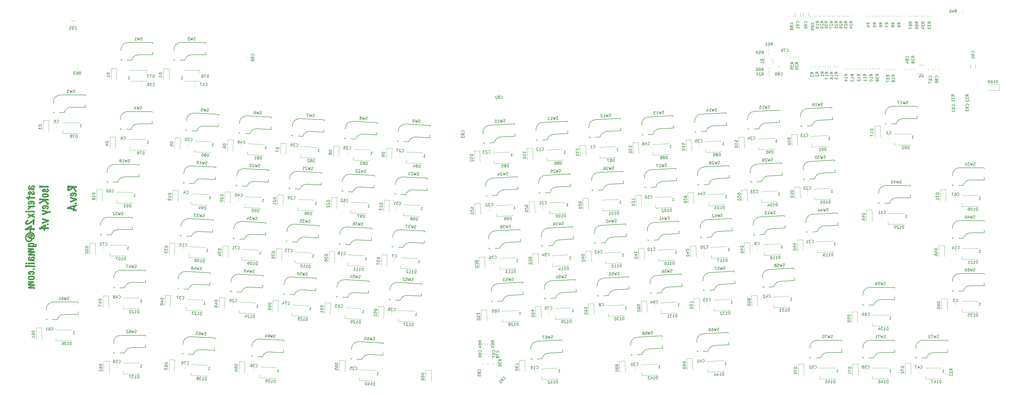
<source format=gbr>
%TF.GenerationSoftware,KiCad,Pcbnew,7.0.7*%
%TF.CreationDate,2023-12-22T23:49:32+01:00*%
%TF.ProjectId,isokey,69736f6b-6579-42e6-9b69-6361645f7063,A*%
%TF.SameCoordinates,Original*%
%TF.FileFunction,Legend,Bot*%
%TF.FilePolarity,Positive*%
%FSLAX46Y46*%
G04 Gerber Fmt 4.6, Leading zero omitted, Abs format (unit mm)*
G04 Created by KiCad (PCBNEW 7.0.7) date 2023-12-22 23:49:32*
%MOMM*%
%LPD*%
G01*
G04 APERTURE LIST*
%ADD10C,0.300000*%
%ADD11C,0.150000*%
%ADD12C,0.200000*%
%ADD13C,0.120000*%
G04 APERTURE END LIST*
D10*
G36*
X37127737Y-134033871D02*
G01*
X37162541Y-134035199D01*
X37197895Y-134037855D01*
X37233799Y-134041839D01*
X37270252Y-134047152D01*
X37307255Y-134053792D01*
X37344807Y-134061761D01*
X37373332Y-134068608D01*
X37402166Y-134076203D01*
X37453452Y-134092375D01*
X37501428Y-134110115D01*
X37546096Y-134129423D01*
X37587455Y-134150300D01*
X37625505Y-134172746D01*
X37660247Y-134196760D01*
X37691680Y-134222343D01*
X37719804Y-134249494D01*
X37744620Y-134278213D01*
X37766126Y-134308501D01*
X37784324Y-134340358D01*
X37799214Y-134373783D01*
X37810794Y-134408776D01*
X37819066Y-134445338D01*
X37824029Y-134483469D01*
X37825683Y-134523168D01*
X37824733Y-134554827D01*
X37821882Y-134586423D01*
X37817131Y-134617956D01*
X37810479Y-134649426D01*
X37801927Y-134680833D01*
X37791474Y-134712177D01*
X37779121Y-134743459D01*
X37764867Y-134774677D01*
X37748713Y-134805832D01*
X37730658Y-134836924D01*
X37710702Y-134867954D01*
X37688846Y-134898920D01*
X37665090Y-134929823D01*
X37639433Y-134960664D01*
X37611875Y-134991441D01*
X37582418Y-135022156D01*
X37567326Y-135037310D01*
X37537816Y-135066218D01*
X37509205Y-135093261D01*
X37481493Y-135118437D01*
X37454680Y-135141747D01*
X37428766Y-135163190D01*
X37403750Y-135182768D01*
X37379633Y-135200479D01*
X37345142Y-135223547D01*
X37312674Y-135242417D01*
X37282228Y-135257087D01*
X37244778Y-135270116D01*
X37210924Y-135275680D01*
X37212869Y-135276360D01*
X37243163Y-135284638D01*
X37275399Y-135292370D01*
X37308554Y-135299972D01*
X37337719Y-135306500D01*
X37370567Y-135313736D01*
X37407099Y-135321681D01*
X37447315Y-135330334D01*
X37476172Y-135336496D01*
X37503080Y-135341880D01*
X37536334Y-135350421D01*
X37566587Y-135360519D01*
X37600186Y-135375331D01*
X37629098Y-135392576D01*
X37653323Y-135412254D01*
X37676207Y-135439078D01*
X37687412Y-135461421D01*
X37697555Y-135490482D01*
X37704543Y-135522770D01*
X37708020Y-135553012D01*
X37709180Y-135585624D01*
X37708962Y-135602010D01*
X37707222Y-135633626D01*
X37703741Y-135663702D01*
X37695258Y-135705929D01*
X37682859Y-135744691D01*
X37666544Y-135779989D01*
X37646314Y-135811822D01*
X37622168Y-135840190D01*
X37594107Y-135865093D01*
X37562130Y-135886532D01*
X37526238Y-135904506D01*
X37486430Y-135919016D01*
X37482397Y-135920169D01*
X37451968Y-135926448D01*
X37421217Y-135928541D01*
X37407775Y-135927981D01*
X37375508Y-135922316D01*
X37346845Y-135912604D01*
X37317256Y-135898410D01*
X37291889Y-135883158D01*
X37265879Y-135864794D01*
X37245191Y-135849750D01*
X37216262Y-135830533D01*
X37189858Y-135815334D01*
X37162244Y-135802682D01*
X37131789Y-135794452D01*
X37114255Y-135791033D01*
X37077298Y-135784296D01*
X37037823Y-135777690D01*
X36995828Y-135771215D01*
X36951315Y-135764873D01*
X36904283Y-135758662D01*
X36854732Y-135752582D01*
X36802663Y-135746635D01*
X36748074Y-135740819D01*
X36690967Y-135735134D01*
X36661469Y-135732342D01*
X36631342Y-135729582D01*
X36600584Y-135726855D01*
X36569197Y-135724161D01*
X36537180Y-135721499D01*
X36504534Y-135718871D01*
X36471258Y-135716276D01*
X36437352Y-135713713D01*
X36402816Y-135711184D01*
X36367651Y-135708687D01*
X36331856Y-135706224D01*
X36295431Y-135703793D01*
X36258377Y-135701395D01*
X36227544Y-135699299D01*
X36197326Y-135697133D01*
X36138736Y-135692591D01*
X36082608Y-135687768D01*
X36028941Y-135682665D01*
X35977736Y-135677281D01*
X35928993Y-135671617D01*
X35882711Y-135665672D01*
X35838890Y-135659446D01*
X35797531Y-135652941D01*
X35758633Y-135646154D01*
X35722197Y-135639087D01*
X35688223Y-135631740D01*
X35656710Y-135624112D01*
X35614055Y-135612145D01*
X35576939Y-135599546D01*
X35542601Y-135584983D01*
X35510479Y-135568954D01*
X35480571Y-135551461D01*
X35452879Y-135532501D01*
X35427403Y-135512076D01*
X35404141Y-135490186D01*
X35383096Y-135466830D01*
X35364265Y-135442009D01*
X35347650Y-135415723D01*
X35333250Y-135387971D01*
X35321066Y-135358753D01*
X35311096Y-135328070D01*
X35303343Y-135295922D01*
X35297804Y-135262308D01*
X35294481Y-135227228D01*
X35293374Y-135190683D01*
X35294075Y-135135385D01*
X35294261Y-135130600D01*
X36493583Y-135130600D01*
X36536828Y-135120001D01*
X36579186Y-135109087D01*
X36620657Y-135097859D01*
X36661240Y-135086315D01*
X36700936Y-135074457D01*
X36739745Y-135062284D01*
X36777667Y-135049796D01*
X36814701Y-135036994D01*
X36850848Y-135023876D01*
X36886108Y-135010444D01*
X36920480Y-134996696D01*
X36953965Y-134982634D01*
X36986563Y-134968257D01*
X37018274Y-134953566D01*
X37049097Y-134938559D01*
X37079033Y-134923237D01*
X37093549Y-134915526D01*
X37121198Y-134900270D01*
X37159215Y-134877805D01*
X37193085Y-134855843D01*
X37222808Y-134834383D01*
X37248383Y-134813425D01*
X37269811Y-134792969D01*
X37291931Y-134766476D01*
X37309211Y-134734616D01*
X37314972Y-134704152D01*
X37308171Y-134675541D01*
X37289989Y-134650220D01*
X37266612Y-134630146D01*
X37247330Y-134617444D01*
X37221902Y-134602452D01*
X37190568Y-134586835D01*
X37159735Y-134574688D01*
X37129402Y-134566012D01*
X37099571Y-134560807D01*
X37070240Y-134559071D01*
X37063091Y-134559214D01*
X37033479Y-134562631D01*
X37002240Y-134570605D01*
X36969376Y-134583136D01*
X36934887Y-134600224D01*
X36907952Y-134616030D01*
X36880104Y-134634399D01*
X36851340Y-134655331D01*
X36821663Y-134678826D01*
X36791071Y-134704884D01*
X36763181Y-134730667D01*
X36736666Y-134757091D01*
X36711524Y-134784156D01*
X36687756Y-134811863D01*
X36665362Y-134840210D01*
X36644342Y-134869199D01*
X36624696Y-134898828D01*
X36606423Y-134929099D01*
X36589273Y-134959015D01*
X36572992Y-134987580D01*
X36557582Y-135014794D01*
X36539543Y-135046912D01*
X36522863Y-135076919D01*
X36507543Y-135104815D01*
X36493583Y-135130600D01*
X35294261Y-135130600D01*
X35296179Y-135081232D01*
X35299685Y-135028224D01*
X35304593Y-134976360D01*
X35310905Y-134925642D01*
X35318618Y-134876068D01*
X35327735Y-134827639D01*
X35338253Y-134780355D01*
X35350174Y-134734216D01*
X35363498Y-134689222D01*
X35378224Y-134645373D01*
X35394353Y-134602669D01*
X35411884Y-134561109D01*
X35430817Y-134520695D01*
X35451153Y-134481425D01*
X35472892Y-134443300D01*
X35488085Y-134419043D01*
X35511518Y-134384084D01*
X35535724Y-134350839D01*
X35560702Y-134319307D01*
X35586454Y-134289487D01*
X35612978Y-134261381D01*
X35640275Y-134234988D01*
X35668345Y-134210308D01*
X35697187Y-134187340D01*
X35726803Y-134166086D01*
X35757191Y-134146545D01*
X35772429Y-134137787D01*
X35800143Y-134125270D01*
X35829190Y-134116329D01*
X35859569Y-134110964D01*
X35891280Y-134109176D01*
X35922490Y-134110664D01*
X35952738Y-134115129D01*
X35982024Y-134122571D01*
X36010348Y-134132990D01*
X36037711Y-134146385D01*
X36064112Y-134162757D01*
X36089552Y-134182105D01*
X36114030Y-134204431D01*
X36119876Y-134210454D01*
X36141131Y-134235035D01*
X36158974Y-134260394D01*
X36173406Y-134286532D01*
X36186647Y-134320299D01*
X36194557Y-134355283D01*
X36197137Y-134391483D01*
X36195362Y-134421318D01*
X36194629Y-134426705D01*
X36186351Y-134458304D01*
X36171428Y-134488666D01*
X36153915Y-134513024D01*
X36131786Y-134536523D01*
X36105042Y-134559163D01*
X36080324Y-134576657D01*
X36052171Y-134595444D01*
X36026697Y-134613339D01*
X35998623Y-134634452D01*
X35974734Y-134654169D01*
X35951593Y-134675987D01*
X35930115Y-134701953D01*
X35917258Y-134714971D01*
X35894592Y-134737806D01*
X35871717Y-134760712D01*
X35848631Y-134783688D01*
X35825334Y-134806734D01*
X35812798Y-134820507D01*
X35794881Y-134846538D01*
X35782083Y-134875023D01*
X35774405Y-134905963D01*
X35771845Y-134939357D01*
X35772328Y-134954159D01*
X35776192Y-134986015D01*
X35782974Y-135017256D01*
X35791629Y-135047069D01*
X35802319Y-135067986D01*
X35826751Y-135089143D01*
X35857671Y-135101345D01*
X35891262Y-135107115D01*
X35924253Y-135108618D01*
X35956127Y-135107748D01*
X35987267Y-135105137D01*
X36017676Y-135100787D01*
X36047351Y-135094696D01*
X36070378Y-135054284D01*
X36093479Y-135013832D01*
X36116654Y-134973341D01*
X36139904Y-134932809D01*
X36163228Y-134892237D01*
X36186627Y-134851625D01*
X36210100Y-134810973D01*
X36233647Y-134770280D01*
X36257269Y-134729548D01*
X36280966Y-134688776D01*
X36304736Y-134647963D01*
X36328582Y-134607111D01*
X36352501Y-134566218D01*
X36376495Y-134525286D01*
X36400564Y-134484313D01*
X36424706Y-134443300D01*
X36442545Y-134418101D01*
X36460616Y-134393701D01*
X36478918Y-134370101D01*
X36497453Y-134347301D01*
X36535217Y-134304102D01*
X36573908Y-134264102D01*
X36613527Y-134227303D01*
X36654073Y-134193703D01*
X36695547Y-134163304D01*
X36737948Y-134136104D01*
X36781276Y-134112104D01*
X36825532Y-134091304D01*
X36870715Y-134073705D01*
X36916825Y-134059305D01*
X36963863Y-134048105D01*
X37011828Y-134040105D01*
X37060721Y-134035305D01*
X37110540Y-134033705D01*
X37127737Y-134033871D01*
G37*
G36*
X37087826Y-137535415D02*
G01*
X37125670Y-137534567D01*
X37162816Y-137532026D01*
X37199263Y-137527790D01*
X37235013Y-137521859D01*
X37270063Y-137514234D01*
X37304416Y-137504915D01*
X37338070Y-137493901D01*
X37371025Y-137481193D01*
X37403283Y-137466790D01*
X37434841Y-137450693D01*
X37465702Y-137432901D01*
X37495864Y-137413415D01*
X37525328Y-137392235D01*
X37554093Y-137369360D01*
X37582160Y-137344791D01*
X37609528Y-137318527D01*
X37635703Y-137291110D01*
X37660190Y-137263080D01*
X37682987Y-137234438D01*
X37704096Y-137205183D01*
X37723516Y-137175316D01*
X37741248Y-137144836D01*
X37757291Y-137113744D01*
X37771645Y-137082039D01*
X37784310Y-137049722D01*
X37795287Y-137016792D01*
X37804575Y-136983249D01*
X37812174Y-136949094D01*
X37818084Y-136914327D01*
X37822306Y-136878947D01*
X37824839Y-136842955D01*
X37825683Y-136806350D01*
X37824106Y-136770677D01*
X37819372Y-136734823D01*
X37811483Y-136698789D01*
X37800439Y-136662575D01*
X37786238Y-136626180D01*
X37768883Y-136589605D01*
X37748371Y-136552850D01*
X37724704Y-136515915D01*
X37707173Y-136491191D01*
X37688240Y-136466387D01*
X37667903Y-136441503D01*
X37646165Y-136416538D01*
X37618952Y-136388082D01*
X37590618Y-136360141D01*
X37561163Y-136332715D01*
X37530588Y-136305805D01*
X37498893Y-136279409D01*
X37466077Y-136253529D01*
X37432140Y-136228164D01*
X37397083Y-136203314D01*
X37360905Y-136178980D01*
X37336164Y-136163043D01*
X37310925Y-136147335D01*
X37298119Y-136139567D01*
X37264474Y-136120060D01*
X37233058Y-136102756D01*
X37203869Y-136087654D01*
X37176910Y-136074755D01*
X37144429Y-136060982D01*
X37115910Y-136051124D01*
X37085831Y-136044309D01*
X37054120Y-136045045D01*
X37025784Y-136061463D01*
X37001226Y-136084337D01*
X36980447Y-136113669D01*
X36967341Y-136139906D01*
X36956361Y-136169775D01*
X36947506Y-136203276D01*
X36940776Y-136240409D01*
X36936172Y-136281174D01*
X36933692Y-136325571D01*
X36933220Y-136357187D01*
X36934007Y-136389176D01*
X36936368Y-136419197D01*
X36941280Y-136452625D01*
X36948458Y-136483219D01*
X36957904Y-136510980D01*
X36965460Y-136527913D01*
X36981225Y-136554074D01*
X37002509Y-136582556D01*
X37025547Y-136606352D01*
X37050337Y-136625461D01*
X37076881Y-136639883D01*
X37105177Y-136649618D01*
X37122997Y-136653210D01*
X37153874Y-136657821D01*
X37183908Y-136664437D01*
X37213042Y-136674902D01*
X37232906Y-136689113D01*
X37262788Y-136709618D01*
X37288685Y-136729368D01*
X37315454Y-136752992D01*
X37335997Y-136775435D01*
X37352432Y-136800809D01*
X37360401Y-136831995D01*
X37352608Y-136860796D01*
X37334641Y-136884488D01*
X37309911Y-136905646D01*
X37294455Y-136916259D01*
X37268721Y-136930951D01*
X37240977Y-136942603D01*
X37211225Y-136951215D01*
X37179463Y-136956788D01*
X37145691Y-136959321D01*
X37133988Y-136959490D01*
X37104450Y-136958299D01*
X37075186Y-136954727D01*
X37046198Y-136948774D01*
X37017484Y-136940439D01*
X36988863Y-136923514D01*
X36964384Y-136900906D01*
X36942379Y-136876509D01*
X36918222Y-136846501D01*
X36898692Y-136820314D01*
X36877951Y-136790971D01*
X36855999Y-136758473D01*
X36832836Y-136722819D01*
X36813199Y-136691967D01*
X36793853Y-136662243D01*
X36774799Y-136633646D01*
X36756037Y-136606178D01*
X36737567Y-136579837D01*
X36719389Y-136554623D01*
X36701503Y-136530538D01*
X36675222Y-136496524D01*
X36649597Y-136465047D01*
X36624629Y-136436108D01*
X36600318Y-136409706D01*
X36576664Y-136385842D01*
X36553667Y-136364515D01*
X36527200Y-136341977D01*
X36500189Y-136320894D01*
X36472634Y-136301265D01*
X36444536Y-136283090D01*
X36415894Y-136266369D01*
X36386708Y-136251102D01*
X36356978Y-136237289D01*
X36326704Y-136224930D01*
X36295886Y-136214025D01*
X36264525Y-136204574D01*
X36232620Y-136196577D01*
X36200171Y-136190034D01*
X36167178Y-136184944D01*
X36133641Y-136181309D01*
X36099561Y-136179128D01*
X36064937Y-136178401D01*
X36024579Y-136179146D01*
X35984840Y-136181378D01*
X35945719Y-136185099D01*
X35907217Y-136190308D01*
X35869333Y-136197006D01*
X35832066Y-136205192D01*
X35795419Y-136214866D01*
X35759389Y-136226029D01*
X35723977Y-136238680D01*
X35689184Y-136252819D01*
X35655009Y-136268447D01*
X35621453Y-136285563D01*
X35588514Y-136304167D01*
X35556194Y-136324260D01*
X35524492Y-136345841D01*
X35493408Y-136368911D01*
X35463507Y-136393142D01*
X35435534Y-136418210D01*
X35409491Y-136444113D01*
X35385377Y-136470852D01*
X35363192Y-136498426D01*
X35342936Y-136526837D01*
X35324609Y-136556083D01*
X35308211Y-136586165D01*
X35293743Y-136617083D01*
X35281203Y-136648836D01*
X35270593Y-136681425D01*
X35261912Y-136714850D01*
X35255160Y-136749111D01*
X35250337Y-136784208D01*
X35247443Y-136820140D01*
X35246479Y-136856908D01*
X35247395Y-136894629D01*
X35250143Y-136931223D01*
X35254722Y-136966689D01*
X35261133Y-137001027D01*
X35269377Y-137034237D01*
X35279452Y-137066320D01*
X35291359Y-137097275D01*
X35305097Y-137127102D01*
X35320668Y-137155801D01*
X35338070Y-137183373D01*
X35357304Y-137209817D01*
X35378370Y-137235133D01*
X35401268Y-137259322D01*
X35425997Y-137282383D01*
X35452559Y-137304316D01*
X35480952Y-137325122D01*
X35516353Y-137348381D01*
X35551663Y-137368974D01*
X35586884Y-137386901D01*
X35622014Y-137402161D01*
X35657054Y-137414756D01*
X35692004Y-137424684D01*
X35726863Y-137431946D01*
X35761633Y-137436542D01*
X35796312Y-137438472D01*
X35830901Y-137437736D01*
X35853911Y-137435764D01*
X35879426Y-137453465D01*
X35907213Y-137465177D01*
X35940460Y-137473695D01*
X35972338Y-137478353D01*
X36008009Y-137480794D01*
X36031231Y-137481193D01*
X36064834Y-137479636D01*
X36097131Y-137474965D01*
X36128123Y-137467179D01*
X36157810Y-137456280D01*
X36186192Y-137442267D01*
X36213268Y-137425139D01*
X36239040Y-137404897D01*
X36263506Y-137381542D01*
X36285831Y-137356537D01*
X36305180Y-137331350D01*
X36321552Y-137305979D01*
X36337831Y-137274008D01*
X36349459Y-137241751D01*
X36356435Y-137209207D01*
X36358761Y-137176378D01*
X36355601Y-137137875D01*
X36346121Y-137100769D01*
X36330322Y-137065060D01*
X36314325Y-137039195D01*
X36294773Y-137014116D01*
X36271666Y-136989822D01*
X36245005Y-136966314D01*
X36214788Y-136943591D01*
X36181017Y-136921654D01*
X36156528Y-136907466D01*
X36126486Y-136893361D01*
X36096593Y-136884325D01*
X36063334Y-136878375D01*
X36032147Y-136875730D01*
X36009982Y-136875226D01*
X35979647Y-136875919D01*
X35949417Y-136877516D01*
X35918460Y-136879714D01*
X35901538Y-136881088D01*
X35868978Y-136883973D01*
X35838587Y-136886234D01*
X35808345Y-136887625D01*
X35802620Y-136887683D01*
X35773236Y-136885725D01*
X35743515Y-136877024D01*
X35721562Y-136856359D01*
X35716158Y-136831995D01*
X35723809Y-136798379D01*
X35746761Y-136771717D01*
X35777576Y-136754812D01*
X35809879Y-136744766D01*
X35848983Y-136737810D01*
X35882774Y-136734623D01*
X35920390Y-136733174D01*
X35933778Y-136733077D01*
X35976924Y-136734416D01*
X36018434Y-136738435D01*
X36058309Y-136745133D01*
X36096547Y-136754509D01*
X36133150Y-136766565D01*
X36168117Y-136781300D01*
X36201448Y-136798713D01*
X36233144Y-136818806D01*
X36263203Y-136841578D01*
X36291627Y-136867029D01*
X36309668Y-136885484D01*
X36328781Y-136908067D01*
X36350397Y-136937806D01*
X36369494Y-136966749D01*
X36390194Y-137000271D01*
X36406770Y-137028418D01*
X36424248Y-137059141D01*
X36442628Y-137092440D01*
X36461910Y-137128315D01*
X36475265Y-137153663D01*
X36493176Y-137187351D01*
X36511191Y-137219171D01*
X36529309Y-137249123D01*
X36547530Y-137277208D01*
X36565854Y-137303425D01*
X36584281Y-137327775D01*
X36609011Y-137357336D01*
X36633923Y-137383577D01*
X36659019Y-137406497D01*
X36671636Y-137416713D01*
X36701565Y-137437926D01*
X36733374Y-137457053D01*
X36767064Y-137474093D01*
X36802634Y-137489047D01*
X36840085Y-137501914D01*
X36879416Y-137512694D01*
X36920628Y-137521388D01*
X36963720Y-137527996D01*
X36993493Y-137531242D01*
X37024101Y-137533560D01*
X37055546Y-137534951D01*
X37087826Y-137535415D01*
G37*
G36*
X35795293Y-139228750D02*
G01*
X35792089Y-139198573D01*
X35784702Y-139167957D01*
X35774536Y-139136266D01*
X35768182Y-139118841D01*
X35757332Y-139089534D01*
X35748196Y-139060420D01*
X35741670Y-139030595D01*
X35740338Y-139014061D01*
X35744345Y-138983836D01*
X35750596Y-138965701D01*
X35823869Y-138823551D01*
X37241699Y-138823551D01*
X37276030Y-138827689D01*
X37309586Y-138837821D01*
X37340463Y-138850909D01*
X37367070Y-138864418D01*
X37395371Y-138880630D01*
X37425367Y-138899543D01*
X37441001Y-138910013D01*
X37472050Y-138930152D01*
X37501817Y-138946970D01*
X37530302Y-138960469D01*
X37564105Y-138972672D01*
X37595904Y-138979688D01*
X37625700Y-138981517D01*
X37653492Y-138978157D01*
X37684265Y-138968912D01*
X37712926Y-138955374D01*
X37739477Y-138937542D01*
X37763917Y-138915417D01*
X37786246Y-138888999D01*
X37806464Y-138858287D01*
X37813960Y-138844801D01*
X37827698Y-138817106D01*
X37839605Y-138788976D01*
X37849680Y-138760411D01*
X37857923Y-138731411D01*
X37864335Y-138701976D01*
X37868914Y-138672106D01*
X37871662Y-138641800D01*
X37872578Y-138611060D01*
X37870723Y-138567841D01*
X37865159Y-138527211D01*
X37855886Y-138489170D01*
X37842903Y-138453718D01*
X37826210Y-138420855D01*
X37805808Y-138390580D01*
X37781697Y-138362895D01*
X37753876Y-138337798D01*
X37722346Y-138315290D01*
X37687106Y-138295372D01*
X37661552Y-138283531D01*
X37628957Y-138274163D01*
X37597267Y-138268804D01*
X37557608Y-138264156D01*
X37522634Y-138261136D01*
X37483179Y-138258515D01*
X37439241Y-138256293D01*
X37407459Y-138255034D01*
X37373684Y-138253952D01*
X37337918Y-138253047D01*
X37300160Y-138252320D01*
X37280533Y-138252023D01*
X37239043Y-138251308D01*
X37209092Y-138250953D01*
X37177310Y-138250696D01*
X37143696Y-138250536D01*
X37108251Y-138250473D01*
X37070973Y-138250507D01*
X37031864Y-138250639D01*
X36990922Y-138250868D01*
X36948149Y-138251194D01*
X36903545Y-138251618D01*
X36857108Y-138252138D01*
X36808839Y-138252757D01*
X36758739Y-138253472D01*
X36706807Y-138254285D01*
X36653043Y-138255195D01*
X36625474Y-138255687D01*
X36594490Y-138256231D01*
X36564277Y-138256766D01*
X36534835Y-138257290D01*
X36478266Y-138258309D01*
X36424783Y-138259288D01*
X36374385Y-138260227D01*
X36327072Y-138261126D01*
X36282845Y-138261984D01*
X36241704Y-138262803D01*
X36203648Y-138263582D01*
X36168677Y-138264320D01*
X36136792Y-138265018D01*
X36094750Y-138265991D01*
X36059649Y-138266873D01*
X36023648Y-138267909D01*
X36016577Y-138268143D01*
X36039973Y-138247121D01*
X36059677Y-138224006D01*
X36068600Y-138213189D01*
X36087729Y-138186586D01*
X36102160Y-138159353D01*
X36111892Y-138131489D01*
X36117262Y-138098871D01*
X36117693Y-138086427D01*
X36115607Y-138056371D01*
X36110249Y-138026249D01*
X36102855Y-137997263D01*
X36092938Y-137965822D01*
X36091315Y-137961130D01*
X36077974Y-137923598D01*
X36064513Y-137888487D01*
X36050932Y-137855797D01*
X36037230Y-137825529D01*
X36023409Y-137797683D01*
X36002451Y-137760453D01*
X35981222Y-137728672D01*
X35959724Y-137702339D01*
X35937954Y-137681454D01*
X35908508Y-137662082D01*
X35878580Y-137652397D01*
X35863436Y-137651186D01*
X35832479Y-137654849D01*
X35803888Y-137664066D01*
X35799689Y-137665840D01*
X35772435Y-137680816D01*
X35750024Y-137699912D01*
X35729998Y-137727401D01*
X35718080Y-137755428D01*
X35711004Y-137787576D01*
X35710296Y-137793335D01*
X35705384Y-137827875D01*
X35700722Y-137857764D01*
X35695458Y-137887491D01*
X35689001Y-137916708D01*
X35683185Y-137934019D01*
X35669110Y-137967593D01*
X35654398Y-137999604D01*
X35641351Y-138026618D01*
X35626578Y-138056207D01*
X35610078Y-138088373D01*
X35591853Y-138123115D01*
X35571902Y-138160432D01*
X35557642Y-138186742D01*
X35542616Y-138214196D01*
X35526822Y-138242795D01*
X35510261Y-138272540D01*
X35160017Y-138272540D01*
X35129768Y-138269769D01*
X35099739Y-138263381D01*
X35069056Y-138254588D01*
X35052306Y-138249092D01*
X35023680Y-138240242D01*
X34994657Y-138232788D01*
X34963917Y-138227465D01*
X34946060Y-138226378D01*
X34916355Y-138229322D01*
X34887688Y-138238153D01*
X34862529Y-138251290D01*
X34830578Y-138273843D01*
X34801770Y-138297813D01*
X34776104Y-138323200D01*
X34753582Y-138350003D01*
X34734201Y-138378223D01*
X34717964Y-138407860D01*
X34704869Y-138438913D01*
X34694918Y-138471384D01*
X34688108Y-138505271D01*
X34684442Y-138540575D01*
X34683743Y-138564898D01*
X34685328Y-138606460D01*
X34690080Y-138645690D01*
X34698002Y-138682589D01*
X34709091Y-138717157D01*
X34723349Y-138749393D01*
X34740776Y-138779299D01*
X34761371Y-138806873D01*
X34785135Y-138832115D01*
X34812067Y-138855027D01*
X34842167Y-138875607D01*
X34863995Y-138888032D01*
X34894253Y-138902307D01*
X34922198Y-138913076D01*
X34951301Y-138921090D01*
X34980429Y-138924632D01*
X34983429Y-138924668D01*
X35013151Y-138921508D01*
X35042231Y-138912028D01*
X35070670Y-138896229D01*
X35095028Y-138877220D01*
X35098468Y-138874110D01*
X35121348Y-138854410D01*
X35148293Y-138836191D01*
X35177448Y-138824786D01*
X35189326Y-138823551D01*
X35358586Y-138823551D01*
X35343884Y-138849749D01*
X35325797Y-138875575D01*
X35305661Y-138901507D01*
X35285615Y-138925793D01*
X35262599Y-138952512D01*
X35244234Y-138976740D01*
X35226305Y-139004493D01*
X35212859Y-139030802D01*
X35202836Y-139059673D01*
X35198852Y-139090265D01*
X35201951Y-139120528D01*
X35207644Y-139143021D01*
X35217997Y-139177093D01*
X35229821Y-139208967D01*
X35243116Y-139238642D01*
X35257882Y-139266120D01*
X35274119Y-139291399D01*
X35301234Y-139325196D01*
X35331659Y-139354047D01*
X35365393Y-139377952D01*
X35402438Y-139396912D01*
X35442794Y-139410925D01*
X35471536Y-139417520D01*
X35501750Y-139421916D01*
X35533434Y-139424114D01*
X35549829Y-139424389D01*
X35582020Y-139422483D01*
X35613748Y-139416764D01*
X35645012Y-139407233D01*
X35675812Y-139393889D01*
X35706149Y-139376733D01*
X35716158Y-139370167D01*
X35743051Y-139348898D01*
X35764381Y-139325207D01*
X35780146Y-139299095D01*
X35790347Y-139270562D01*
X35794983Y-139239607D01*
X35795293Y-139228750D01*
G37*
G36*
X36658710Y-139573785D02*
G01*
X36715004Y-139575743D01*
X36770176Y-139579006D01*
X36824227Y-139583574D01*
X36877155Y-139589447D01*
X36928961Y-139596626D01*
X36979645Y-139605110D01*
X37029207Y-139614898D01*
X37077648Y-139625992D01*
X37124966Y-139638391D01*
X37171162Y-139652096D01*
X37216236Y-139667105D01*
X37260189Y-139683420D01*
X37303019Y-139701040D01*
X37344727Y-139719965D01*
X37385314Y-139740195D01*
X37427989Y-139764014D01*
X37468089Y-139788944D01*
X37505613Y-139814985D01*
X37540560Y-139842136D01*
X37572932Y-139870397D01*
X37602728Y-139899769D01*
X37629948Y-139930252D01*
X37654591Y-139961845D01*
X37676659Y-139994549D01*
X37696151Y-140028363D01*
X37713066Y-140063288D01*
X37727406Y-140099323D01*
X37739170Y-140136469D01*
X37748358Y-140174726D01*
X37754969Y-140214093D01*
X37759005Y-140254570D01*
X37760164Y-140276432D01*
X37760411Y-140310148D01*
X37758868Y-140344971D01*
X37755534Y-140380902D01*
X37750410Y-140417940D01*
X37743495Y-140456086D01*
X37734791Y-140495340D01*
X37724296Y-140535702D01*
X37712010Y-140577171D01*
X37702825Y-140605433D01*
X37692845Y-140634187D01*
X37682069Y-140663433D01*
X37667488Y-140701036D01*
X37653423Y-140735535D01*
X37639874Y-140766930D01*
X37626839Y-140795221D01*
X37610261Y-140828114D01*
X37594599Y-140855488D01*
X37576310Y-140881946D01*
X37553108Y-140904501D01*
X37530185Y-140928414D01*
X37507393Y-140951063D01*
X37484733Y-140972447D01*
X37462204Y-140992565D01*
X37428658Y-141020371D01*
X37395409Y-141045330D01*
X37362455Y-141067443D01*
X37329798Y-141086710D01*
X37297437Y-141103129D01*
X37265372Y-141116703D01*
X37233604Y-141127430D01*
X37202131Y-141135310D01*
X37194859Y-141136697D01*
X37158777Y-141139921D01*
X37123161Y-141136955D01*
X37088009Y-141127800D01*
X37060222Y-141116019D01*
X37032734Y-141100276D01*
X37005543Y-141080573D01*
X36978649Y-141056908D01*
X36972068Y-141050534D01*
X36947830Y-141024866D01*
X36926936Y-140998922D01*
X36909385Y-140972704D01*
X36895177Y-140946212D01*
X36882118Y-140912709D01*
X36874283Y-140878778D01*
X36871671Y-140844417D01*
X36872064Y-140832267D01*
X36876771Y-140802686D01*
X36887791Y-140774075D01*
X36893275Y-140764249D01*
X36911788Y-140737759D01*
X36933392Y-140715751D01*
X36958087Y-140698226D01*
X36985873Y-140685183D01*
X37016751Y-140676622D01*
X37050471Y-140669424D01*
X37082697Y-140660685D01*
X37109075Y-140646580D01*
X37120341Y-140639653D01*
X37146627Y-140619833D01*
X37169159Y-140598770D01*
X37191690Y-140573946D01*
X37210466Y-140550386D01*
X37229242Y-140524214D01*
X37237849Y-140511354D01*
X37253397Y-140485961D01*
X37269708Y-140454831D01*
X37282548Y-140424380D01*
X37291919Y-140394609D01*
X37297818Y-140365519D01*
X37300317Y-140331507D01*
X37299506Y-140315598D01*
X37293014Y-140285596D01*
X37280031Y-140258016D01*
X37260556Y-140232857D01*
X37234590Y-140210119D01*
X37207993Y-140193021D01*
X37201573Y-140189939D01*
X37173198Y-140178203D01*
X37141565Y-140166971D01*
X37110048Y-140156785D01*
X37081460Y-140148096D01*
X37049873Y-140138925D01*
X37015286Y-140129274D01*
X36996621Y-140179497D01*
X36976165Y-140228684D01*
X36953917Y-140276836D01*
X36929877Y-140323951D01*
X36904045Y-140370029D01*
X36876422Y-140415072D01*
X36847007Y-140459079D01*
X36815800Y-140502049D01*
X36782802Y-140543984D01*
X36748011Y-140584882D01*
X36711429Y-140624744D01*
X36673056Y-140663570D01*
X36632890Y-140701360D01*
X36590933Y-140738114D01*
X36547184Y-140773832D01*
X36501643Y-140808513D01*
X36459517Y-140839024D01*
X36417768Y-140867360D01*
X36376398Y-140893521D01*
X36335405Y-140917506D01*
X36294790Y-140939317D01*
X36254553Y-140958951D01*
X36214694Y-140976411D01*
X36175212Y-140991695D01*
X36136109Y-141004804D01*
X36097383Y-141015738D01*
X36059035Y-141024496D01*
X36021065Y-141031079D01*
X35983472Y-141035487D01*
X35946258Y-141037720D01*
X35909421Y-141037777D01*
X35872962Y-141035659D01*
X35834418Y-141031904D01*
X35797099Y-141027235D01*
X35761002Y-141021652D01*
X35726130Y-141015154D01*
X35692481Y-141007742D01*
X35660056Y-140999415D01*
X35628854Y-140990173D01*
X35598876Y-140980017D01*
X35570121Y-140968947D01*
X35542590Y-140956962D01*
X35491199Y-140930249D01*
X35444702Y-140899878D01*
X35403100Y-140865849D01*
X35366392Y-140828162D01*
X35334578Y-140786817D01*
X35307659Y-140741815D01*
X35285634Y-140693154D01*
X35268504Y-140640836D01*
X35256268Y-140584859D01*
X35251985Y-140555499D01*
X35248926Y-140525225D01*
X35247091Y-140494036D01*
X35246479Y-140461933D01*
X35246479Y-140457988D01*
X35246479Y-140453872D01*
X35765251Y-140453872D01*
X35765800Y-140468779D01*
X35771983Y-140501838D01*
X35785034Y-140528886D01*
X35809764Y-140553409D01*
X35837928Y-140567234D01*
X35872962Y-140575047D01*
X35905935Y-140576971D01*
X35916838Y-140576811D01*
X35950150Y-140574418D01*
X35984364Y-140569152D01*
X36019479Y-140561014D01*
X36055496Y-140550004D01*
X36092414Y-140536121D01*
X36130234Y-140519367D01*
X36168956Y-140499740D01*
X36195271Y-140485059D01*
X36221987Y-140469102D01*
X36249103Y-140451869D01*
X36276621Y-140433359D01*
X36304539Y-140413572D01*
X36318383Y-140403361D01*
X36345059Y-140382948D01*
X36370384Y-140362546D01*
X36394358Y-140342156D01*
X36416981Y-140321777D01*
X36438253Y-140301409D01*
X36467628Y-140270879D01*
X36493964Y-140240375D01*
X36517259Y-140209897D01*
X36537515Y-140179444D01*
X36554731Y-140149017D01*
X36568908Y-140118616D01*
X36580045Y-140088241D01*
X36545458Y-140086109D01*
X36510573Y-140085207D01*
X36475391Y-140085536D01*
X36439911Y-140087096D01*
X36404133Y-140089887D01*
X36368057Y-140093908D01*
X36331684Y-140099160D01*
X36295013Y-140105643D01*
X36258045Y-140113357D01*
X36220779Y-140122301D01*
X36183215Y-140132477D01*
X36145354Y-140143883D01*
X36107195Y-140156519D01*
X36068738Y-140170387D01*
X36029983Y-140185485D01*
X35990931Y-140201814D01*
X35963603Y-140214390D01*
X35925916Y-140234050D01*
X35892196Y-140254662D01*
X35862443Y-140276227D01*
X35836657Y-140298746D01*
X35814839Y-140322217D01*
X35796987Y-140346642D01*
X35779356Y-140380691D01*
X35768777Y-140416435D01*
X35765251Y-140453872D01*
X35246479Y-140453872D01*
X35246479Y-140426023D01*
X35246479Y-140393325D01*
X35246479Y-140359894D01*
X35246479Y-140330041D01*
X35254519Y-140285826D01*
X35265450Y-140242755D01*
X35279271Y-140200829D01*
X35295984Y-140160048D01*
X35315587Y-140120412D01*
X35338081Y-140081921D01*
X35363466Y-140044575D01*
X35391742Y-140008374D01*
X35422909Y-139973317D01*
X35456967Y-139939405D01*
X35493915Y-139906639D01*
X35533754Y-139875017D01*
X35576484Y-139844540D01*
X35622105Y-139815208D01*
X35670617Y-139787021D01*
X35722020Y-139759979D01*
X35745815Y-139748483D01*
X35794118Y-139726587D01*
X35843371Y-139706151D01*
X35893574Y-139687174D01*
X35944728Y-139669658D01*
X35996832Y-139653601D01*
X36049886Y-139639003D01*
X36103890Y-139625866D01*
X36158845Y-139614188D01*
X36214750Y-139603970D01*
X36271605Y-139595211D01*
X36329410Y-139587913D01*
X36358669Y-139584811D01*
X36388166Y-139582074D01*
X36417900Y-139579702D01*
X36447872Y-139577694D01*
X36478081Y-139576052D01*
X36508528Y-139574775D01*
X36539212Y-139573863D01*
X36570134Y-139573315D01*
X36601294Y-139573133D01*
X36658710Y-139573785D01*
G37*
G36*
X35508796Y-142975924D02*
G01*
X35539260Y-142966590D01*
X35566541Y-142950493D01*
X35590637Y-142927635D01*
X35611549Y-142898014D01*
X35625987Y-142869450D01*
X35638386Y-142836557D01*
X35648747Y-142799337D01*
X35656380Y-142770292D01*
X35666799Y-142734812D01*
X35677492Y-142703041D01*
X35688460Y-142674980D01*
X35702557Y-142645120D01*
X35720039Y-142616939D01*
X35738140Y-142597103D01*
X36520694Y-141917864D01*
X37150840Y-141917864D01*
X37183547Y-141919693D01*
X37216820Y-141925180D01*
X37250660Y-141934325D01*
X37279293Y-141944740D01*
X37308320Y-141957695D01*
X37331824Y-141969888D01*
X37360414Y-141985086D01*
X37387108Y-141997709D01*
X37416638Y-142009455D01*
X37447638Y-142018471D01*
X37478515Y-142022593D01*
X37482034Y-142022644D01*
X37514285Y-142020152D01*
X37544510Y-142013752D01*
X37576201Y-142003414D01*
X37605132Y-141991137D01*
X37636166Y-141975333D01*
X37664148Y-141956773D01*
X37689077Y-141935457D01*
X37710954Y-141911384D01*
X37729778Y-141884555D01*
X37745550Y-141854970D01*
X37758269Y-141822628D01*
X37767935Y-141787530D01*
X37774549Y-141749676D01*
X37778110Y-141709065D01*
X37778789Y-141680460D01*
X37777874Y-141650808D01*
X37773810Y-141613055D01*
X37766494Y-141577341D01*
X37755927Y-141543664D01*
X37742108Y-141512025D01*
X37725038Y-141482424D01*
X37704716Y-141454861D01*
X37681143Y-141429335D01*
X37674741Y-141423272D01*
X37647350Y-141401359D01*
X37617382Y-141383980D01*
X37584839Y-141371134D01*
X37555752Y-141363893D01*
X37524875Y-141359800D01*
X37498886Y-141358792D01*
X37467288Y-141359926D01*
X37436015Y-141362263D01*
X37402767Y-141365412D01*
X37388977Y-141366852D01*
X37357146Y-141370278D01*
X37324459Y-141373163D01*
X37292394Y-141375095D01*
X37268077Y-141375645D01*
X35697107Y-141375645D01*
X35668233Y-141370082D01*
X35640756Y-141358233D01*
X35612110Y-141341939D01*
X35585549Y-141327193D01*
X35557857Y-141315640D01*
X35527160Y-141308761D01*
X35516856Y-141308234D01*
X35485869Y-141312581D01*
X35456669Y-141323381D01*
X35447247Y-141328018D01*
X35420628Y-141347126D01*
X35397558Y-141373676D01*
X35378038Y-141407668D01*
X35365727Y-141438045D01*
X35355412Y-141472608D01*
X35347094Y-141511358D01*
X35340772Y-141554293D01*
X35337666Y-141585243D01*
X35335448Y-141618052D01*
X35334117Y-141652722D01*
X35333674Y-141689253D01*
X35334743Y-141732375D01*
X35337950Y-141771891D01*
X35343295Y-141807800D01*
X35350778Y-141840103D01*
X35360400Y-141868800D01*
X35376554Y-141901452D01*
X35396509Y-141927693D01*
X35420266Y-141947522D01*
X35447823Y-141960941D01*
X35455307Y-141963293D01*
X35485067Y-141970802D01*
X35514176Y-141975439D01*
X35533709Y-141976482D01*
X35563719Y-141973816D01*
X35593472Y-141963316D01*
X35617240Y-141942777D01*
X35636654Y-141920237D01*
X35654609Y-141909804D01*
X35750596Y-141914933D01*
X35408412Y-142238066D01*
X35385901Y-142257991D01*
X35363246Y-142278381D01*
X35340448Y-142299236D01*
X35317508Y-142320556D01*
X35294424Y-142342341D01*
X35271197Y-142364591D01*
X35261866Y-142373621D01*
X35240120Y-142396988D01*
X35221595Y-142421750D01*
X35206289Y-142447907D01*
X35194203Y-142475459D01*
X35185338Y-142504407D01*
X35179692Y-142534750D01*
X35178335Y-142547278D01*
X35176503Y-142584693D01*
X35177602Y-142621833D01*
X35181632Y-142658698D01*
X35188593Y-142695289D01*
X35198485Y-142731605D01*
X35211308Y-142767646D01*
X35227062Y-142803412D01*
X35240800Y-142830057D01*
X35245746Y-142838904D01*
X35261342Y-142864177D01*
X35283638Y-142894007D01*
X35307652Y-142919417D01*
X35333384Y-142940409D01*
X35360833Y-142956981D01*
X35389999Y-142969134D01*
X35420882Y-142976868D01*
X35453483Y-142980182D01*
X35461901Y-142980321D01*
X35491210Y-142978603D01*
X35508796Y-142975924D01*
G37*
G36*
X34484441Y-143836880D02*
G01*
X34510838Y-143851745D01*
X34540651Y-143855913D01*
X34543060Y-143855931D01*
X34574000Y-143853427D01*
X34606378Y-143847817D01*
X34635109Y-143841506D01*
X34667652Y-143833391D01*
X34679347Y-143830286D01*
X34712856Y-143821434D01*
X34742860Y-143813656D01*
X34774235Y-143805739D01*
X34804459Y-143798456D01*
X34833220Y-143792184D01*
X34862767Y-143789917D01*
X34896967Y-143790718D01*
X34927407Y-143792665D01*
X34962856Y-143795756D01*
X34994821Y-143799053D01*
X35012006Y-143800976D01*
X35042767Y-143799474D01*
X35075053Y-143793704D01*
X35106339Y-143781502D01*
X35130752Y-143763410D01*
X35148293Y-143739427D01*
X35160570Y-143711628D01*
X35169832Y-143681444D01*
X35176078Y-143648877D01*
X35179031Y-143619064D01*
X35179801Y-143592882D01*
X35179056Y-143563332D01*
X35176824Y-143533668D01*
X35173103Y-143503889D01*
X35167894Y-143473996D01*
X35161196Y-143443989D01*
X35153010Y-143413867D01*
X35143336Y-143383630D01*
X35132173Y-143353279D01*
X35119534Y-143325126D01*
X35101399Y-143291895D01*
X35081798Y-143263588D01*
X35060732Y-143240204D01*
X35032339Y-143217896D01*
X35001656Y-143203281D01*
X34968683Y-143196358D01*
X34954853Y-143195743D01*
X34923849Y-143199975D01*
X34895885Y-143208991D01*
X34867658Y-143221388D01*
X34839309Y-143234075D01*
X34809383Y-143244858D01*
X34782662Y-143250697D01*
X34753238Y-143254161D01*
X34721061Y-143254712D01*
X34685890Y-143253956D01*
X34651229Y-143252460D01*
X34619996Y-143250697D01*
X34585113Y-143249438D01*
X34553736Y-143251613D01*
X34520711Y-143258757D01*
X34492736Y-143270847D01*
X34466479Y-143291203D01*
X34457330Y-143301988D01*
X34441499Y-143327498D01*
X34428350Y-143358231D01*
X34419764Y-143386578D01*
X34412894Y-143418269D01*
X34407742Y-143453303D01*
X34404308Y-143491679D01*
X34402859Y-143522656D01*
X34402376Y-143555512D01*
X34403097Y-143591727D01*
X34405261Y-143625906D01*
X34408867Y-143658050D01*
X34413916Y-143688159D01*
X34422892Y-143725139D01*
X34434433Y-143758501D01*
X34448538Y-143788245D01*
X34465207Y-143814372D01*
X34484441Y-143836880D01*
G37*
G36*
X35538838Y-143897697D02*
G01*
X35569888Y-143894576D01*
X35601023Y-143886934D01*
X35630157Y-143877063D01*
X35662189Y-143864008D01*
X35689901Y-143851271D01*
X35719467Y-143836496D01*
X35727149Y-143832484D01*
X35757328Y-143817200D01*
X35785950Y-143803953D01*
X35819538Y-143790261D01*
X35850694Y-143779753D01*
X35879416Y-143772429D01*
X35910672Y-143767844D01*
X35924986Y-143767271D01*
X37159633Y-143767271D01*
X37192408Y-143768894D01*
X37223617Y-143772726D01*
X37258368Y-143778811D01*
X37288719Y-143785303D01*
X37321337Y-143793237D01*
X37356222Y-143802614D01*
X37393374Y-143813433D01*
X37430239Y-143824252D01*
X37464265Y-143833629D01*
X37495452Y-143841563D01*
X37530442Y-143849452D01*
X37560997Y-143855087D01*
X37591806Y-143858873D01*
X37608796Y-143859595D01*
X37638051Y-143857681D01*
X37669994Y-143850330D01*
X37698484Y-143837468D01*
X37723523Y-143819092D01*
X37745110Y-143795204D01*
X37754609Y-143781193D01*
X37771267Y-143753258D01*
X37785704Y-143724773D01*
X37797920Y-143695738D01*
X37807915Y-143666154D01*
X37815689Y-143636021D01*
X37821241Y-143605338D01*
X37824573Y-143574105D01*
X37825683Y-143542323D01*
X37824627Y-143510769D01*
X37821459Y-143480954D01*
X37813948Y-143443906D01*
X37802683Y-143409948D01*
X37787662Y-143379082D01*
X37768885Y-143351307D01*
X37746354Y-143326623D01*
X37720067Y-143305031D01*
X37705516Y-143295394D01*
X37674698Y-143279025D01*
X37634453Y-143264267D01*
X37602384Y-143255323D01*
X37566126Y-143247094D01*
X37525677Y-143239580D01*
X37481038Y-143232783D01*
X37432208Y-143226700D01*
X37379188Y-143221334D01*
X37321978Y-143216683D01*
X37291802Y-143214625D01*
X37260578Y-143212747D01*
X37228306Y-143211048D01*
X37194987Y-143209527D01*
X37160621Y-143208185D01*
X37125206Y-143207023D01*
X37088745Y-143206039D01*
X37051235Y-143205234D01*
X37012678Y-143204608D01*
X36973074Y-143204160D01*
X36932421Y-143203892D01*
X36890722Y-143203803D01*
X36859207Y-143203854D01*
X36824562Y-143204009D01*
X36786787Y-143204266D01*
X36745882Y-143204627D01*
X36701847Y-143205091D01*
X36670752Y-143205457D01*
X36638266Y-143205869D01*
X36604389Y-143206327D01*
X36569120Y-143206831D01*
X36532461Y-143207380D01*
X36494411Y-143207976D01*
X36454969Y-143208617D01*
X36414137Y-143209304D01*
X36393199Y-143209665D01*
X36351688Y-143210463D01*
X36311603Y-143211210D01*
X36272943Y-143211906D01*
X36235708Y-143212550D01*
X36199899Y-143213142D01*
X36165515Y-143213683D01*
X36132557Y-143214173D01*
X36101024Y-143214610D01*
X36070916Y-143214997D01*
X36028427Y-143215480D01*
X35989145Y-143215847D01*
X35953070Y-143216098D01*
X35920203Y-143216233D01*
X35900073Y-143216259D01*
X35868840Y-143215481D01*
X35837755Y-143213522D01*
X35808320Y-143210895D01*
X35776309Y-143207391D01*
X35747665Y-143203803D01*
X35714023Y-143199569D01*
X35683987Y-143196212D01*
X35653502Y-143193402D01*
X35621521Y-143191541D01*
X35609912Y-143191346D01*
X35573528Y-143193029D01*
X35538380Y-143198078D01*
X35504468Y-143206493D01*
X35471793Y-143218274D01*
X35440354Y-143233421D01*
X35410152Y-143251934D01*
X35381186Y-143273813D01*
X35353457Y-143299057D01*
X35334614Y-143324077D01*
X35322146Y-143351159D01*
X35313079Y-143383445D01*
X35308120Y-143414325D01*
X35305522Y-143448818D01*
X35305097Y-143471249D01*
X35306010Y-143507710D01*
X35308053Y-143536956D01*
X35311265Y-143566271D01*
X35315644Y-143595654D01*
X35321191Y-143625107D01*
X35327906Y-143654628D01*
X35335788Y-143684217D01*
X35342466Y-143706454D01*
X35352049Y-143735008D01*
X35364704Y-143767029D01*
X35378110Y-143794972D01*
X35395188Y-143823119D01*
X35416481Y-143848534D01*
X35432592Y-143861793D01*
X35459016Y-143877501D01*
X35488852Y-143889808D01*
X35518805Y-143896434D01*
X35538838Y-143897697D01*
G37*
G36*
X35409877Y-145941277D02*
G01*
X35441734Y-145941079D01*
X35472457Y-145932793D01*
X35502047Y-145916418D01*
X35525839Y-145896594D01*
X35548844Y-145871152D01*
X35566681Y-145846755D01*
X35586328Y-145819964D01*
X35604600Y-145796013D01*
X35625509Y-145770067D01*
X35647765Y-145744788D01*
X35669824Y-145723370D01*
X35685383Y-145711933D01*
X36508970Y-145238590D01*
X37279801Y-145634996D01*
X37306861Y-145653396D01*
X37331178Y-145669882D01*
X37357149Y-145687478D01*
X37381661Y-145704079D01*
X37409494Y-145722923D01*
X37438233Y-145741350D01*
X37466200Y-145755965D01*
X37497851Y-145768197D01*
X37528450Y-145775239D01*
X37553841Y-145777145D01*
X37584678Y-145774848D01*
X37615273Y-145767955D01*
X37629312Y-145763224D01*
X37664406Y-145747632D01*
X37696048Y-145729710D01*
X37724238Y-145709456D01*
X37748976Y-145686871D01*
X37770262Y-145661955D01*
X37788097Y-145634707D01*
X37802479Y-145605128D01*
X37813410Y-145573218D01*
X37820889Y-145538976D01*
X37824916Y-145502404D01*
X37825683Y-145476727D01*
X37824421Y-145445033D01*
X37820634Y-145413701D01*
X37814323Y-145382728D01*
X37805488Y-145352117D01*
X37794127Y-145321866D01*
X37789780Y-145311863D01*
X37776499Y-145284374D01*
X37758610Y-145254618D01*
X37739290Y-145229977D01*
X37714217Y-145207163D01*
X37687083Y-145191715D01*
X37657889Y-145183635D01*
X37628101Y-145179393D01*
X37594457Y-145174835D01*
X37562004Y-145170698D01*
X37530744Y-145166981D01*
X37509145Y-145164584D01*
X36995502Y-144957955D01*
X37451259Y-144730076D01*
X37482789Y-144720296D01*
X37514732Y-144709640D01*
X37547086Y-144698108D01*
X37579853Y-144685700D01*
X37607473Y-144674692D01*
X37624183Y-144667794D01*
X37654563Y-144651402D01*
X37678657Y-144629704D01*
X37696466Y-144602699D01*
X37707989Y-144570387D01*
X37712790Y-144539407D01*
X37713576Y-144519050D01*
X37712179Y-144486787D01*
X37707989Y-144454845D01*
X37701005Y-144423223D01*
X37691228Y-144391922D01*
X37678657Y-144360941D01*
X37663292Y-144330281D01*
X37645134Y-144299942D01*
X37624183Y-144269923D01*
X37604429Y-144246382D01*
X37577330Y-144219123D01*
X37549360Y-144196580D01*
X37520521Y-144178754D01*
X37490811Y-144165645D01*
X37460231Y-144157253D01*
X37428781Y-144153578D01*
X37396460Y-144154620D01*
X37388244Y-144155617D01*
X37358157Y-144164105D01*
X37331412Y-144176905D01*
X37304668Y-144194651D01*
X37281266Y-144214235D01*
X37259302Y-144234211D01*
X37235287Y-144254535D01*
X37210661Y-144272258D01*
X37204330Y-144275785D01*
X36539745Y-144640683D01*
X35733011Y-144383496D01*
X35705296Y-144368926D01*
X35681334Y-144349520D01*
X35657737Y-144326454D01*
X35635558Y-144302163D01*
X35612400Y-144278172D01*
X35589087Y-144258405D01*
X35561693Y-144240684D01*
X35534089Y-144228712D01*
X35510261Y-144223028D01*
X35475925Y-144222506D01*
X35442985Y-144229640D01*
X35411439Y-144244430D01*
X35387208Y-144261775D01*
X35363869Y-144284021D01*
X35341424Y-144311166D01*
X35319871Y-144343211D01*
X35314623Y-144351988D01*
X35299167Y-144383198D01*
X35285771Y-144414911D01*
X35274437Y-144447129D01*
X35265163Y-144479849D01*
X35257951Y-144513074D01*
X35252799Y-144546803D01*
X35249707Y-144581035D01*
X35248677Y-144615771D01*
X35249707Y-144645360D01*
X35253514Y-144676886D01*
X35261299Y-144708966D01*
X35272748Y-144736833D01*
X35277986Y-144746196D01*
X35298677Y-144775652D01*
X35320905Y-144801280D01*
X35344672Y-144823079D01*
X35369978Y-144841050D01*
X35396822Y-144855193D01*
X35425205Y-144865508D01*
X35436988Y-144868562D01*
X35466365Y-144875306D01*
X35495421Y-144881800D01*
X35524154Y-144888043D01*
X35558208Y-144895204D01*
X35591799Y-144902005D01*
X35619438Y-144907397D01*
X35961622Y-145016573D01*
X35527847Y-145267166D01*
X35498463Y-145281738D01*
X35468564Y-145296876D01*
X35438150Y-145312581D01*
X35407221Y-145328853D01*
X35381053Y-145342846D01*
X35365181Y-145351430D01*
X35339768Y-145366643D01*
X35312909Y-145386976D01*
X35290017Y-145409576D01*
X35271092Y-145434443D01*
X35256134Y-145461577D01*
X35250143Y-145475994D01*
X35230443Y-145498704D01*
X35213853Y-145526891D01*
X35203584Y-145557460D01*
X35199634Y-145590410D01*
X35199584Y-145594696D01*
X35201194Y-145630749D01*
X35206024Y-145666552D01*
X35214074Y-145702104D01*
X35222833Y-145730366D01*
X35233652Y-145758467D01*
X35246532Y-145786408D01*
X35261473Y-145814189D01*
X35265530Y-145821109D01*
X35282211Y-145847190D01*
X35303610Y-145875347D01*
X35325616Y-145898566D01*
X35352828Y-145919913D01*
X35380915Y-145934150D01*
X35409877Y-145941277D01*
G37*
G36*
X37131057Y-148275750D02*
G01*
X37155729Y-148292580D01*
X37186408Y-148310461D01*
X37216909Y-148324837D01*
X37247231Y-148335706D01*
X37277373Y-148343069D01*
X37307337Y-148346926D01*
X37325230Y-148347557D01*
X37358225Y-148345519D01*
X37389801Y-148339405D01*
X37419958Y-148329216D01*
X37448695Y-148314951D01*
X37476012Y-148296610D01*
X37501909Y-148274193D01*
X37526387Y-148247700D01*
X37549445Y-148217131D01*
X37570396Y-148184651D01*
X37588554Y-148152056D01*
X37603919Y-148119346D01*
X37616489Y-148086523D01*
X37626267Y-148053584D01*
X37633251Y-148020531D01*
X37637441Y-147987364D01*
X37638838Y-147954082D01*
X37637610Y-147924635D01*
X37634605Y-147894873D01*
X37629797Y-147860939D01*
X37624412Y-147829472D01*
X37617775Y-147795108D01*
X37613192Y-147773098D01*
X37606122Y-147744147D01*
X37599528Y-147713372D01*
X37594439Y-147682938D01*
X37592017Y-147652464D01*
X37592676Y-147639741D01*
X37590359Y-147602252D01*
X37589730Y-147561774D01*
X37590789Y-147518309D01*
X37592432Y-147487672D01*
X37594825Y-147455706D01*
X37597967Y-147422413D01*
X37601860Y-147387791D01*
X37606502Y-147351842D01*
X37611895Y-147314564D01*
X37618037Y-147275959D01*
X37624929Y-147236025D01*
X37632571Y-147194763D01*
X37640964Y-147152173D01*
X37650105Y-147108256D01*
X37654958Y-147085799D01*
X37661183Y-147057004D01*
X37673067Y-147001952D01*
X37684195Y-146950283D01*
X37694568Y-146901997D01*
X37704185Y-146857095D01*
X37713046Y-146815576D01*
X37721152Y-146777439D01*
X37728502Y-146742686D01*
X37735097Y-146711316D01*
X37743572Y-146670605D01*
X37750347Y-146637505D01*
X37756735Y-146605214D01*
X37760471Y-146583879D01*
X37762486Y-146553311D01*
X37761936Y-146521323D01*
X37758822Y-146487915D01*
X37753143Y-146453087D01*
X37744900Y-146416840D01*
X37734092Y-146379173D01*
X37724304Y-146349992D01*
X37713072Y-146320011D01*
X37704783Y-146299581D01*
X37688258Y-146263264D01*
X37670832Y-146230424D01*
X37652503Y-146201062D01*
X37633273Y-146175177D01*
X37613142Y-146152770D01*
X37584898Y-146128304D01*
X37555050Y-146110020D01*
X37523600Y-146097919D01*
X37490547Y-146092000D01*
X37482034Y-146091486D01*
X37450871Y-146092888D01*
X37421498Y-146100302D01*
X37393913Y-146113725D01*
X37368117Y-146133160D01*
X37344110Y-146158605D01*
X37326193Y-146183289D01*
X37313506Y-146204326D01*
X37296814Y-146232845D01*
X37280808Y-146258319D01*
X37261767Y-146285879D01*
X37240335Y-146312669D01*
X37217284Y-146335264D01*
X37199200Y-146347208D01*
X37157595Y-146385585D01*
X37114112Y-146424694D01*
X37091667Y-146444524D01*
X37068752Y-146464536D01*
X37045368Y-146484732D01*
X37021514Y-146505111D01*
X36997191Y-146525673D01*
X36972398Y-146546419D01*
X36947136Y-146567347D01*
X36921405Y-146588459D01*
X36895204Y-146609754D01*
X36868534Y-146631232D01*
X36841394Y-146652893D01*
X36813785Y-146674738D01*
X36785707Y-146696765D01*
X36757159Y-146718976D01*
X36728142Y-146741370D01*
X36698655Y-146763948D01*
X36668699Y-146786708D01*
X36638274Y-146809651D01*
X36607379Y-146832778D01*
X36576015Y-146856088D01*
X36544181Y-146879581D01*
X36511878Y-146903258D01*
X36479106Y-146927117D01*
X36445864Y-146951160D01*
X36412153Y-146975385D01*
X36377972Y-146999795D01*
X36343322Y-147024387D01*
X36308203Y-147049162D01*
X36254708Y-147086353D01*
X36202117Y-147122363D01*
X36150431Y-147157193D01*
X36099650Y-147190842D01*
X36049773Y-147223310D01*
X36000800Y-147254598D01*
X35952732Y-147284705D01*
X35905568Y-147313631D01*
X35859309Y-147341377D01*
X35813954Y-147367942D01*
X35769504Y-147393326D01*
X35725958Y-147417530D01*
X35683317Y-147440553D01*
X35641580Y-147462395D01*
X35600747Y-147483057D01*
X35560819Y-147502538D01*
X35521796Y-147520838D01*
X35483677Y-147537958D01*
X35446462Y-147553897D01*
X35410152Y-147568655D01*
X35374746Y-147582233D01*
X35340245Y-147594630D01*
X35306649Y-147605846D01*
X35273956Y-147615882D01*
X35242168Y-147624737D01*
X35211285Y-147632411D01*
X35181306Y-147638905D01*
X35152232Y-147644218D01*
X35096796Y-147651302D01*
X35044979Y-147653663D01*
X35010827Y-147652438D01*
X34978712Y-147648763D01*
X34948636Y-147642638D01*
X34920598Y-147634063D01*
X34888416Y-147619898D01*
X34859418Y-147601906D01*
X34833604Y-147580085D01*
X34828824Y-147575261D01*
X34828824Y-147567934D01*
X34836187Y-147536648D01*
X34850462Y-147507003D01*
X34867292Y-147478907D01*
X34888930Y-147446919D01*
X34908315Y-147420374D01*
X34930404Y-147391638D01*
X34955198Y-147360713D01*
X34982697Y-147327599D01*
X35008452Y-147297539D01*
X35032688Y-147269733D01*
X35055404Y-147244182D01*
X35076600Y-147220884D01*
X35102498Y-147193326D01*
X35125693Y-147169776D01*
X35150888Y-147145973D01*
X35175549Y-147125674D01*
X35179068Y-147123168D01*
X35200180Y-147102605D01*
X35228044Y-147085741D01*
X35258905Y-147072122D01*
X35289541Y-147061364D01*
X35324650Y-147051142D01*
X35332208Y-147049162D01*
X35362136Y-147039854D01*
X35389636Y-147028050D01*
X35420598Y-147009786D01*
X35447767Y-146987621D01*
X35471145Y-146961557D01*
X35490729Y-146931594D01*
X35503667Y-146904815D01*
X35512680Y-146875727D01*
X35516922Y-146844797D01*
X35517588Y-146824947D01*
X35516009Y-146791482D01*
X35511269Y-146757765D01*
X35503369Y-146723796D01*
X35492309Y-146689576D01*
X35478090Y-146655103D01*
X35460710Y-146620379D01*
X35445602Y-146594170D01*
X35428717Y-146567820D01*
X35416472Y-146550174D01*
X35394645Y-146522383D01*
X35372302Y-146496988D01*
X35349444Y-146473989D01*
X35326072Y-146453385D01*
X35302183Y-146435177D01*
X35269531Y-146414626D01*
X35235963Y-146398335D01*
X35201479Y-146386302D01*
X35166079Y-146378528D01*
X35157086Y-146377250D01*
X35125521Y-146378658D01*
X35095912Y-146387860D01*
X35063297Y-146404361D01*
X35035041Y-146422817D01*
X35004862Y-146445943D01*
X34980965Y-146466354D01*
X34955986Y-146489392D01*
X34938733Y-146506210D01*
X34912911Y-146532625D01*
X34887926Y-146559387D01*
X34863778Y-146586498D01*
X34840467Y-146613956D01*
X34817994Y-146641761D01*
X34796357Y-146669915D01*
X34775558Y-146698416D01*
X34755597Y-146727265D01*
X34736472Y-146756462D01*
X34718184Y-146786007D01*
X34706458Y-146805896D01*
X34676484Y-146835758D01*
X34647470Y-146865350D01*
X34619417Y-146894674D01*
X34592324Y-146923728D01*
X34566191Y-146952513D01*
X34541019Y-146981030D01*
X34516807Y-147009277D01*
X34493555Y-147037255D01*
X34471263Y-147064964D01*
X34449931Y-147092405D01*
X34429560Y-147119576D01*
X34410149Y-147146478D01*
X34391699Y-147173111D01*
X34374209Y-147199474D01*
X34357678Y-147225569D01*
X34342109Y-147251395D01*
X34327499Y-147276952D01*
X34301161Y-147327258D01*
X34278664Y-147376489D01*
X34260008Y-147424643D01*
X34245193Y-147471720D01*
X34234219Y-147517722D01*
X34227087Y-147562647D01*
X34223795Y-147606497D01*
X34223590Y-147628018D01*
X34225035Y-147667372D01*
X34227720Y-147705478D01*
X34231646Y-147742334D01*
X34236813Y-147777941D01*
X34243221Y-147812298D01*
X34250870Y-147845406D01*
X34259759Y-147877265D01*
X34269889Y-147907874D01*
X34281260Y-147937234D01*
X34293872Y-147965345D01*
X34307724Y-147992206D01*
X34322817Y-148017818D01*
X34339151Y-148042180D01*
X34375542Y-148087157D01*
X34416895Y-148127137D01*
X34463211Y-148162119D01*
X34488231Y-148177736D01*
X34514491Y-148192103D01*
X34541992Y-148205222D01*
X34570734Y-148217091D01*
X34600716Y-148227710D01*
X34631939Y-148237080D01*
X34664403Y-148245201D01*
X34698108Y-148252073D01*
X34733054Y-148257695D01*
X34769240Y-148262068D01*
X34806667Y-148265191D01*
X34845335Y-148267065D01*
X34885244Y-148267690D01*
X34917035Y-148267322D01*
X34949212Y-148266218D01*
X34981773Y-148264380D01*
X35014719Y-148261805D01*
X35048050Y-148258495D01*
X35081767Y-148254449D01*
X35115868Y-148249668D01*
X35150354Y-148244151D01*
X35185225Y-148237898D01*
X35220481Y-148230910D01*
X35256122Y-148223186D01*
X35292149Y-148214727D01*
X35328560Y-148205532D01*
X35365356Y-148195602D01*
X35402536Y-148184936D01*
X35440102Y-148173534D01*
X35478053Y-148161397D01*
X35516389Y-148148524D01*
X35555110Y-148134916D01*
X35594216Y-148120572D01*
X35633707Y-148105492D01*
X35673582Y-148089677D01*
X35713843Y-148073126D01*
X35754489Y-148055840D01*
X35795519Y-148037818D01*
X35836935Y-148019060D01*
X35878736Y-147999567D01*
X35920921Y-147979338D01*
X35963492Y-147958374D01*
X36006447Y-147936674D01*
X36049788Y-147914238D01*
X36093513Y-147891067D01*
X36134870Y-147868919D01*
X36175593Y-147846714D01*
X36215682Y-147824452D01*
X36255137Y-147802132D01*
X36293958Y-147779755D01*
X36332145Y-147757321D01*
X36369698Y-147734830D01*
X36406617Y-147712281D01*
X36442902Y-147689676D01*
X36478553Y-147667013D01*
X36513570Y-147644292D01*
X36547954Y-147621515D01*
X36581703Y-147598680D01*
X36614818Y-147575788D01*
X36647299Y-147552839D01*
X36679146Y-147529832D01*
X36710360Y-147506768D01*
X36740939Y-147483647D01*
X36770884Y-147460469D01*
X36800195Y-147437233D01*
X36828873Y-147413941D01*
X36856916Y-147390591D01*
X36884325Y-147367183D01*
X36911101Y-147343719D01*
X36937242Y-147320197D01*
X36962750Y-147296618D01*
X36987623Y-147272982D01*
X37011862Y-147249289D01*
X37035468Y-147225538D01*
X37058439Y-147201730D01*
X37080777Y-147177865D01*
X37102480Y-147153942D01*
X37096367Y-147187705D01*
X37090373Y-147218574D01*
X37082422Y-147258768D01*
X37076033Y-147290745D01*
X37068775Y-147326866D01*
X37060646Y-147367132D01*
X37051647Y-147411542D01*
X37041778Y-147460097D01*
X37031039Y-147512796D01*
X37019430Y-147569640D01*
X37013299Y-147599616D01*
X37006951Y-147630628D01*
X37000385Y-147662676D01*
X36993601Y-147695761D01*
X36986600Y-147729881D01*
X36979382Y-147765038D01*
X36976632Y-147800316D01*
X36974153Y-147831962D01*
X36971268Y-147868507D01*
X36968863Y-147898595D01*
X36966158Y-147931619D01*
X36963995Y-147954082D01*
X36961479Y-147987538D01*
X36962724Y-148020311D01*
X36967730Y-148052401D01*
X36976497Y-148083809D01*
X36989025Y-148114534D01*
X37005314Y-148144577D01*
X37025363Y-148173937D01*
X37049174Y-148202614D01*
X37076746Y-148230609D01*
X37108079Y-148257921D01*
X37131057Y-148275750D01*
G37*
G36*
X36402312Y-148433103D02*
G01*
X36432359Y-148438126D01*
X36462393Y-148445777D01*
X36492414Y-148456055D01*
X36522423Y-148468961D01*
X36552418Y-148484494D01*
X36582400Y-148502655D01*
X36612370Y-148523443D01*
X36642327Y-148546859D01*
X36667630Y-148569279D01*
X36690781Y-148591750D01*
X36711782Y-148614273D01*
X36730632Y-148636847D01*
X36752419Y-148667027D01*
X36770383Y-148697298D01*
X36784522Y-148727660D01*
X36794837Y-148758114D01*
X36801329Y-148788660D01*
X36802920Y-148804814D01*
X36800264Y-148837329D01*
X36791554Y-148866005D01*
X36776883Y-148894891D01*
X36759563Y-148919818D01*
X36744415Y-148941081D01*
X36726934Y-148967663D01*
X36712279Y-148993492D01*
X36700945Y-149023133D01*
X36695083Y-149063562D01*
X36689221Y-149102783D01*
X36683360Y-149140796D01*
X36677498Y-149177601D01*
X36671636Y-149213199D01*
X36665774Y-149247588D01*
X36659912Y-149280770D01*
X36654050Y-149312744D01*
X36648189Y-149343510D01*
X36642327Y-149373068D01*
X36633534Y-149415140D01*
X36624741Y-149454495D01*
X36615949Y-149491132D01*
X36607156Y-149525052D01*
X36634461Y-149525178D01*
X36668751Y-149525556D01*
X36699051Y-149526004D01*
X36733280Y-149526595D01*
X36771437Y-149527327D01*
X36813522Y-149528200D01*
X36843761Y-149528861D01*
X36875747Y-149529586D01*
X36909478Y-149530373D01*
X36944955Y-149531223D01*
X36982178Y-149532136D01*
X37021147Y-149533112D01*
X37048482Y-149531430D01*
X37080905Y-149524973D01*
X37112916Y-149513673D01*
X37139277Y-149500557D01*
X37165352Y-149484078D01*
X37191140Y-149464235D01*
X37206023Y-149452006D01*
X37229197Y-149434056D01*
X37254313Y-149416531D01*
X37283232Y-149399976D01*
X37312041Y-149390230D01*
X37322757Y-149389057D01*
X37354905Y-149387951D01*
X37387054Y-149390465D01*
X37419202Y-149396598D01*
X37451351Y-149406351D01*
X37483499Y-149419722D01*
X37515648Y-149436713D01*
X37547796Y-149457323D01*
X37579945Y-149481553D01*
X37612093Y-149509401D01*
X37633525Y-149529978D01*
X37654958Y-149552163D01*
X37665461Y-149563635D01*
X37685468Y-149586441D01*
X37704141Y-149609064D01*
X37729650Y-149642655D01*
X37752158Y-149675834D01*
X37771665Y-149708600D01*
X37788170Y-149740955D01*
X37801675Y-149772897D01*
X37812179Y-149804427D01*
X37819681Y-149835546D01*
X37824183Y-149866251D01*
X37825683Y-149896545D01*
X37825683Y-149903618D01*
X37825683Y-149934754D01*
X37825683Y-149964689D01*
X37810159Y-149995922D01*
X37794359Y-150025139D01*
X37778285Y-150052342D01*
X37761936Y-150077529D01*
X37736897Y-150111532D01*
X37711240Y-150141002D01*
X37684965Y-150165937D01*
X37658072Y-150186339D01*
X37630560Y-150202207D01*
X37602430Y-150213542D01*
X37573682Y-150220343D01*
X37544316Y-150222609D01*
X37527200Y-150221716D01*
X37497103Y-150217028D01*
X37467969Y-150210051D01*
X37435151Y-150200284D01*
X37406242Y-150190461D01*
X37374975Y-150178852D01*
X37341350Y-150165457D01*
X37315781Y-150155374D01*
X37283352Y-150143473D01*
X37252823Y-150133335D01*
X37217336Y-150123142D01*
X37184817Y-150115703D01*
X37155268Y-150111020D01*
X37123729Y-150109036D01*
X37103785Y-150111097D01*
X37067035Y-150112883D01*
X37028442Y-150114043D01*
X36997461Y-150114729D01*
X36962279Y-150115348D01*
X36922895Y-150115897D01*
X36879309Y-150116378D01*
X36831521Y-150116790D01*
X36779532Y-150117134D01*
X36723341Y-150117408D01*
X36693669Y-150117520D01*
X36662948Y-150117615D01*
X36631176Y-150117692D01*
X36598353Y-150117752D01*
X36564480Y-150117795D01*
X36529557Y-150117821D01*
X36493583Y-150117829D01*
X36493091Y-150134347D01*
X36491900Y-150165923D01*
X36490434Y-150195553D01*
X36488216Y-150229853D01*
X36485569Y-150261112D01*
X36481825Y-150294609D01*
X36477463Y-150323726D01*
X36476825Y-150330932D01*
X36477683Y-150360772D01*
X36482821Y-150392557D01*
X36489919Y-150421179D01*
X36498066Y-150453128D01*
X36503991Y-150483324D01*
X36506772Y-150514235D01*
X36505341Y-150544506D01*
X36501048Y-150574136D01*
X36493892Y-150603125D01*
X36483874Y-150631472D01*
X36470994Y-150659178D01*
X36455252Y-150686243D01*
X36436648Y-150712667D01*
X36415181Y-150738450D01*
X36397718Y-150756699D01*
X36373532Y-150777965D01*
X36348316Y-150795728D01*
X36322069Y-150809988D01*
X36294792Y-150820744D01*
X36259247Y-150829263D01*
X36229652Y-150832137D01*
X36199026Y-150831507D01*
X36180427Y-150829944D01*
X36144295Y-150824036D01*
X36109582Y-150814419D01*
X36076288Y-150801093D01*
X36044415Y-150784057D01*
X36013961Y-150763312D01*
X35984926Y-150738857D01*
X35964082Y-150718081D01*
X35944036Y-150695219D01*
X35937554Y-150687282D01*
X35919444Y-150663288D01*
X35898424Y-150630877D01*
X35880976Y-150597984D01*
X35867100Y-150564610D01*
X35856796Y-150530756D01*
X35850064Y-150496421D01*
X35846904Y-150461605D01*
X35847316Y-150426308D01*
X35850775Y-150411535D01*
X35860895Y-150369098D01*
X35870628Y-150329481D01*
X35879974Y-150292685D01*
X35888934Y-150258710D01*
X35897508Y-150227555D01*
X35905696Y-150199221D01*
X35916011Y-150165831D01*
X35925640Y-150137455D01*
X35936709Y-150109036D01*
X35308028Y-150109036D01*
X35284127Y-150109919D01*
X35250135Y-150113840D01*
X35213717Y-150120898D01*
X35184810Y-150128251D01*
X35154537Y-150137367D01*
X35122900Y-150148249D01*
X35089897Y-150160895D01*
X35055529Y-150175305D01*
X35019795Y-150191481D01*
X34982697Y-150209420D01*
X34957961Y-150221665D01*
X34922554Y-150238551D01*
X34889182Y-150253659D01*
X34857845Y-150266990D01*
X34828543Y-150278543D01*
X34792639Y-150291182D01*
X34760354Y-150300662D01*
X34725084Y-150308068D01*
X34695467Y-150310537D01*
X34663516Y-150308753D01*
X34631411Y-150303401D01*
X34599150Y-150294482D01*
X34566736Y-150281995D01*
X34534167Y-150265940D01*
X34501443Y-150246317D01*
X34468564Y-150223127D01*
X34435532Y-150196369D01*
X34413424Y-150176548D01*
X34391247Y-150155141D01*
X34369002Y-150132149D01*
X34346688Y-150107571D01*
X34325038Y-150082392D01*
X34304785Y-150057413D01*
X34285929Y-150032635D01*
X34268469Y-150008057D01*
X34244899Y-149971566D01*
X34224471Y-149935526D01*
X34207186Y-149899936D01*
X34193044Y-149864797D01*
X34182045Y-149830109D01*
X34174188Y-149795872D01*
X34169474Y-149762086D01*
X34167903Y-149728750D01*
X34169093Y-149703574D01*
X34173930Y-149673940D01*
X34184646Y-149641070D01*
X34200721Y-149611137D01*
X34222153Y-149584140D01*
X34244106Y-149563886D01*
X34254468Y-149556180D01*
X34272953Y-149546301D01*
X35521252Y-149546301D01*
X36053213Y-149525785D01*
X36114762Y-149239288D01*
X35521252Y-149546301D01*
X34272953Y-149546301D01*
X34282303Y-149541304D01*
X34310235Y-149532013D01*
X34341928Y-149525916D01*
X34371212Y-149523276D01*
X34403108Y-149522854D01*
X34428468Y-149523014D01*
X34462685Y-149521795D01*
X34492318Y-149518824D01*
X34521094Y-149513144D01*
X34548921Y-149502337D01*
X36086186Y-148645778D01*
X36095459Y-148638404D01*
X36115037Y-148615664D01*
X36132829Y-148589563D01*
X36149865Y-148561330D01*
X36165321Y-148533670D01*
X36168357Y-148528070D01*
X36185345Y-148502432D01*
X36205337Y-148480729D01*
X36233295Y-148459881D01*
X36259900Y-148446836D01*
X36289509Y-148437727D01*
X36322124Y-148432554D01*
X36342180Y-148430939D01*
X36372253Y-148430707D01*
X36402312Y-148433103D01*
G37*
G36*
X37597072Y-153020167D02*
G01*
X37613398Y-152970673D01*
X37628671Y-152921294D01*
X37642891Y-152872030D01*
X37656057Y-152822880D01*
X37668170Y-152773844D01*
X37679229Y-152724923D01*
X37689236Y-152676117D01*
X37698189Y-152627424D01*
X37706088Y-152578847D01*
X37712935Y-152530384D01*
X37718728Y-152482035D01*
X37723468Y-152433801D01*
X37727154Y-152385681D01*
X37729788Y-152337676D01*
X37731367Y-152289785D01*
X37731894Y-152242009D01*
X37731577Y-152205201D01*
X37730626Y-152168874D01*
X37729041Y-152133027D01*
X37726822Y-152097662D01*
X37723969Y-152062777D01*
X37720482Y-152028373D01*
X37716362Y-151994450D01*
X37711607Y-151961008D01*
X37706218Y-151928047D01*
X37700195Y-151895566D01*
X37693538Y-151863566D01*
X37686247Y-151832048D01*
X37678323Y-151801010D01*
X37669764Y-151770453D01*
X37660571Y-151740376D01*
X37650744Y-151710781D01*
X37640284Y-151681667D01*
X37629189Y-151653033D01*
X37617460Y-151624880D01*
X37605098Y-151597208D01*
X37592101Y-151570017D01*
X37578471Y-151543307D01*
X37564206Y-151517077D01*
X37549307Y-151491329D01*
X37533775Y-151466061D01*
X37517608Y-151441274D01*
X37500808Y-151416968D01*
X37483373Y-151393143D01*
X37465305Y-151369799D01*
X37446602Y-151346936D01*
X37427266Y-151324553D01*
X37407295Y-151302651D01*
X37382394Y-151276866D01*
X37356691Y-151251898D01*
X37330187Y-151227750D01*
X37302882Y-151204420D01*
X37274775Y-151181908D01*
X37245866Y-151160216D01*
X37216156Y-151139342D01*
X37185645Y-151119286D01*
X37154332Y-151100049D01*
X37122218Y-151081631D01*
X37089303Y-151064031D01*
X37055586Y-151047250D01*
X37021067Y-151031287D01*
X36985747Y-151016143D01*
X36949626Y-151001818D01*
X36912704Y-150988311D01*
X36874980Y-150975623D01*
X36836454Y-150963753D01*
X36797127Y-150952702D01*
X36756999Y-150942469D01*
X36716069Y-150933056D01*
X36674338Y-150924460D01*
X36631805Y-150916684D01*
X36588471Y-150909726D01*
X36544336Y-150903586D01*
X36499399Y-150898265D01*
X36453661Y-150893763D01*
X36407121Y-150890079D01*
X36359780Y-150887214D01*
X36311637Y-150885168D01*
X36262693Y-150883940D01*
X36212948Y-150883531D01*
X36164053Y-150884129D01*
X36115555Y-150885926D01*
X36067453Y-150888921D01*
X36019748Y-150893113D01*
X35972439Y-150898504D01*
X35925527Y-150905092D01*
X35879010Y-150912878D01*
X35832891Y-150921861D01*
X35787167Y-150932043D01*
X35741841Y-150943423D01*
X35696910Y-150956000D01*
X35652376Y-150969775D01*
X35608239Y-150984748D01*
X35564497Y-151000919D01*
X35521153Y-151018287D01*
X35478204Y-151036854D01*
X35435652Y-151056618D01*
X35393497Y-151077581D01*
X35351738Y-151099741D01*
X35310375Y-151123098D01*
X35269409Y-151147654D01*
X35228839Y-151173408D01*
X35188666Y-151200359D01*
X35148889Y-151228508D01*
X35109508Y-151257855D01*
X35070524Y-151288400D01*
X35031936Y-151320143D01*
X34993745Y-151353084D01*
X34955950Y-151387222D01*
X34918551Y-151422558D01*
X34881549Y-151459092D01*
X34844944Y-151496824D01*
X34809060Y-151535382D01*
X34774316Y-151574302D01*
X34740710Y-151613584D01*
X34708244Y-151653228D01*
X34676917Y-151693234D01*
X34646729Y-151733602D01*
X34617680Y-151774332D01*
X34589771Y-151815424D01*
X34563001Y-151856878D01*
X34537369Y-151898694D01*
X34512877Y-151940873D01*
X34489525Y-151983413D01*
X34467311Y-152026316D01*
X34446236Y-152069580D01*
X34426301Y-152113207D01*
X34407505Y-152157196D01*
X34389848Y-152201547D01*
X34373330Y-152246260D01*
X34357951Y-152291335D01*
X34343712Y-152336772D01*
X34330611Y-152382571D01*
X34318650Y-152428732D01*
X34307828Y-152475255D01*
X34298145Y-152522141D01*
X34289601Y-152569388D01*
X34282197Y-152616997D01*
X34275931Y-152664969D01*
X34270805Y-152713303D01*
X34266818Y-152761998D01*
X34263970Y-152811056D01*
X34262261Y-152860476D01*
X34261692Y-152910258D01*
X34262136Y-152958562D01*
X34263469Y-153006205D01*
X34265691Y-153053187D01*
X34268802Y-153099508D01*
X34272801Y-153145167D01*
X34277689Y-153190166D01*
X34283465Y-153234503D01*
X34290131Y-153278179D01*
X34297685Y-153321194D01*
X34306128Y-153363548D01*
X34315459Y-153405240D01*
X34325680Y-153446272D01*
X34336789Y-153486642D01*
X34348786Y-153526351D01*
X34361673Y-153565399D01*
X34375448Y-153603785D01*
X34390112Y-153641511D01*
X34405664Y-153678575D01*
X34422106Y-153714978D01*
X34439436Y-153750720D01*
X34457654Y-153785801D01*
X34476762Y-153820221D01*
X34496758Y-153853979D01*
X34517643Y-153887076D01*
X34539417Y-153919513D01*
X34562079Y-153951287D01*
X34585630Y-153982401D01*
X34610070Y-154012854D01*
X34635398Y-154042645D01*
X34661616Y-154071776D01*
X34688722Y-154100245D01*
X34716716Y-154128053D01*
X34741044Y-154151179D01*
X34765760Y-154173570D01*
X34790864Y-154195228D01*
X34816356Y-154216152D01*
X34842235Y-154236341D01*
X34868503Y-154255796D01*
X34895158Y-154274517D01*
X34922201Y-154292504D01*
X34949632Y-154309757D01*
X34977450Y-154326276D01*
X35005657Y-154342060D01*
X35034251Y-154357110D01*
X35063233Y-154371426D01*
X35092603Y-154385008D01*
X35122361Y-154397856D01*
X35152506Y-154409970D01*
X35183040Y-154421349D01*
X35213961Y-154431995D01*
X35245270Y-154441906D01*
X35276967Y-154451083D01*
X35309052Y-154459526D01*
X35341525Y-154467234D01*
X35374385Y-154474209D01*
X35407633Y-154480449D01*
X35441270Y-154485955D01*
X35475293Y-154490727D01*
X35509705Y-154494765D01*
X35544505Y-154498069D01*
X35579692Y-154500639D01*
X35615267Y-154502474D01*
X35651231Y-154503575D01*
X35687581Y-154503942D01*
X35718854Y-154503667D01*
X35749841Y-154502840D01*
X35780541Y-154501463D01*
X35810955Y-154499534D01*
X35841082Y-154497055D01*
X35870924Y-154494025D01*
X35900479Y-154490443D01*
X35929748Y-154486311D01*
X35958731Y-154481628D01*
X36015838Y-154470608D01*
X36071800Y-154457385D01*
X36126618Y-154441957D01*
X36180290Y-154424326D01*
X36232817Y-154404491D01*
X36284200Y-154382452D01*
X36334438Y-154358209D01*
X36383530Y-154331762D01*
X36431478Y-154303111D01*
X36478281Y-154272256D01*
X36523940Y-154239198D01*
X36546339Y-154221842D01*
X36570232Y-154202900D01*
X36593366Y-154183628D01*
X36615741Y-154164026D01*
X36637358Y-154144092D01*
X36678316Y-154103234D01*
X36716241Y-154061054D01*
X36751131Y-154017551D01*
X36782988Y-153972726D01*
X36811810Y-153926578D01*
X36837599Y-153879108D01*
X36860354Y-153830316D01*
X36880074Y-153780201D01*
X36896761Y-153728764D01*
X36910414Y-153676005D01*
X36921033Y-153621923D01*
X36928618Y-153566519D01*
X36933168Y-153509793D01*
X36934685Y-153451744D01*
X36934234Y-153421800D01*
X36930622Y-153364143D01*
X36923398Y-153309463D01*
X36912561Y-153257760D01*
X36898113Y-153209033D01*
X36880052Y-153163284D01*
X36858379Y-153120511D01*
X36833095Y-153080714D01*
X36804198Y-153043895D01*
X36771688Y-153010052D01*
X36735567Y-152979186D01*
X36695834Y-152951296D01*
X36652488Y-152926383D01*
X36605531Y-152904447D01*
X36554961Y-152885488D01*
X36500779Y-152869505D01*
X36472334Y-152862630D01*
X36507863Y-152842220D01*
X36542092Y-152822204D01*
X36575022Y-152802584D01*
X36606652Y-152783358D01*
X36636983Y-152764528D01*
X36666015Y-152746092D01*
X36693747Y-152728052D01*
X36720179Y-152710406D01*
X36745312Y-152693155D01*
X36780576Y-152668020D01*
X36812915Y-152643773D01*
X36842331Y-152620416D01*
X36868823Y-152597946D01*
X36884860Y-152583461D01*
X36915826Y-152556751D01*
X36944795Y-152529743D01*
X36971766Y-152502437D01*
X36996738Y-152474834D01*
X37019713Y-152446933D01*
X37040691Y-152418734D01*
X37059670Y-152390238D01*
X37076652Y-152361444D01*
X37091635Y-152332352D01*
X37104621Y-152302963D01*
X37115609Y-152273276D01*
X37124600Y-152243292D01*
X37131592Y-152213009D01*
X37136587Y-152182429D01*
X37139583Y-152151552D01*
X37140582Y-152120376D01*
X37139982Y-152085620D01*
X37138181Y-152051966D01*
X37135179Y-152019416D01*
X37130977Y-151987970D01*
X37125573Y-151957627D01*
X37118970Y-151928387D01*
X37102160Y-151873218D01*
X37080547Y-151822462D01*
X37054132Y-151776120D01*
X37022913Y-151734191D01*
X36986892Y-151696676D01*
X36946069Y-151663574D01*
X36900442Y-151634886D01*
X36850012Y-151610612D01*
X36794780Y-151590751D01*
X36765363Y-151582476D01*
X36734745Y-151575304D01*
X36702926Y-151569235D01*
X36669907Y-151564270D01*
X36635687Y-151560408D01*
X36600266Y-151557649D01*
X36563645Y-151555994D01*
X36525823Y-151555443D01*
X36471919Y-151556547D01*
X36417734Y-151559862D01*
X36363269Y-151565386D01*
X36308523Y-151573120D01*
X36253497Y-151583063D01*
X36198190Y-151595216D01*
X36142603Y-151609579D01*
X36086735Y-151626151D01*
X36058696Y-151635266D01*
X36030587Y-151644933D01*
X36002408Y-151655152D01*
X35974158Y-151665924D01*
X35945839Y-151677249D01*
X35917449Y-151689126D01*
X35888990Y-151701555D01*
X35860460Y-151714536D01*
X35831860Y-151728070D01*
X35803189Y-151742157D01*
X35774449Y-151756796D01*
X35745639Y-151771987D01*
X35716758Y-151787730D01*
X35687808Y-151804027D01*
X35658787Y-151820875D01*
X35629696Y-151838276D01*
X35600895Y-151856099D01*
X35572743Y-151874122D01*
X35545242Y-151892346D01*
X35518390Y-151910770D01*
X35492188Y-151929395D01*
X35466635Y-151948219D01*
X35441732Y-151967245D01*
X35417479Y-151986470D01*
X35393876Y-152005896D01*
X35370923Y-152025522D01*
X35348619Y-152045349D01*
X35326965Y-152065376D01*
X35285605Y-152106031D01*
X35246845Y-152147487D01*
X35210684Y-152189745D01*
X35177122Y-152232804D01*
X35146158Y-152276665D01*
X35117793Y-152321327D01*
X35092028Y-152366791D01*
X35068861Y-152413056D01*
X35048293Y-152460122D01*
X35030324Y-152507990D01*
X35022982Y-152537242D01*
X35018360Y-152568211D01*
X35016525Y-152597551D01*
X35016402Y-152607641D01*
X35018012Y-152642338D01*
X35022842Y-152676821D01*
X35030892Y-152711089D01*
X35042162Y-152745142D01*
X35053497Y-152772230D01*
X35066892Y-152799181D01*
X35082348Y-152825994D01*
X35099189Y-152851239D01*
X35121239Y-152878061D01*
X35144398Y-152899625D01*
X35173653Y-152918558D01*
X35204504Y-152929918D01*
X35236953Y-152933705D01*
X35267728Y-152930041D01*
X35295248Y-152919952D01*
X35297037Y-152919050D01*
X35323937Y-152900780D01*
X35342496Y-152873933D01*
X35354602Y-152842251D01*
X35361909Y-152809012D01*
X35363715Y-152796685D01*
X35368431Y-152767408D01*
X35376262Y-152737801D01*
X35388394Y-152710878D01*
X35408731Y-152688319D01*
X35422334Y-152681646D01*
X35437237Y-152652692D01*
X35454471Y-152624081D01*
X35474034Y-152595814D01*
X35495927Y-152567890D01*
X35520150Y-152540310D01*
X35546703Y-152513073D01*
X35575586Y-152486180D01*
X35606798Y-152459630D01*
X35640341Y-152433423D01*
X35676213Y-152407560D01*
X35714415Y-152382041D01*
X35754947Y-152356864D01*
X35797808Y-152332032D01*
X35843000Y-152307543D01*
X35890522Y-152283397D01*
X35940373Y-152259595D01*
X35985937Y-152237413D01*
X36030304Y-152216661D01*
X36073475Y-152197341D01*
X36115449Y-152179453D01*
X36156227Y-152162995D01*
X36195809Y-152147968D01*
X36234194Y-152134373D01*
X36271383Y-152122208D01*
X36307375Y-152111475D01*
X36342171Y-152102173D01*
X36375771Y-152094301D01*
X36408174Y-152087862D01*
X36439381Y-152082853D01*
X36469391Y-152079275D01*
X36512164Y-152076592D01*
X36525823Y-152076413D01*
X36557514Y-152077710D01*
X36586823Y-152083190D01*
X36607156Y-152103524D01*
X36595796Y-152132154D01*
X36576495Y-152155744D01*
X36554992Y-152176897D01*
X36547805Y-152183391D01*
X36523535Y-152206805D01*
X36500733Y-152228686D01*
X36479399Y-152249034D01*
X36453238Y-152273781D01*
X36429688Y-152295803D01*
X36403921Y-152319498D01*
X36378384Y-152342313D01*
X36364623Y-152354117D01*
X36336187Y-152376210D01*
X36306749Y-152396692D01*
X36276309Y-152415565D01*
X36244867Y-152432828D01*
X36212424Y-152448481D01*
X36178979Y-152462523D01*
X36165321Y-152467690D01*
X36127144Y-152480969D01*
X36090926Y-152492780D01*
X36056665Y-152503123D01*
X36024362Y-152511997D01*
X35994017Y-152519403D01*
X35956602Y-152526993D01*
X35922667Y-152531974D01*
X35892213Y-152534344D01*
X35859040Y-152533635D01*
X35825966Y-152525180D01*
X35792427Y-152519273D01*
X35760817Y-152515294D01*
X35725880Y-152512174D01*
X35695535Y-152510297D01*
X35663060Y-152508969D01*
X35654609Y-152508722D01*
X35624622Y-152516942D01*
X35597585Y-152528961D01*
X35566123Y-152550897D01*
X35539905Y-152579588D01*
X35523683Y-152605539D01*
X35510410Y-152635290D01*
X35500087Y-152668840D01*
X35492713Y-152706190D01*
X35488289Y-152747339D01*
X35486978Y-152776883D01*
X35486814Y-152792288D01*
X35487464Y-152824553D01*
X35489416Y-152856225D01*
X35492668Y-152887304D01*
X35497221Y-152917791D01*
X35503075Y-152947686D01*
X35510230Y-152976988D01*
X35518685Y-153005697D01*
X35528442Y-153033814D01*
X35539499Y-153061339D01*
X35551858Y-153088271D01*
X35560819Y-153105896D01*
X35581402Y-153138242D01*
X35607703Y-153167961D01*
X35639722Y-153195052D01*
X35664246Y-153211652D01*
X35691311Y-153227086D01*
X35720918Y-153241351D01*
X35753066Y-153254448D01*
X35787756Y-153266378D01*
X35824988Y-153277140D01*
X35864762Y-153286734D01*
X35907077Y-153295161D01*
X35951933Y-153302419D01*
X35999332Y-153308510D01*
X36049272Y-153313433D01*
X36075195Y-153315457D01*
X36116809Y-153319681D01*
X36155738Y-153324478D01*
X36191982Y-153329848D01*
X36225542Y-153335790D01*
X36256416Y-153342304D01*
X36297695Y-153353149D01*
X36332932Y-153365282D01*
X36362129Y-153378703D01*
X36391661Y-153398601D01*
X36413475Y-153426694D01*
X36418845Y-153451744D01*
X36416719Y-153488308D01*
X36410344Y-153524087D01*
X36399718Y-153559080D01*
X36384841Y-153593287D01*
X36365715Y-153626708D01*
X36342337Y-153659344D01*
X36314710Y-153691194D01*
X36293930Y-153711991D01*
X36271261Y-153732439D01*
X36246703Y-153752537D01*
X36220257Y-153772286D01*
X36191921Y-153791686D01*
X36177044Y-153801256D01*
X36146524Y-153819711D01*
X36115415Y-153836976D01*
X36083716Y-153853050D01*
X36051427Y-153867934D01*
X36018549Y-153881627D01*
X35985081Y-153894129D01*
X35951023Y-153905440D01*
X35916376Y-153915561D01*
X35881139Y-153924491D01*
X35845313Y-153932231D01*
X35808897Y-153938780D01*
X35771891Y-153944138D01*
X35734296Y-153948305D01*
X35696111Y-153951282D01*
X35657336Y-153953068D01*
X35617972Y-153953663D01*
X35571696Y-153952753D01*
X35526473Y-153950022D01*
X35482303Y-153945471D01*
X35439187Y-153939100D01*
X35397123Y-153930908D01*
X35356113Y-153920896D01*
X35316157Y-153909064D01*
X35277254Y-153895411D01*
X35239404Y-153879938D01*
X35202607Y-153862645D01*
X35166863Y-153843531D01*
X35132173Y-153822596D01*
X35098536Y-153799842D01*
X35065953Y-153775267D01*
X35034423Y-153748871D01*
X35003946Y-153720655D01*
X34970850Y-153685327D01*
X34939889Y-153647852D01*
X34911064Y-153608230D01*
X34884374Y-153566462D01*
X34859819Y-153522547D01*
X34837399Y-153476485D01*
X34817114Y-153428277D01*
X34798965Y-153377922D01*
X34782951Y-153325420D01*
X34769072Y-153270772D01*
X34757328Y-153213977D01*
X34752257Y-153184774D01*
X34747720Y-153155035D01*
X34743716Y-153124759D01*
X34740246Y-153093946D01*
X34737311Y-153062597D01*
X34734908Y-153030711D01*
X34733040Y-152998289D01*
X34731706Y-152965330D01*
X34730905Y-152931834D01*
X34730638Y-152897801D01*
X34731195Y-152861326D01*
X34732865Y-152825081D01*
X34735648Y-152789066D01*
X34739545Y-152753282D01*
X34744556Y-152717728D01*
X34750679Y-152682405D01*
X34757916Y-152647312D01*
X34766267Y-152612449D01*
X34775731Y-152577817D01*
X34786308Y-152543415D01*
X34797999Y-152509244D01*
X34810803Y-152475303D01*
X34824721Y-152441593D01*
X34839752Y-152408113D01*
X34855896Y-152374863D01*
X34873154Y-152341844D01*
X34891525Y-152309055D01*
X34911009Y-152276496D01*
X34931607Y-152244168D01*
X34953319Y-152212070D01*
X34976144Y-152180203D01*
X35000082Y-152148566D01*
X35025133Y-152117160D01*
X35051298Y-152085984D01*
X35078577Y-152055038D01*
X35106969Y-152024323D01*
X35136474Y-151993838D01*
X35167092Y-151963584D01*
X35198824Y-151933560D01*
X35231670Y-151903766D01*
X35265629Y-151874203D01*
X35300701Y-151844870D01*
X35334178Y-151817552D01*
X35367748Y-151791101D01*
X35401412Y-151765517D01*
X35435168Y-151740800D01*
X35469017Y-151716951D01*
X35502960Y-151693968D01*
X35536995Y-151671853D01*
X35571123Y-151650606D01*
X35605345Y-151630225D01*
X35639659Y-151610712D01*
X35674067Y-151592066D01*
X35708567Y-151574287D01*
X35743161Y-151557376D01*
X35777847Y-151541332D01*
X35812627Y-151526155D01*
X35847500Y-151511845D01*
X35882465Y-151498403D01*
X35917524Y-151485828D01*
X35952675Y-151474120D01*
X35987920Y-151463279D01*
X36023258Y-151453306D01*
X36058688Y-151444200D01*
X36094212Y-151435961D01*
X36129829Y-151428589D01*
X36165539Y-151422085D01*
X36201342Y-151416447D01*
X36237237Y-151411678D01*
X36273226Y-151407775D01*
X36309308Y-151404740D01*
X36345483Y-151402571D01*
X36381751Y-151401271D01*
X36418112Y-151400837D01*
X36464763Y-151401678D01*
X36510195Y-151404203D01*
X36554408Y-151408410D01*
X36597401Y-151414301D01*
X36639175Y-151421874D01*
X36679730Y-151431131D01*
X36719066Y-151442070D01*
X36757182Y-151454692D01*
X36794079Y-151468998D01*
X36829756Y-151484986D01*
X36864215Y-151502658D01*
X36897454Y-151522012D01*
X36929473Y-151543049D01*
X36960274Y-151565770D01*
X36989855Y-151590173D01*
X37018217Y-151616259D01*
X37047852Y-151648808D01*
X37075575Y-151683075D01*
X37101387Y-151719059D01*
X37125286Y-151756760D01*
X37147274Y-151796178D01*
X37167350Y-151837314D01*
X37185513Y-151880167D01*
X37201765Y-151924738D01*
X37216105Y-151971026D01*
X37228533Y-152019031D01*
X37239048Y-152068753D01*
X37247652Y-152120193D01*
X37254344Y-152173350D01*
X37259124Y-152228225D01*
X37261992Y-152284817D01*
X37262948Y-152343126D01*
X37262344Y-152372604D01*
X37260532Y-152402603D01*
X37257513Y-152433123D01*
X37253285Y-152464163D01*
X37247850Y-152495725D01*
X37241206Y-152527808D01*
X37233355Y-152560411D01*
X37224296Y-152593536D01*
X37214030Y-152627181D01*
X37202555Y-152661348D01*
X37189872Y-152696035D01*
X37175982Y-152731243D01*
X37160884Y-152766972D01*
X37144578Y-152803222D01*
X37127064Y-152839993D01*
X37108342Y-152877285D01*
X37098592Y-152909099D01*
X37083796Y-152937369D01*
X37066090Y-152964056D01*
X37047793Y-152988027D01*
X37026277Y-153013572D01*
X37004745Y-153040223D01*
X36986864Y-153067053D01*
X36972631Y-153094062D01*
X36960370Y-153126708D01*
X36953363Y-153159612D01*
X36951538Y-153187229D01*
X36953739Y-153223794D01*
X36958667Y-153252943D01*
X36966412Y-153282000D01*
X36976974Y-153310966D01*
X36990352Y-153339840D01*
X37006547Y-153368622D01*
X37025557Y-153397313D01*
X37041664Y-153418771D01*
X37064539Y-153445733D01*
X37088101Y-153469101D01*
X37112349Y-153488873D01*
X37137285Y-153505050D01*
X37169420Y-153520216D01*
X37202629Y-153529765D01*
X37236912Y-153533697D01*
X37243897Y-153533810D01*
X37280911Y-153531803D01*
X37315933Y-153525784D01*
X37348963Y-153515752D01*
X37380001Y-153501707D01*
X37409047Y-153483649D01*
X37436101Y-153461579D01*
X37461162Y-153435495D01*
X37484232Y-153405399D01*
X37505309Y-153371290D01*
X37524395Y-153333168D01*
X37541488Y-153291033D01*
X37556589Y-153244886D01*
X37569698Y-153194725D01*
X37580815Y-153140552D01*
X37589939Y-153082366D01*
X37593755Y-153051768D01*
X37597072Y-153020167D01*
G37*
G36*
X36568823Y-154748087D02*
G01*
X36598354Y-154748525D01*
X36656581Y-154750276D01*
X36713691Y-154753196D01*
X36769684Y-154757283D01*
X36824562Y-154762538D01*
X36878323Y-154768961D01*
X36930967Y-154776552D01*
X36982496Y-154785310D01*
X37032908Y-154795236D01*
X37082204Y-154806330D01*
X37130384Y-154818592D01*
X37177448Y-154832021D01*
X37223395Y-154846619D01*
X37268226Y-154862384D01*
X37311940Y-154879317D01*
X37354539Y-154897418D01*
X37399968Y-154918546D01*
X37442466Y-154940534D01*
X37482034Y-154963380D01*
X37518670Y-154987085D01*
X37552376Y-155011649D01*
X37583150Y-155037071D01*
X37610994Y-155063352D01*
X37635907Y-155090491D01*
X37657889Y-155118490D01*
X37676939Y-155147347D01*
X37693060Y-155177062D01*
X37706249Y-155207636D01*
X37716507Y-155239069D01*
X37723834Y-155271361D01*
X37728230Y-155304511D01*
X37729696Y-155338520D01*
X37729109Y-155362777D01*
X37726029Y-155398423D01*
X37720308Y-155433179D01*
X37711947Y-155467047D01*
X37700945Y-155500027D01*
X37687303Y-155532117D01*
X37671020Y-155563319D01*
X37652098Y-155593632D01*
X37630534Y-155623056D01*
X37606331Y-155651592D01*
X37579487Y-155679239D01*
X37569331Y-155688109D01*
X37546342Y-155706862D01*
X37519781Y-155726966D01*
X37489647Y-155748422D01*
X37464703Y-155765400D01*
X37437749Y-155783137D01*
X37408787Y-155801635D01*
X37377815Y-155820893D01*
X37344833Y-155840911D01*
X37309842Y-155861688D01*
X37326173Y-155862680D01*
X37358173Y-155864569D01*
X37389291Y-155866332D01*
X37419527Y-155867969D01*
X37463229Y-155870189D01*
X37504947Y-155872125D01*
X37544682Y-155873778D01*
X37582433Y-155875148D01*
X37618201Y-155876234D01*
X37651985Y-155877037D01*
X37683786Y-155877556D01*
X37723101Y-155877808D01*
X37762737Y-155877430D01*
X37799763Y-155876297D01*
X37834178Y-155874408D01*
X37865983Y-155871763D01*
X37908797Y-155866379D01*
X37945736Y-155859295D01*
X37976803Y-155850511D01*
X38009089Y-155836154D01*
X38034763Y-155813958D01*
X38044036Y-155781088D01*
X38035484Y-155749964D01*
X38019856Y-155723752D01*
X38000210Y-155699890D01*
X37979430Y-155679021D01*
X37954644Y-155657257D01*
X37944297Y-155648479D01*
X37920859Y-155626658D01*
X37900891Y-155605016D01*
X37881511Y-155579282D01*
X37865217Y-155549584D01*
X37855725Y-155520237D01*
X37853063Y-155509944D01*
X37846108Y-155478654D01*
X37840699Y-155446746D01*
X37836835Y-155414220D01*
X37834516Y-155381076D01*
X37833743Y-155347313D01*
X37833964Y-155324139D01*
X37835727Y-155280255D01*
X37839253Y-155239658D01*
X37844543Y-155202346D01*
X37851595Y-155168320D01*
X37860411Y-155137579D01*
X37876940Y-155097630D01*
X37897436Y-155065074D01*
X37921900Y-155039910D01*
X37950330Y-155022140D01*
X37982728Y-155011763D01*
X38019092Y-155008779D01*
X38059424Y-155013189D01*
X38086100Y-155019932D01*
X38116675Y-155030841D01*
X38144174Y-155044504D01*
X38173111Y-155064537D01*
X38197618Y-155088537D01*
X38217693Y-155116503D01*
X38223440Y-155126865D01*
X38236446Y-155155899D01*
X38247523Y-155184948D01*
X38257620Y-155213917D01*
X38268503Y-155247215D01*
X38277777Y-155276971D01*
X38302947Y-155309821D01*
X38326251Y-155343340D01*
X38347689Y-155377529D01*
X38367261Y-155412388D01*
X38384967Y-155447917D01*
X38400807Y-155484116D01*
X38414780Y-155520984D01*
X38426887Y-155558522D01*
X38437128Y-155596730D01*
X38445503Y-155635607D01*
X38452012Y-155675154D01*
X38456654Y-155715372D01*
X38459431Y-155756258D01*
X38460341Y-155797815D01*
X38459385Y-155840041D01*
X38456563Y-155882937D01*
X38454960Y-155900383D01*
X38450655Y-155934157D01*
X38444885Y-155966443D01*
X38437649Y-155997240D01*
X38428948Y-156026549D01*
X38418781Y-156054370D01*
X38400784Y-156093311D01*
X38379489Y-156128902D01*
X38354897Y-156161145D01*
X38327007Y-156190039D01*
X38295820Y-156215585D01*
X38261336Y-156237781D01*
X38223555Y-156256629D01*
X38195992Y-156267809D01*
X38165692Y-156278267D01*
X38132657Y-156288005D01*
X38096885Y-156297021D01*
X38058376Y-156305315D01*
X38017132Y-156312889D01*
X37973151Y-156319741D01*
X37926434Y-156325872D01*
X37876980Y-156331281D01*
X37824790Y-156335970D01*
X37769864Y-156339937D01*
X37712202Y-156343183D01*
X37682345Y-156344535D01*
X37651803Y-156345707D01*
X37620578Y-156346699D01*
X37588669Y-156347510D01*
X37556075Y-156348141D01*
X37522797Y-156348592D01*
X37488836Y-156348863D01*
X37454190Y-156348953D01*
X37438111Y-156348936D01*
X37404005Y-156348805D01*
X37367300Y-156348541D01*
X37327996Y-156348146D01*
X37286093Y-156347620D01*
X37241591Y-156346961D01*
X37194491Y-156346171D01*
X37144791Y-156345250D01*
X37092493Y-156344196D01*
X37037595Y-156343011D01*
X36980099Y-156341695D01*
X36950376Y-156340987D01*
X36920004Y-156340247D01*
X36888982Y-156339473D01*
X36857310Y-156338667D01*
X36824988Y-156337827D01*
X36792017Y-156336955D01*
X36758396Y-156336050D01*
X36724125Y-156335112D01*
X36689204Y-156334141D01*
X36653634Y-156333137D01*
X36617414Y-156332100D01*
X36566162Y-156330288D01*
X36515814Y-156328516D01*
X36466368Y-156326785D01*
X36417826Y-156325093D01*
X36370186Y-156323442D01*
X36323450Y-156321830D01*
X36277616Y-156320259D01*
X36232686Y-156318728D01*
X36188658Y-156317236D01*
X36145534Y-156315785D01*
X36103313Y-156314374D01*
X36061994Y-156313003D01*
X36021579Y-156311672D01*
X35982067Y-156310381D01*
X35943458Y-156309131D01*
X35905751Y-156307920D01*
X35868948Y-156306749D01*
X35833048Y-156305619D01*
X35798051Y-156304528D01*
X35763957Y-156303478D01*
X35730766Y-156302467D01*
X35698478Y-156301497D01*
X35667093Y-156300567D01*
X35636611Y-156299677D01*
X35578356Y-156298017D01*
X35523714Y-156296517D01*
X35472683Y-156295177D01*
X35425265Y-156293998D01*
X35405939Y-156285652D01*
X35378668Y-156269311D01*
X35353457Y-156248386D01*
X35330308Y-156222875D01*
X35312590Y-156198113D01*
X35296304Y-156170167D01*
X35290271Y-156158352D01*
X35276890Y-156128814D01*
X35265942Y-156099275D01*
X35257427Y-156069737D01*
X35251345Y-156040199D01*
X35247695Y-156010661D01*
X35246479Y-155981123D01*
X35246531Y-155974805D01*
X35248359Y-155944655D01*
X35254001Y-155911640D01*
X35263403Y-155882076D01*
X35279126Y-155851947D01*
X35299968Y-155826517D01*
X35310607Y-155815609D01*
X35336528Y-155792272D01*
X35361483Y-155774551D01*
X35390154Y-155760701D01*
X35421845Y-155754765D01*
X35451643Y-155759839D01*
X35438834Y-155745104D01*
X35418810Y-155722573D01*
X35397721Y-155698942D01*
X35376172Y-155674842D01*
X35367139Y-155664032D01*
X35347261Y-155633775D01*
X35334140Y-155606246D01*
X35323493Y-155575763D01*
X35315318Y-155542327D01*
X35309617Y-155505936D01*
X35308121Y-155489462D01*
X35820205Y-155489462D01*
X35825751Y-155525379D01*
X35838173Y-155552748D01*
X35857693Y-155578903D01*
X35884312Y-155603844D01*
X35908934Y-155621754D01*
X35937549Y-155638981D01*
X35970157Y-155655525D01*
X36006758Y-155671387D01*
X36047351Y-155686566D01*
X36074282Y-155695462D01*
X36115032Y-155707475D01*
X36156207Y-155717890D01*
X36197807Y-155726709D01*
X36239833Y-155733930D01*
X36282283Y-155739554D01*
X36325158Y-155743582D01*
X36368459Y-155746012D01*
X36412184Y-155746845D01*
X36441571Y-155746512D01*
X36471146Y-155745471D01*
X36500910Y-155743719D01*
X36529135Y-155741306D01*
X36571525Y-155736195D01*
X36613979Y-155729293D01*
X36656498Y-155720602D01*
X36699082Y-155710119D01*
X36727506Y-155702137D01*
X36755960Y-155693358D01*
X36784442Y-155683784D01*
X36812952Y-155673414D01*
X36841492Y-155662249D01*
X36870059Y-155650287D01*
X36898656Y-155637531D01*
X36927281Y-155623978D01*
X36955935Y-155609630D01*
X36983618Y-155595041D01*
X37009515Y-155580767D01*
X37045013Y-155559947D01*
X37076491Y-155539834D01*
X37103951Y-155520431D01*
X37134314Y-155495661D01*
X37157532Y-155472151D01*
X37176509Y-155444534D01*
X37184546Y-155413991D01*
X37184326Y-155408619D01*
X37173747Y-155377707D01*
X37152810Y-155353678D01*
X37128126Y-155335589D01*
X37096390Y-155318507D01*
X37067959Y-155306357D01*
X37035562Y-155294774D01*
X36999197Y-155283757D01*
X36958866Y-155273307D01*
X36933386Y-155267838D01*
X36894415Y-155260417D01*
X36854543Y-155253936D01*
X36813770Y-155248395D01*
X36772094Y-155243795D01*
X36729517Y-155240135D01*
X36686039Y-155237415D01*
X36656552Y-155236124D01*
X36626665Y-155235251D01*
X36596377Y-155234796D01*
X36565688Y-155234759D01*
X36534599Y-155235140D01*
X36503108Y-155235938D01*
X36473250Y-155237206D01*
X36443574Y-155238995D01*
X36414082Y-155241305D01*
X36384773Y-155244135D01*
X36341152Y-155249358D01*
X36297944Y-155255753D01*
X36255148Y-155263320D01*
X36212765Y-155272059D01*
X36170793Y-155281970D01*
X36129234Y-155293054D01*
X36088086Y-155305309D01*
X36047351Y-155318736D01*
X36033376Y-155323650D01*
X35994114Y-155338554D01*
X35958844Y-155353703D01*
X35927567Y-155369097D01*
X35900283Y-155384736D01*
X35870115Y-155405968D01*
X35847046Y-155427635D01*
X35828191Y-155455330D01*
X35820205Y-155489462D01*
X35308121Y-155489462D01*
X35306963Y-155476705D01*
X35305701Y-155445813D01*
X35305830Y-155413258D01*
X35308423Y-155373150D01*
X35314004Y-155334158D01*
X35322574Y-155296282D01*
X35334132Y-155259523D01*
X35348677Y-155223880D01*
X35366211Y-155189353D01*
X35386733Y-155155942D01*
X35410244Y-155123647D01*
X35436742Y-155092469D01*
X35466229Y-155062407D01*
X35498704Y-155033462D01*
X35534166Y-155005632D01*
X35572618Y-154978919D01*
X35614057Y-154953322D01*
X35658484Y-154928842D01*
X35705900Y-154905478D01*
X35727343Y-154895785D01*
X35771118Y-154877324D01*
X35816077Y-154860093D01*
X35862222Y-154844094D01*
X35909552Y-154829325D01*
X35958066Y-154815786D01*
X36007766Y-154803479D01*
X36058651Y-154792402D01*
X36110720Y-154782556D01*
X36163975Y-154773941D01*
X36218414Y-154766556D01*
X36274038Y-154760402D01*
X36330848Y-154755479D01*
X36388842Y-154751787D01*
X36418284Y-154750402D01*
X36448021Y-154749325D01*
X36478055Y-154748556D01*
X36508386Y-154748095D01*
X36539012Y-154747941D01*
X36568823Y-154748087D01*
G37*
G36*
X37690129Y-159508478D02*
G01*
X37721163Y-159495892D01*
X37749145Y-159480666D01*
X37774074Y-159462799D01*
X37795951Y-159442292D01*
X37814775Y-159419145D01*
X37830546Y-159393357D01*
X37843265Y-159364929D01*
X37852932Y-159333860D01*
X37859546Y-159300151D01*
X37863107Y-159263801D01*
X37863785Y-159238101D01*
X37863075Y-159206648D01*
X37860946Y-159176220D01*
X37857397Y-159146817D01*
X37849411Y-159104632D01*
X37838231Y-159064754D01*
X37823857Y-159027181D01*
X37806289Y-158991913D01*
X37785526Y-158958951D01*
X37761570Y-158928295D01*
X37734419Y-158899944D01*
X37704073Y-158873898D01*
X37682069Y-158857815D01*
X37649783Y-158842188D01*
X37616132Y-158831834D01*
X37574392Y-158822653D01*
X37542072Y-158817183D01*
X37506156Y-158812234D01*
X37466646Y-158807807D01*
X37423541Y-158803900D01*
X37376841Y-158800514D01*
X37326546Y-158797649D01*
X37272657Y-158795304D01*
X37215172Y-158793481D01*
X37185081Y-158792765D01*
X37154092Y-158792179D01*
X37122204Y-158791723D01*
X37089417Y-158791397D01*
X37055732Y-158791202D01*
X37021147Y-158791137D01*
X36988381Y-158791137D01*
X36957612Y-158791137D01*
X36923695Y-158791137D01*
X36894294Y-158791137D01*
X36862878Y-158791137D01*
X36829447Y-158791137D01*
X36794002Y-158791137D01*
X36758224Y-158791996D01*
X36725262Y-158792740D01*
X36695118Y-158793370D01*
X36661397Y-158793996D01*
X36632077Y-158794443D01*
X36602702Y-158794743D01*
X36586639Y-158794801D01*
X36553086Y-158794749D01*
X36521667Y-158794595D01*
X36478543Y-158794169D01*
X36440223Y-158793513D01*
X36406707Y-158792624D01*
X36369492Y-158791078D01*
X36334984Y-158788567D01*
X36306004Y-158781612D01*
X36330605Y-158761272D01*
X36373599Y-158741632D01*
X36414025Y-158725440D01*
X36463862Y-158706770D01*
X36492309Y-158696506D01*
X36523110Y-158685621D01*
X36556263Y-158674117D01*
X36591769Y-158661994D01*
X36629627Y-158649250D01*
X36669838Y-158635887D01*
X36712403Y-158621905D01*
X36757319Y-158607302D01*
X36804589Y-158592080D01*
X36854211Y-158576239D01*
X36906186Y-158559777D01*
X36960514Y-158542696D01*
X37017195Y-158524996D01*
X37076228Y-158506675D01*
X37137614Y-158487735D01*
X37201353Y-158468175D01*
X37267444Y-158447996D01*
X37335889Y-158427197D01*
X37406686Y-158405778D01*
X37479836Y-158383740D01*
X37509168Y-158381370D01*
X37545008Y-158378408D01*
X37576745Y-158375774D01*
X37614755Y-158372614D01*
X37647380Y-158369899D01*
X37683534Y-158366887D01*
X37716301Y-158363395D01*
X37746457Y-158357316D01*
X37780482Y-158346078D01*
X37810428Y-158330797D01*
X37836295Y-158311474D01*
X37858084Y-158288107D01*
X37872578Y-158266503D01*
X37872578Y-158235362D01*
X37872578Y-158203489D01*
X37872578Y-158170882D01*
X37872578Y-158137543D01*
X37871261Y-158105440D01*
X37867312Y-158073613D01*
X37860728Y-158042059D01*
X37851512Y-158010781D01*
X37839662Y-157979778D01*
X37825180Y-157949049D01*
X37808064Y-157918595D01*
X37788314Y-157888415D01*
X37766905Y-157859931D01*
X37744442Y-157834193D01*
X37720926Y-157811204D01*
X37696357Y-157790963D01*
X37670734Y-157773469D01*
X37644058Y-157758722D01*
X37616329Y-157746724D01*
X37587547Y-157737473D01*
X37555362Y-157729911D01*
X37517883Y-157723159D01*
X37475111Y-157717220D01*
X37443655Y-157713710D01*
X37409846Y-157710562D01*
X37373685Y-157707774D01*
X37335171Y-157705347D01*
X37294304Y-157703281D01*
X37251085Y-157701575D01*
X37205512Y-157700229D01*
X37157587Y-157699245D01*
X37107310Y-157698621D01*
X37054679Y-157698358D01*
X36999696Y-157698455D01*
X36971322Y-157698639D01*
X36930459Y-157700622D01*
X36890942Y-157702543D01*
X36852772Y-157704400D01*
X36815949Y-157706195D01*
X36780473Y-157707927D01*
X36746343Y-157709595D01*
X36713560Y-157711201D01*
X36682123Y-157712744D01*
X36652033Y-157714224D01*
X36595894Y-157716994D01*
X36545141Y-157719513D01*
X36499775Y-157721780D01*
X36459795Y-157723795D01*
X36425202Y-157725558D01*
X36383413Y-157727730D01*
X36353744Y-157729336D01*
X36331650Y-157730879D01*
X36295116Y-157724731D01*
X36263552Y-157719842D01*
X36231084Y-157715502D01*
X36198671Y-157712732D01*
X36178510Y-157716957D01*
X36205594Y-157700625D01*
X36232717Y-157684602D01*
X36259879Y-157668889D01*
X36287079Y-157653484D01*
X36314318Y-157638389D01*
X36341596Y-157623603D01*
X36368912Y-157609126D01*
X36396267Y-157594958D01*
X36423661Y-157581099D01*
X36451093Y-157567549D01*
X36469403Y-157558688D01*
X36512554Y-157537914D01*
X36554812Y-157518273D01*
X36596176Y-157499766D01*
X36636648Y-157482392D01*
X36676227Y-157466152D01*
X36714913Y-157451045D01*
X36752705Y-157437072D01*
X36789605Y-157424232D01*
X36825612Y-157412525D01*
X36860726Y-157401952D01*
X36894946Y-157392513D01*
X36928274Y-157384207D01*
X36960709Y-157377034D01*
X36992250Y-157370995D01*
X37022899Y-157366089D01*
X37052655Y-157362316D01*
X37082330Y-157354989D01*
X37112281Y-157352379D01*
X37142277Y-157352092D01*
X37176852Y-157353524D01*
X37207810Y-157355905D01*
X37241699Y-157359385D01*
X37274992Y-157362694D01*
X37305629Y-157363461D01*
X37340191Y-157360846D01*
X37370602Y-157354259D01*
X37401617Y-157341113D01*
X37426655Y-157322248D01*
X37433674Y-157314689D01*
X37451603Y-157289968D01*
X37465822Y-157262516D01*
X37476332Y-157232334D01*
X37483133Y-157199422D01*
X37485966Y-157169909D01*
X37486430Y-157151290D01*
X37484981Y-157117824D01*
X37480634Y-157084286D01*
X37473389Y-157050676D01*
X37463246Y-157016995D01*
X37450205Y-156983242D01*
X37437686Y-156956189D01*
X37427079Y-156935868D01*
X37411806Y-156909845D01*
X37392007Y-156879860D01*
X37371420Y-156852701D01*
X37350047Y-156828368D01*
X37327886Y-156806862D01*
X37304938Y-156788183D01*
X37290792Y-156778332D01*
X37256811Y-156761548D01*
X37223031Y-156750252D01*
X37182142Y-156740064D01*
X37150932Y-156733887D01*
X37116562Y-156728203D01*
X37079033Y-156723011D01*
X37038344Y-156718311D01*
X36994494Y-156714103D01*
X36947485Y-156710388D01*
X36897316Y-156707165D01*
X36843987Y-156704435D01*
X36787499Y-156702197D01*
X36758069Y-156701262D01*
X36727850Y-156700451D01*
X36696841Y-156699762D01*
X36665041Y-156699197D01*
X36634031Y-156699197D01*
X36603006Y-156699197D01*
X36571966Y-156699197D01*
X36540913Y-156699197D01*
X36509845Y-156699197D01*
X36478762Y-156699197D01*
X36447666Y-156699197D01*
X36416555Y-156699197D01*
X36385430Y-156699197D01*
X36354290Y-156699197D01*
X36323136Y-156699197D01*
X36291968Y-156699197D01*
X36260786Y-156699197D01*
X36229589Y-156699197D01*
X36198378Y-156699197D01*
X36167152Y-156699197D01*
X36135913Y-156699197D01*
X36104659Y-156699197D01*
X36073390Y-156699197D01*
X36042108Y-156699197D01*
X36010811Y-156699197D01*
X35979499Y-156699197D01*
X35948174Y-156699197D01*
X35916834Y-156699197D01*
X35885480Y-156699197D01*
X35854111Y-156699197D01*
X35822728Y-156699197D01*
X35791331Y-156699197D01*
X35759920Y-156699197D01*
X35728494Y-156699197D01*
X35697054Y-156699197D01*
X35665600Y-156699197D01*
X35633981Y-156693561D01*
X35605439Y-156685547D01*
X35576633Y-156675830D01*
X35549096Y-156665491D01*
X35521181Y-156655531D01*
X35491673Y-156646515D01*
X35461986Y-156639646D01*
X35430931Y-156636211D01*
X35428196Y-156636182D01*
X35397986Y-156639126D01*
X35368816Y-156647958D01*
X35343199Y-156661095D01*
X35315335Y-156684376D01*
X35296445Y-156709157D01*
X35280577Y-156739410D01*
X35267731Y-156775137D01*
X35260080Y-156805523D01*
X35254130Y-156838987D01*
X35249879Y-156875530D01*
X35247329Y-156915151D01*
X35246479Y-156957850D01*
X35247071Y-156993133D01*
X35248849Y-157026624D01*
X35251811Y-157058323D01*
X35255959Y-157088230D01*
X35264401Y-157129732D01*
X35275510Y-157167202D01*
X35289286Y-157200640D01*
X35305727Y-157230047D01*
X35324834Y-157255423D01*
X35346608Y-157276767D01*
X35371048Y-157294080D01*
X35398154Y-157307362D01*
X35428147Y-157316879D01*
X35457860Y-157321066D01*
X35466297Y-157321284D01*
X35496952Y-157317420D01*
X35525391Y-157308764D01*
X35553130Y-157297134D01*
X35583534Y-157281716D01*
X35609655Y-157268269D01*
X35637394Y-157256098D01*
X35665489Y-157246824D01*
X35695199Y-157242187D01*
X35697840Y-157242149D01*
X36081789Y-157242149D01*
X36047842Y-157258494D01*
X36009747Y-157277028D01*
X35982047Y-157290601D01*
X35952503Y-157305146D01*
X35921116Y-157320665D01*
X35887885Y-157337157D01*
X35852812Y-157354623D01*
X35815895Y-157373061D01*
X35777135Y-157392473D01*
X35736531Y-157412857D01*
X35694084Y-157434215D01*
X35649794Y-157456546D01*
X35603661Y-157479851D01*
X35555685Y-157504128D01*
X35505865Y-157529378D01*
X35478937Y-157541743D01*
X35451643Y-157553925D01*
X35423982Y-157565923D01*
X35395956Y-157577739D01*
X35368387Y-157591523D01*
X35342100Y-157608696D01*
X35317096Y-157629258D01*
X35296269Y-157650030D01*
X35293374Y-157653210D01*
X35275101Y-157679126D01*
X35263011Y-157706362D01*
X35254218Y-157738236D01*
X35249410Y-157768340D01*
X35246891Y-157801663D01*
X35246479Y-157823203D01*
X35247174Y-157855677D01*
X35249261Y-157888255D01*
X35252739Y-157920936D01*
X35257607Y-157953720D01*
X35263867Y-157986607D01*
X35271518Y-158019597D01*
X35280559Y-158052690D01*
X35290992Y-158085886D01*
X35302816Y-158119185D01*
X35316031Y-158152587D01*
X35325614Y-158174912D01*
X35340806Y-158206908D01*
X35356706Y-158235852D01*
X35373315Y-158261743D01*
X35396562Y-158291516D01*
X35421068Y-158315862D01*
X35446834Y-158334781D01*
X35473859Y-158348273D01*
X35502143Y-158356339D01*
X35524183Y-158358827D01*
X35558913Y-158359217D01*
X35590744Y-158357639D01*
X35625116Y-158353148D01*
X35655316Y-158345824D01*
X35685274Y-158333698D01*
X35696374Y-158327320D01*
X35723027Y-158311933D01*
X35751964Y-158298881D01*
X35782308Y-158292183D01*
X35784302Y-158292149D01*
X36574916Y-158284089D01*
X36539221Y-158297493D01*
X36507792Y-158308271D01*
X36467308Y-158321767D01*
X36435288Y-158332274D01*
X36399244Y-158343989D01*
X36359176Y-158356912D01*
X36315083Y-158371043D01*
X36266967Y-158386382D01*
X36214825Y-158402928D01*
X36158660Y-158420683D01*
X36129068Y-158430013D01*
X36098470Y-158439645D01*
X36066867Y-158449579D01*
X36034257Y-158459815D01*
X36000640Y-158470353D01*
X35966018Y-158481193D01*
X35913010Y-158498532D01*
X35862978Y-158515379D01*
X35815923Y-158531734D01*
X35771845Y-158547596D01*
X35730744Y-158562966D01*
X35692619Y-158577844D01*
X35657471Y-158592230D01*
X35625300Y-158606123D01*
X35596105Y-158619524D01*
X35557894Y-158638702D01*
X35526381Y-158656773D01*
X35501566Y-158673736D01*
X35478897Y-158694630D01*
X35475090Y-158699546D01*
X35458432Y-158725661D01*
X35443995Y-158754546D01*
X35431779Y-158786203D01*
X35421784Y-158820629D01*
X35414010Y-158857827D01*
X35409638Y-158887543D01*
X35406514Y-158918818D01*
X35404640Y-158951651D01*
X35404016Y-158986043D01*
X35404857Y-159029486D01*
X35407382Y-159070238D01*
X35411589Y-159108300D01*
X35417479Y-159143671D01*
X35425053Y-159176352D01*
X35434309Y-159206342D01*
X35445249Y-159233642D01*
X35464813Y-159269547D01*
X35488165Y-159299399D01*
X35515303Y-159323197D01*
X35546228Y-159340941D01*
X35580939Y-159352632D01*
X35619438Y-159358269D01*
X35652224Y-159358047D01*
X35686379Y-159357840D01*
X35721902Y-159357646D01*
X35758794Y-159357467D01*
X35797053Y-159357303D01*
X35836680Y-159357153D01*
X35877676Y-159357017D01*
X35920040Y-159356895D01*
X35963771Y-159356788D01*
X36008872Y-159356695D01*
X36055340Y-159356616D01*
X36103176Y-159356552D01*
X36152380Y-159356501D01*
X36202953Y-159356466D01*
X36254894Y-159356444D01*
X36308203Y-159356437D01*
X36362880Y-159356444D01*
X36418925Y-159356466D01*
X36476338Y-159356501D01*
X36535119Y-159356552D01*
X36595269Y-159356616D01*
X36656787Y-159356695D01*
X36719673Y-159356788D01*
X36783927Y-159356895D01*
X36849549Y-159357017D01*
X36916539Y-159357153D01*
X36984897Y-159357303D01*
X37054624Y-159357467D01*
X37125719Y-159357646D01*
X37198182Y-159357840D01*
X37272013Y-159358047D01*
X37347212Y-159358269D01*
X37375532Y-159368226D01*
X37400697Y-159387975D01*
X37422094Y-159409699D01*
X37441579Y-159432329D01*
X37449794Y-159442533D01*
X37470867Y-159466808D01*
X37492870Y-159486969D01*
X37520502Y-159505730D01*
X37549473Y-159518568D01*
X37579784Y-159525480D01*
X37600736Y-159526796D01*
X37630823Y-159524220D01*
X37662024Y-159517333D01*
X37690129Y-159508478D01*
G37*
G36*
X37127737Y-159658854D02*
G01*
X37162541Y-159660182D01*
X37197895Y-159662838D01*
X37233799Y-159666822D01*
X37270252Y-159672134D01*
X37307255Y-159678775D01*
X37344807Y-159686743D01*
X37373332Y-159693591D01*
X37402166Y-159701186D01*
X37453452Y-159717357D01*
X37501428Y-159735097D01*
X37546096Y-159754406D01*
X37587455Y-159775283D01*
X37625505Y-159797729D01*
X37660247Y-159821743D01*
X37691680Y-159847325D01*
X37719804Y-159874476D01*
X37744620Y-159903196D01*
X37766126Y-159933484D01*
X37784324Y-159965340D01*
X37799214Y-159998765D01*
X37810794Y-160033759D01*
X37819066Y-160070321D01*
X37824029Y-160108451D01*
X37825683Y-160148150D01*
X37824733Y-160179809D01*
X37821882Y-160211405D01*
X37817131Y-160242938D01*
X37810479Y-160274409D01*
X37801927Y-160305816D01*
X37791474Y-160337160D01*
X37779121Y-160368441D01*
X37764867Y-160399659D01*
X37748713Y-160430815D01*
X37730658Y-160461907D01*
X37710702Y-160492936D01*
X37688846Y-160523903D01*
X37665090Y-160554806D01*
X37639433Y-160585646D01*
X37611875Y-160616424D01*
X37582418Y-160647138D01*
X37567326Y-160662292D01*
X37537816Y-160691201D01*
X37509205Y-160718243D01*
X37481493Y-160743419D01*
X37454680Y-160766729D01*
X37428766Y-160788173D01*
X37403750Y-160807750D01*
X37379633Y-160825462D01*
X37345142Y-160848530D01*
X37312674Y-160867399D01*
X37282228Y-160882069D01*
X37244778Y-160895098D01*
X37210924Y-160900662D01*
X37212869Y-160901343D01*
X37243163Y-160909620D01*
X37275399Y-160917352D01*
X37308554Y-160924954D01*
X37337719Y-160931482D01*
X37370567Y-160938719D01*
X37407099Y-160946663D01*
X37447315Y-160955317D01*
X37476172Y-160961479D01*
X37503080Y-160966863D01*
X37536334Y-160975404D01*
X37566587Y-160985502D01*
X37600186Y-161000314D01*
X37629098Y-161017558D01*
X37653323Y-161037236D01*
X37676207Y-161064061D01*
X37687412Y-161086403D01*
X37697555Y-161115465D01*
X37704543Y-161147752D01*
X37708020Y-161177994D01*
X37709180Y-161210607D01*
X37708962Y-161226992D01*
X37707222Y-161258608D01*
X37703741Y-161288684D01*
X37695258Y-161330911D01*
X37682859Y-161369674D01*
X37666544Y-161404971D01*
X37646314Y-161436804D01*
X37622168Y-161465173D01*
X37594107Y-161490076D01*
X37562130Y-161511515D01*
X37526238Y-161529489D01*
X37486430Y-161543998D01*
X37482397Y-161545152D01*
X37451968Y-161551431D01*
X37421217Y-161553524D01*
X37407775Y-161552963D01*
X37375508Y-161547298D01*
X37346845Y-161537587D01*
X37317256Y-161523393D01*
X37291889Y-161508141D01*
X37265879Y-161489776D01*
X37245191Y-161474732D01*
X37216262Y-161455515D01*
X37189858Y-161440317D01*
X37162244Y-161427665D01*
X37131789Y-161419434D01*
X37114255Y-161416016D01*
X37077298Y-161409278D01*
X37037823Y-161402672D01*
X36995828Y-161396198D01*
X36951315Y-161389855D01*
X36904283Y-161383644D01*
X36854732Y-161377565D01*
X36802663Y-161371617D01*
X36748074Y-161365801D01*
X36690967Y-161360117D01*
X36661469Y-161357324D01*
X36631342Y-161354564D01*
X36600584Y-161351837D01*
X36569197Y-161349143D01*
X36537180Y-161346482D01*
X36504534Y-161343854D01*
X36471258Y-161341258D01*
X36437352Y-161338696D01*
X36402816Y-161336167D01*
X36367651Y-161333670D01*
X36331856Y-161331206D01*
X36295431Y-161328776D01*
X36258377Y-161326378D01*
X36227544Y-161324282D01*
X36197326Y-161322116D01*
X36138736Y-161317574D01*
X36082608Y-161312751D01*
X36028941Y-161307647D01*
X35977736Y-161302264D01*
X35928993Y-161296599D01*
X35882711Y-161290654D01*
X35838890Y-161284429D01*
X35797531Y-161277923D01*
X35758633Y-161271137D01*
X35722197Y-161264070D01*
X35688223Y-161256723D01*
X35656710Y-161249095D01*
X35614055Y-161237127D01*
X35576939Y-161224528D01*
X35542601Y-161209965D01*
X35510479Y-161193937D01*
X35480571Y-161176443D01*
X35452879Y-161157484D01*
X35427403Y-161137059D01*
X35404141Y-161115169D01*
X35383096Y-161091813D01*
X35364265Y-161066992D01*
X35347650Y-161040705D01*
X35333250Y-161012953D01*
X35321066Y-160983736D01*
X35311096Y-160953053D01*
X35303343Y-160920904D01*
X35297804Y-160887290D01*
X35294481Y-160852211D01*
X35293374Y-160815666D01*
X35294075Y-160760368D01*
X35294261Y-160755582D01*
X36493583Y-160755582D01*
X36536828Y-160744983D01*
X36579186Y-160734070D01*
X36620657Y-160722841D01*
X36661240Y-160711298D01*
X36700936Y-160699440D01*
X36739745Y-160687267D01*
X36777667Y-160674779D01*
X36814701Y-160661976D01*
X36850848Y-160648859D01*
X36886108Y-160635426D01*
X36920480Y-160621679D01*
X36953965Y-160607617D01*
X36986563Y-160593240D01*
X37018274Y-160578548D01*
X37049097Y-160563541D01*
X37079033Y-160548220D01*
X37093549Y-160540508D01*
X37121198Y-160525253D01*
X37159215Y-160502788D01*
X37193085Y-160480825D01*
X37222808Y-160459365D01*
X37248383Y-160438407D01*
X37269811Y-160417952D01*
X37291931Y-160391459D01*
X37309211Y-160359599D01*
X37314972Y-160329134D01*
X37308171Y-160300523D01*
X37289989Y-160275202D01*
X37266612Y-160255129D01*
X37247330Y-160242427D01*
X37221902Y-160227434D01*
X37190568Y-160211817D01*
X37159735Y-160199671D01*
X37129402Y-160190995D01*
X37099571Y-160185789D01*
X37070240Y-160184054D01*
X37063091Y-160184196D01*
X37033479Y-160187614D01*
X37002240Y-160195588D01*
X36969376Y-160208119D01*
X36934887Y-160225206D01*
X36907952Y-160241012D01*
X36880104Y-160259381D01*
X36851340Y-160280313D01*
X36821663Y-160303809D01*
X36791071Y-160329867D01*
X36763181Y-160355650D01*
X36736666Y-160382074D01*
X36711524Y-160409139D01*
X36687756Y-160436845D01*
X36665362Y-160465193D01*
X36644342Y-160494181D01*
X36624696Y-160523811D01*
X36606423Y-160554082D01*
X36589273Y-160583998D01*
X36572992Y-160612563D01*
X36557582Y-160639777D01*
X36539543Y-160671894D01*
X36522863Y-160701901D01*
X36507543Y-160729797D01*
X36493583Y-160755582D01*
X35294261Y-160755582D01*
X35296179Y-160706215D01*
X35299685Y-160653206D01*
X35304593Y-160601343D01*
X35310905Y-160550624D01*
X35318618Y-160501051D01*
X35327735Y-160452622D01*
X35338253Y-160405338D01*
X35350174Y-160359199D01*
X35363498Y-160314205D01*
X35378224Y-160270356D01*
X35394353Y-160227651D01*
X35411884Y-160186092D01*
X35430817Y-160145677D01*
X35451153Y-160106408D01*
X35472892Y-160068283D01*
X35488085Y-160044025D01*
X35511518Y-160009067D01*
X35535724Y-159975822D01*
X35560702Y-159944289D01*
X35586454Y-159914470D01*
X35612978Y-159886364D01*
X35640275Y-159859970D01*
X35668345Y-159835290D01*
X35697187Y-159812323D01*
X35726803Y-159791069D01*
X35757191Y-159771528D01*
X35772429Y-159762769D01*
X35800143Y-159750252D01*
X35829190Y-159741311D01*
X35859569Y-159735947D01*
X35891280Y-159734159D01*
X35922490Y-159735647D01*
X35952738Y-159740112D01*
X35982024Y-159747554D01*
X36010348Y-159757972D01*
X36037711Y-159771367D01*
X36064112Y-159787739D01*
X36089552Y-159807088D01*
X36114030Y-159829413D01*
X36119876Y-159835437D01*
X36141131Y-159860018D01*
X36158974Y-159885377D01*
X36173406Y-159911515D01*
X36186647Y-159945282D01*
X36194557Y-159980265D01*
X36197137Y-160016465D01*
X36195362Y-160046301D01*
X36194629Y-160051688D01*
X36186351Y-160083287D01*
X36171428Y-160113649D01*
X36153915Y-160138007D01*
X36131786Y-160161505D01*
X36105042Y-160184146D01*
X36080324Y-160201639D01*
X36052171Y-160220427D01*
X36026697Y-160238322D01*
X35998623Y-160259434D01*
X35974734Y-160279151D01*
X35951593Y-160300970D01*
X35930115Y-160326936D01*
X35917258Y-160339953D01*
X35894592Y-160362789D01*
X35871717Y-160385695D01*
X35848631Y-160408670D01*
X35825334Y-160431716D01*
X35812798Y-160445489D01*
X35794881Y-160471520D01*
X35782083Y-160500006D01*
X35774405Y-160530946D01*
X35771845Y-160564340D01*
X35772328Y-160579141D01*
X35776192Y-160610998D01*
X35782974Y-160642238D01*
X35791629Y-160672051D01*
X35802319Y-160692968D01*
X35826751Y-160714126D01*
X35857671Y-160726327D01*
X35891262Y-160732098D01*
X35924253Y-160733600D01*
X35956127Y-160732730D01*
X35987267Y-160730120D01*
X36017676Y-160725769D01*
X36047351Y-160719678D01*
X36070378Y-160679267D01*
X36093479Y-160638815D01*
X36116654Y-160598323D01*
X36139904Y-160557791D01*
X36163228Y-160517219D01*
X36186627Y-160476607D01*
X36210100Y-160435955D01*
X36233647Y-160395263D01*
X36257269Y-160354531D01*
X36280966Y-160313758D01*
X36304736Y-160272946D01*
X36328582Y-160232093D01*
X36352501Y-160191201D01*
X36376495Y-160150268D01*
X36400564Y-160109296D01*
X36424706Y-160068283D01*
X36442545Y-160043083D01*
X36460616Y-160018683D01*
X36478918Y-159995084D01*
X36497453Y-159972284D01*
X36535217Y-159929084D01*
X36573908Y-159889085D01*
X36613527Y-159852285D01*
X36654073Y-159818686D01*
X36695547Y-159788286D01*
X36737948Y-159761086D01*
X36781276Y-159737087D01*
X36825532Y-159716287D01*
X36870715Y-159698687D01*
X36916825Y-159684287D01*
X36963863Y-159673087D01*
X37011828Y-159665087D01*
X37060721Y-159660288D01*
X37110540Y-159658688D01*
X37127737Y-159658854D01*
G37*
G36*
X34484441Y-162515596D02*
G01*
X34510838Y-162530461D01*
X34540651Y-162534628D01*
X34543060Y-162534647D01*
X34574000Y-162532143D01*
X34606378Y-162526533D01*
X34635109Y-162520221D01*
X34667652Y-162512107D01*
X34679347Y-162509002D01*
X34712856Y-162500150D01*
X34742860Y-162492372D01*
X34774235Y-162484455D01*
X34804459Y-162477172D01*
X34833220Y-162470900D01*
X34862767Y-162468633D01*
X34896967Y-162469434D01*
X34927407Y-162471381D01*
X34962856Y-162474472D01*
X34994821Y-162477769D01*
X35012006Y-162479692D01*
X35042767Y-162478190D01*
X35075053Y-162472420D01*
X35106339Y-162460218D01*
X35130752Y-162442126D01*
X35148293Y-162418143D01*
X35160570Y-162390344D01*
X35169832Y-162360160D01*
X35176078Y-162327593D01*
X35179031Y-162297780D01*
X35179801Y-162271598D01*
X35179056Y-162242048D01*
X35176824Y-162212384D01*
X35173103Y-162182605D01*
X35167894Y-162152712D01*
X35161196Y-162122705D01*
X35153010Y-162092583D01*
X35143336Y-162062346D01*
X35132173Y-162031995D01*
X35119534Y-162003842D01*
X35101399Y-161970611D01*
X35081798Y-161942304D01*
X35060732Y-161918920D01*
X35032339Y-161896612D01*
X35001656Y-161881997D01*
X34968683Y-161875074D01*
X34954853Y-161874459D01*
X34923849Y-161878691D01*
X34895885Y-161887707D01*
X34867658Y-161900104D01*
X34839309Y-161912791D01*
X34809383Y-161923574D01*
X34782662Y-161929413D01*
X34753238Y-161932877D01*
X34721061Y-161933428D01*
X34685890Y-161932672D01*
X34651229Y-161931176D01*
X34619996Y-161929413D01*
X34585113Y-161928154D01*
X34553736Y-161930329D01*
X34520711Y-161937473D01*
X34492736Y-161949563D01*
X34466479Y-161969919D01*
X34457330Y-161980704D01*
X34441499Y-162006214D01*
X34428350Y-162036947D01*
X34419764Y-162065294D01*
X34412894Y-162096985D01*
X34407742Y-162132018D01*
X34404308Y-162170395D01*
X34402859Y-162201372D01*
X34402376Y-162234228D01*
X34403097Y-162270443D01*
X34405261Y-162304622D01*
X34408867Y-162336766D01*
X34413916Y-162366875D01*
X34422892Y-162403855D01*
X34434433Y-162437217D01*
X34448538Y-162466961D01*
X34465207Y-162493088D01*
X34484441Y-162515596D01*
G37*
G36*
X35538838Y-162576413D02*
G01*
X35569888Y-162573292D01*
X35601023Y-162565650D01*
X35630157Y-162555779D01*
X35662189Y-162542724D01*
X35689901Y-162529987D01*
X35719467Y-162515212D01*
X35727149Y-162511200D01*
X35757328Y-162495916D01*
X35785950Y-162482669D01*
X35819538Y-162468977D01*
X35850694Y-162458469D01*
X35879416Y-162451145D01*
X35910672Y-162446560D01*
X35924986Y-162445987D01*
X37159633Y-162445987D01*
X37192408Y-162447610D01*
X37223617Y-162451442D01*
X37258368Y-162457527D01*
X37288719Y-162464019D01*
X37321337Y-162471953D01*
X37356222Y-162481330D01*
X37393374Y-162492149D01*
X37430239Y-162502968D01*
X37464265Y-162512345D01*
X37495452Y-162520279D01*
X37530442Y-162528168D01*
X37560997Y-162533803D01*
X37591806Y-162537589D01*
X37608796Y-162538311D01*
X37638051Y-162536397D01*
X37669994Y-162529046D01*
X37698484Y-162516184D01*
X37723523Y-162497808D01*
X37745110Y-162473920D01*
X37754609Y-162459909D01*
X37771267Y-162431974D01*
X37785704Y-162403489D01*
X37797920Y-162374454D01*
X37807915Y-162344870D01*
X37815689Y-162314737D01*
X37821241Y-162284054D01*
X37824573Y-162252821D01*
X37825683Y-162221039D01*
X37824627Y-162189485D01*
X37821459Y-162159670D01*
X37813948Y-162122622D01*
X37802683Y-162088664D01*
X37787662Y-162057798D01*
X37768885Y-162030023D01*
X37746354Y-162005339D01*
X37720067Y-161983747D01*
X37705516Y-161974110D01*
X37674698Y-161957741D01*
X37634453Y-161942983D01*
X37602384Y-161934039D01*
X37566126Y-161925810D01*
X37525677Y-161918296D01*
X37481038Y-161911499D01*
X37432208Y-161905416D01*
X37379188Y-161900050D01*
X37321978Y-161895399D01*
X37291802Y-161893341D01*
X37260578Y-161891463D01*
X37228306Y-161889764D01*
X37194987Y-161888243D01*
X37160621Y-161886901D01*
X37125206Y-161885739D01*
X37088745Y-161884755D01*
X37051235Y-161883950D01*
X37012678Y-161883324D01*
X36973074Y-161882876D01*
X36932421Y-161882608D01*
X36890722Y-161882519D01*
X36859207Y-161882570D01*
X36824562Y-161882725D01*
X36786787Y-161882982D01*
X36745882Y-161883343D01*
X36701847Y-161883807D01*
X36670752Y-161884173D01*
X36638266Y-161884585D01*
X36604389Y-161885043D01*
X36569120Y-161885547D01*
X36532461Y-161886096D01*
X36494411Y-161886692D01*
X36454969Y-161887333D01*
X36414137Y-161888020D01*
X36393199Y-161888381D01*
X36351688Y-161889179D01*
X36311603Y-161889926D01*
X36272943Y-161890622D01*
X36235708Y-161891266D01*
X36199899Y-161891858D01*
X36165515Y-161892399D01*
X36132557Y-161892889D01*
X36101024Y-161893326D01*
X36070916Y-161893713D01*
X36028427Y-161894196D01*
X35989145Y-161894563D01*
X35953070Y-161894814D01*
X35920203Y-161894949D01*
X35900073Y-161894975D01*
X35868840Y-161894197D01*
X35837755Y-161892238D01*
X35808320Y-161889611D01*
X35776309Y-161886107D01*
X35747665Y-161882519D01*
X35714023Y-161878285D01*
X35683987Y-161874928D01*
X35653502Y-161872118D01*
X35621521Y-161870257D01*
X35609912Y-161870062D01*
X35573528Y-161871745D01*
X35538380Y-161876794D01*
X35504468Y-161885209D01*
X35471793Y-161896990D01*
X35440354Y-161912137D01*
X35410152Y-161930650D01*
X35381186Y-161952529D01*
X35353457Y-161977773D01*
X35334614Y-162002793D01*
X35322146Y-162029875D01*
X35313079Y-162062161D01*
X35308120Y-162093041D01*
X35305522Y-162127534D01*
X35305097Y-162149965D01*
X35306010Y-162186426D01*
X35308053Y-162215672D01*
X35311265Y-162244987D01*
X35315644Y-162274370D01*
X35321191Y-162303823D01*
X35327906Y-162333344D01*
X35335788Y-162362933D01*
X35342466Y-162385170D01*
X35352049Y-162413724D01*
X35364704Y-162445745D01*
X35378110Y-162473688D01*
X35395188Y-162501835D01*
X35416481Y-162527250D01*
X35432592Y-162540509D01*
X35459016Y-162556217D01*
X35488852Y-162568524D01*
X35518805Y-162575150D01*
X35538838Y-162576413D01*
G37*
G36*
X37699654Y-163538485D02*
G01*
X37730557Y-163520266D01*
X37758421Y-163499407D01*
X37783245Y-163475908D01*
X37805030Y-163449768D01*
X37823774Y-163420987D01*
X37839479Y-163389567D01*
X37852145Y-163355506D01*
X37861770Y-163318804D01*
X37868356Y-163279462D01*
X37871903Y-163237480D01*
X37872578Y-163208025D01*
X37871213Y-163167281D01*
X37867117Y-163128856D01*
X37860290Y-163092749D01*
X37850734Y-163058960D01*
X37838446Y-163027490D01*
X37823428Y-162998338D01*
X37805679Y-162971505D01*
X37785200Y-162946990D01*
X37761990Y-162924794D01*
X37736050Y-162904915D01*
X37717240Y-162892951D01*
X37690050Y-162879492D01*
X37661237Y-162870437D01*
X37630802Y-162865787D01*
X37613192Y-162865108D01*
X37583227Y-162867426D01*
X37549876Y-162873379D01*
X37520716Y-162880249D01*
X37488001Y-162889179D01*
X37470310Y-162894417D01*
X37440997Y-162902860D01*
X37408231Y-162911104D01*
X37378091Y-162917286D01*
X37346250Y-162921894D01*
X37314239Y-162923726D01*
X34592152Y-162906873D01*
X34552156Y-162906873D01*
X34515971Y-162906873D01*
X34483600Y-162906873D01*
X34446368Y-162906873D01*
X34415914Y-162906873D01*
X34382941Y-162906873D01*
X34362076Y-162906873D01*
X34332844Y-162918554D01*
X34306697Y-162939491D01*
X34286742Y-162964805D01*
X34271844Y-162991094D01*
X34258520Y-163022106D01*
X34253632Y-163035833D01*
X34244530Y-163064353D01*
X34236642Y-163093124D01*
X34229967Y-163122147D01*
X34224506Y-163151421D01*
X34220258Y-163180948D01*
X34217224Y-163210727D01*
X34215404Y-163240757D01*
X34214797Y-163271039D01*
X34215428Y-163304358D01*
X34217322Y-163335345D01*
X34221810Y-163373035D01*
X34228542Y-163406580D01*
X34237517Y-163435980D01*
X34251893Y-163466903D01*
X34269775Y-163491350D01*
X34286605Y-163506245D01*
X34313386Y-163523925D01*
X34340426Y-163537947D01*
X34372297Y-163549683D01*
X34404519Y-163556440D01*
X34432418Y-163558269D01*
X34465023Y-163555603D01*
X34496714Y-163549842D01*
X34528288Y-163542338D01*
X34557708Y-163534273D01*
X34589954Y-163524563D01*
X34622329Y-163515064D01*
X34652594Y-163507175D01*
X34686125Y-163499834D01*
X34716616Y-163494811D01*
X34748347Y-163491880D01*
X34760680Y-163491591D01*
X37288593Y-163491591D01*
X37321017Y-163493789D01*
X37353895Y-163499319D01*
X37385425Y-163506737D01*
X37414062Y-163514809D01*
X37444845Y-163524598D01*
X37451259Y-163526762D01*
X37482239Y-163537105D01*
X37510607Y-163545695D01*
X37541202Y-163553689D01*
X37572141Y-163559825D01*
X37604399Y-163562665D01*
X37636370Y-163560304D01*
X37666338Y-163553220D01*
X37694302Y-163541413D01*
X37699654Y-163538485D01*
G37*
G36*
X37175753Y-164532798D02*
G01*
X37208056Y-164535953D01*
X37239106Y-164535060D01*
X37272353Y-164530687D01*
X37303248Y-164524005D01*
X37333666Y-164514223D01*
X37364029Y-164504469D01*
X37394093Y-164494829D01*
X37417554Y-164487369D01*
X37450252Y-164485033D01*
X37480215Y-164482764D01*
X37511440Y-164480285D01*
X37543928Y-164477595D01*
X37558237Y-164476378D01*
X37590530Y-164471599D01*
X37620087Y-164463034D01*
X37646910Y-164450682D01*
X37674215Y-164431929D01*
X37683534Y-164423621D01*
X37702377Y-164399498D01*
X37714845Y-164372571D01*
X37723913Y-164339873D01*
X37728872Y-164308217D01*
X37731469Y-164272553D01*
X37731894Y-164249232D01*
X37731150Y-164218938D01*
X37728917Y-164189606D01*
X37724034Y-164154293D01*
X37716825Y-164120483D01*
X37707290Y-164088176D01*
X37695429Y-164057371D01*
X37684267Y-164033810D01*
X37669452Y-164006092D01*
X37648937Y-163976436D01*
X37626204Y-163952325D01*
X37601252Y-163933760D01*
X37574083Y-163920741D01*
X37544695Y-163913267D01*
X37525997Y-163911444D01*
X37494891Y-163914215D01*
X37464208Y-163921542D01*
X37434635Y-163932052D01*
X37427812Y-163934891D01*
X37398806Y-163946689D01*
X37369651Y-163957331D01*
X37345746Y-163964200D01*
X37315836Y-163967018D01*
X37284540Y-163967549D01*
X37250125Y-163967223D01*
X37216093Y-163966400D01*
X37193339Y-163965666D01*
X37161250Y-163967008D01*
X37131844Y-163971033D01*
X37100099Y-163979405D01*
X37072218Y-163991641D01*
X37044574Y-164010800D01*
X37034337Y-164020621D01*
X37013780Y-164047789D01*
X37000179Y-164075541D01*
X36990287Y-164107415D01*
X36984877Y-164137124D01*
X36982044Y-164169696D01*
X36981580Y-164190614D01*
X36982850Y-164226295D01*
X36986661Y-164261439D01*
X36993011Y-164296047D01*
X37001902Y-164330118D01*
X37013333Y-164363653D01*
X37027304Y-164396651D01*
X37033604Y-164409699D01*
X37050598Y-164440139D01*
X37069525Y-164466429D01*
X37090383Y-164488568D01*
X37117963Y-164509657D01*
X37148326Y-164524769D01*
X37175753Y-164532798D01*
G37*
G36*
X36950073Y-166374145D02*
G01*
X36981707Y-166370717D01*
X37013414Y-166363640D01*
X37045192Y-166352914D01*
X37077041Y-166338539D01*
X37108962Y-166320514D01*
X37134550Y-166303466D01*
X37153771Y-166289148D01*
X37178883Y-166268169D01*
X37202835Y-166248645D01*
X37232969Y-166224877D01*
X37261042Y-166203697D01*
X37287053Y-166185104D01*
X37316670Y-166165501D01*
X37343067Y-166149941D01*
X37361866Y-166140404D01*
X37387517Y-166123348D01*
X37412353Y-166106249D01*
X37436375Y-166089110D01*
X37481976Y-166054706D01*
X37524319Y-166020136D01*
X37563406Y-165985400D01*
X37599235Y-165950498D01*
X37631807Y-165915430D01*
X37661122Y-165880196D01*
X37687180Y-165844796D01*
X37709980Y-165809230D01*
X37729523Y-165773498D01*
X37745810Y-165737600D01*
X37758838Y-165701536D01*
X37768610Y-165665306D01*
X37775124Y-165628910D01*
X37778382Y-165592348D01*
X37778789Y-165574005D01*
X37777421Y-165531378D01*
X37773316Y-165489959D01*
X37766475Y-165449747D01*
X37756898Y-165410744D01*
X37744585Y-165372948D01*
X37729536Y-165336361D01*
X37711750Y-165300981D01*
X37691228Y-165266809D01*
X37667969Y-165233844D01*
X37641975Y-165202088D01*
X37613244Y-165171540D01*
X37581776Y-165142199D01*
X37547573Y-165114066D01*
X37510633Y-165087141D01*
X37470957Y-165061424D01*
X37428545Y-165036915D01*
X37388805Y-165016685D01*
X37347807Y-164997760D01*
X37305549Y-164980140D01*
X37262032Y-164963825D01*
X37217255Y-164948816D01*
X37171219Y-164935112D01*
X37123924Y-164922712D01*
X37075369Y-164911618D01*
X37025555Y-164901830D01*
X36974482Y-164893346D01*
X36922149Y-164886168D01*
X36868557Y-164880294D01*
X36813705Y-164875726D01*
X36757594Y-164872463D01*
X36700224Y-164870506D01*
X36641594Y-164869853D01*
X36607843Y-164870052D01*
X36574369Y-164870649D01*
X36541171Y-164871643D01*
X36508249Y-164873036D01*
X36475603Y-164874826D01*
X36443234Y-164877014D01*
X36411140Y-164879600D01*
X36379323Y-164882584D01*
X36347782Y-164885966D01*
X36316517Y-164889745D01*
X36285529Y-164893923D01*
X36254816Y-164898498D01*
X36224380Y-164903471D01*
X36194220Y-164908842D01*
X36164337Y-164914611D01*
X36134729Y-164920778D01*
X36105398Y-164927342D01*
X36076343Y-164934304D01*
X36047564Y-164941665D01*
X36019061Y-164949423D01*
X35990835Y-164957579D01*
X35935210Y-164975084D01*
X35880691Y-164994181D01*
X35827276Y-165014869D01*
X35774966Y-165037148D01*
X35723761Y-165061019D01*
X35698572Y-165073551D01*
X35670758Y-165088021D01*
X35643827Y-165102760D01*
X35617778Y-165117771D01*
X35592613Y-165133051D01*
X35544931Y-165164424D01*
X35500782Y-165196879D01*
X35460164Y-165230416D01*
X35423078Y-165265034D01*
X35389524Y-165300735D01*
X35359502Y-165337517D01*
X35333012Y-165375381D01*
X35310055Y-165414328D01*
X35290629Y-165454356D01*
X35274735Y-165495466D01*
X35262373Y-165537658D01*
X35253543Y-165580932D01*
X35248245Y-165625287D01*
X35246479Y-165670725D01*
X35247730Y-165706649D01*
X35251482Y-165741697D01*
X35257736Y-165775869D01*
X35266492Y-165809165D01*
X35277749Y-165841586D01*
X35291507Y-165873130D01*
X35307768Y-165903799D01*
X35326530Y-165933592D01*
X35347793Y-165962509D01*
X35371558Y-165990550D01*
X35397825Y-166017715D01*
X35426593Y-166044005D01*
X35457863Y-166069418D01*
X35491634Y-166093956D01*
X35527907Y-166117618D01*
X35566681Y-166140404D01*
X35600206Y-166158061D01*
X35634104Y-166174579D01*
X35668373Y-166189958D01*
X35703015Y-166204197D01*
X35738028Y-166217298D01*
X35773414Y-166229259D01*
X35809172Y-166240081D01*
X35845301Y-166249764D01*
X35881803Y-166258308D01*
X35918677Y-166265712D01*
X35955923Y-166271978D01*
X35993541Y-166277104D01*
X36031532Y-166281091D01*
X36069894Y-166283939D01*
X36108628Y-166285648D01*
X36147735Y-166286217D01*
X36179411Y-166285754D01*
X36209593Y-166284363D01*
X36242917Y-166281568D01*
X36274208Y-166277510D01*
X36299410Y-166273028D01*
X36328480Y-166265120D01*
X36362792Y-166249206D01*
X36392021Y-166227155D01*
X36416167Y-166198968D01*
X36435229Y-166164644D01*
X36446190Y-166134874D01*
X36454292Y-166101653D01*
X36459534Y-166064979D01*
X36461917Y-166024854D01*
X36462076Y-166010711D01*
X36461200Y-165978840D01*
X36458572Y-165948346D01*
X36454193Y-165919231D01*
X36445629Y-165882555D01*
X36433951Y-165848328D01*
X36419159Y-165816552D01*
X36401253Y-165787226D01*
X36380233Y-165760349D01*
X36362424Y-165741800D01*
X36337764Y-165725365D01*
X36310601Y-165714267D01*
X36277428Y-165705530D01*
X36246562Y-165700240D01*
X36211849Y-165696462D01*
X36173289Y-165694195D01*
X36141845Y-165693487D01*
X36130882Y-165693440D01*
X36100285Y-165693798D01*
X36070655Y-165694599D01*
X36040973Y-165695676D01*
X36007784Y-165697103D01*
X35978057Y-165697103D01*
X35947412Y-165697103D01*
X35917714Y-165697103D01*
X35886151Y-165697103D01*
X35856426Y-165696717D01*
X35821341Y-165695000D01*
X35791454Y-165691909D01*
X35761404Y-165686113D01*
X35732978Y-165674392D01*
X35719822Y-165653140D01*
X35739211Y-165629152D01*
X35767701Y-165614343D01*
X35797379Y-165602710D01*
X35834179Y-165590627D01*
X35862670Y-165582321D01*
X35894326Y-165573814D01*
X35929148Y-165565107D01*
X35967135Y-165556200D01*
X36008288Y-165547092D01*
X36052607Y-165537784D01*
X36100091Y-165528276D01*
X36125020Y-165523447D01*
X36175407Y-165514042D01*
X36225450Y-165505243D01*
X36275150Y-165497051D01*
X36324506Y-165489467D01*
X36373518Y-165482488D01*
X36422188Y-165476117D01*
X36470513Y-165470353D01*
X36518496Y-165465195D01*
X36566134Y-165460644D01*
X36613430Y-165456700D01*
X36660382Y-165453362D01*
X36706990Y-165450632D01*
X36753255Y-165448508D01*
X36799176Y-165446991D01*
X36844754Y-165446081D01*
X36889989Y-165445778D01*
X36938258Y-165446178D01*
X36983412Y-165447380D01*
X37025452Y-165449384D01*
X37064378Y-165452189D01*
X37100191Y-165455795D01*
X37132889Y-165460203D01*
X37162472Y-165465412D01*
X37201009Y-165474729D01*
X37232540Y-165485849D01*
X37263681Y-165503480D01*
X37285090Y-165530027D01*
X37288593Y-165548360D01*
X37284632Y-165583897D01*
X37272748Y-165617236D01*
X37252942Y-165648377D01*
X37232887Y-165670290D01*
X37208377Y-165690967D01*
X37179410Y-165710407D01*
X37145986Y-165728611D01*
X37108106Y-165745578D01*
X37080377Y-165756203D01*
X37050667Y-165766278D01*
X37035069Y-165771109D01*
X37009367Y-165786629D01*
X36977276Y-165796727D01*
X36947497Y-165802017D01*
X36912825Y-165805348D01*
X36893653Y-165806280D01*
X36860039Y-165807711D01*
X36830183Y-165812004D01*
X36799314Y-165820935D01*
X36770137Y-165836562D01*
X36748323Y-165857800D01*
X36743443Y-165864898D01*
X36729168Y-165892968D01*
X36718399Y-165925245D01*
X36711959Y-165956260D01*
X36708095Y-165990367D01*
X36706843Y-166021150D01*
X36706807Y-166027564D01*
X36707700Y-166060170D01*
X36710379Y-166091678D01*
X36714844Y-166122086D01*
X36721095Y-166151395D01*
X36729132Y-166179605D01*
X36741690Y-166213322D01*
X36757039Y-166245322D01*
X36763960Y-166257641D01*
X36782415Y-166286068D01*
X36802245Y-166310535D01*
X36823448Y-166331040D01*
X36851884Y-166351100D01*
X36882467Y-166364971D01*
X36915197Y-166372653D01*
X36950073Y-166374145D01*
G37*
G36*
X36580284Y-166608801D02*
G01*
X36611684Y-166609351D01*
X36642738Y-166610266D01*
X36673445Y-166611549D01*
X36703806Y-166613197D01*
X36733821Y-166615212D01*
X36763489Y-166617594D01*
X36792811Y-166620341D01*
X36850416Y-166626936D01*
X36906636Y-166634996D01*
X36961470Y-166644521D01*
X37014919Y-166655512D01*
X37066983Y-166667969D01*
X37117662Y-166681891D01*
X37166955Y-166697278D01*
X37214863Y-166714131D01*
X37261385Y-166732449D01*
X37306522Y-166752233D01*
X37350274Y-166773482D01*
X37392641Y-166796196D01*
X37439401Y-166824023D01*
X37483144Y-166853280D01*
X37523871Y-166883969D01*
X37561581Y-166916089D01*
X37596274Y-166949640D01*
X37627950Y-166984622D01*
X37656609Y-167021035D01*
X37682252Y-167058879D01*
X37704878Y-167098155D01*
X37724487Y-167138861D01*
X37741079Y-167180999D01*
X37754655Y-167224568D01*
X37765213Y-167269568D01*
X37772755Y-167315998D01*
X37777280Y-167363861D01*
X37778789Y-167413154D01*
X37777114Y-167463117D01*
X37772091Y-167511706D01*
X37763719Y-167558921D01*
X37751998Y-167604762D01*
X37736929Y-167649230D01*
X37718510Y-167692323D01*
X37696743Y-167734043D01*
X37671627Y-167774389D01*
X37643162Y-167813361D01*
X37611349Y-167850959D01*
X37576186Y-167887183D01*
X37537675Y-167922034D01*
X37495815Y-167955510D01*
X37450607Y-167987613D01*
X37402049Y-168018342D01*
X37376514Y-168033191D01*
X37350143Y-168047697D01*
X37326542Y-168060003D01*
X37278422Y-168083445D01*
X37229078Y-168105324D01*
X37178508Y-168125640D01*
X37126713Y-168144393D01*
X37073694Y-168161584D01*
X37019449Y-168177211D01*
X36963979Y-168191276D01*
X36907284Y-168203779D01*
X36878477Y-168209444D01*
X36849364Y-168214718D01*
X36819945Y-168219602D01*
X36790219Y-168224095D01*
X36760187Y-168228197D01*
X36729849Y-168231908D01*
X36699205Y-168235229D01*
X36668254Y-168238160D01*
X36636997Y-168240699D01*
X36605434Y-168242848D01*
X36573565Y-168244606D01*
X36541389Y-168245973D01*
X36508907Y-168246950D01*
X36476119Y-168247536D01*
X36443025Y-168247732D01*
X36400499Y-168247450D01*
X36358744Y-168246607D01*
X36317758Y-168245201D01*
X36277542Y-168243232D01*
X36238097Y-168240701D01*
X36199421Y-168237608D01*
X36161515Y-168233952D01*
X36124379Y-168229734D01*
X36088013Y-168224953D01*
X36052417Y-168219610D01*
X36017591Y-168213705D01*
X35983535Y-168207237D01*
X35950249Y-168200206D01*
X35917733Y-168192614D01*
X35885986Y-168184459D01*
X35855010Y-168175741D01*
X35824804Y-168166461D01*
X35795367Y-168156618D01*
X35766700Y-168146214D01*
X35738804Y-168135246D01*
X35685320Y-168111624D01*
X35634917Y-168085753D01*
X35587593Y-168057631D01*
X35543348Y-168027260D01*
X35502184Y-167994640D01*
X35464099Y-167959769D01*
X35437747Y-167932647D01*
X35413095Y-167904586D01*
X35390142Y-167875586D01*
X35368890Y-167845647D01*
X35349339Y-167814769D01*
X35331487Y-167782953D01*
X35315335Y-167750197D01*
X35300884Y-167716503D01*
X35288133Y-167681870D01*
X35277082Y-167646299D01*
X35267731Y-167609788D01*
X35260080Y-167572339D01*
X35254130Y-167533951D01*
X35249879Y-167494624D01*
X35247782Y-167461514D01*
X35715425Y-167461514D01*
X35720577Y-167490972D01*
X35736634Y-167531595D01*
X35752892Y-167556302D01*
X35773591Y-167579108D01*
X35798733Y-167600014D01*
X35828317Y-167619019D01*
X35862343Y-167636124D01*
X35900811Y-167651328D01*
X35943722Y-167664631D01*
X35991074Y-167676034D01*
X36042869Y-167685537D01*
X36099106Y-167693139D01*
X36128890Y-167696227D01*
X36159785Y-167698841D01*
X36191790Y-167700979D01*
X36224906Y-167702642D01*
X36259133Y-167703829D01*
X36294470Y-167704542D01*
X36330917Y-167704780D01*
X36376993Y-167704405D01*
X36422714Y-167703280D01*
X36468081Y-167701405D01*
X36513092Y-167698780D01*
X36557748Y-167695406D01*
X36602050Y-167691281D01*
X36645996Y-167686407D01*
X36689588Y-167680783D01*
X36732824Y-167674409D01*
X36775706Y-167667285D01*
X36818233Y-167659411D01*
X36860405Y-167650787D01*
X36902222Y-167641413D01*
X36943684Y-167631289D01*
X36984792Y-167620416D01*
X37025544Y-167608792D01*
X37045230Y-167602882D01*
X37082645Y-167591044D01*
X37117450Y-167579183D01*
X37149644Y-167567299D01*
X37179228Y-167555392D01*
X37218709Y-167537489D01*
X37252318Y-167519534D01*
X37280052Y-167501528D01*
X37307896Y-167477439D01*
X37328018Y-167447200D01*
X37331824Y-167416817D01*
X37324670Y-167386210D01*
X37313097Y-167357587D01*
X37297106Y-167330946D01*
X37276698Y-167306290D01*
X37251872Y-167283617D01*
X37222628Y-167262927D01*
X37188966Y-167244221D01*
X37150886Y-167227499D01*
X37123045Y-167217452D01*
X37093241Y-167208287D01*
X37061473Y-167200004D01*
X37027742Y-167192602D01*
X37017397Y-167190574D01*
X36983664Y-167184874D01*
X36945887Y-167179755D01*
X36904065Y-167175214D01*
X36873938Y-167172510D01*
X36842012Y-167170062D01*
X36808290Y-167167873D01*
X36772770Y-167165941D01*
X36735452Y-167164266D01*
X36696337Y-167162850D01*
X36655424Y-167161690D01*
X36612714Y-167160789D01*
X36568207Y-167160145D01*
X36521902Y-167159758D01*
X36473799Y-167159630D01*
X36440283Y-167159967D01*
X36406961Y-167160981D01*
X36373833Y-167162669D01*
X36340901Y-167165034D01*
X36308162Y-167168073D01*
X36275619Y-167171788D01*
X36243270Y-167176179D01*
X36211116Y-167181245D01*
X36179156Y-167186987D01*
X36147392Y-167193404D01*
X36115821Y-167200496D01*
X36084446Y-167208265D01*
X36053265Y-167216708D01*
X36022278Y-167225827D01*
X35991486Y-167235622D01*
X35960889Y-167246092D01*
X35929877Y-167258096D01*
X35900954Y-167270295D01*
X35861488Y-167288958D01*
X35826723Y-167308059D01*
X35796659Y-167327598D01*
X35771296Y-167347575D01*
X35744792Y-167374892D01*
X35726645Y-167402987D01*
X35716856Y-167431861D01*
X35715425Y-167461514D01*
X35247782Y-167461514D01*
X35247329Y-167454358D01*
X35246479Y-167413154D01*
X35247017Y-167379941D01*
X35248631Y-167346979D01*
X35251322Y-167314270D01*
X35255088Y-167281812D01*
X35259931Y-167249606D01*
X35265850Y-167217653D01*
X35272846Y-167185951D01*
X35280917Y-167154501D01*
X35291041Y-167124081D01*
X35303643Y-167094371D01*
X35318724Y-167065371D01*
X35336284Y-167037081D01*
X35356322Y-167009500D01*
X35378839Y-166982630D01*
X35403835Y-166956469D01*
X35431310Y-166931018D01*
X35461263Y-166906277D01*
X35493695Y-166882246D01*
X35528605Y-166858925D01*
X35565994Y-166836313D01*
X35605862Y-166814411D01*
X35648209Y-166793220D01*
X35693034Y-166772738D01*
X35740338Y-166752965D01*
X35785398Y-166735486D01*
X35831185Y-166719134D01*
X35877699Y-166703910D01*
X35924940Y-166689813D01*
X35972908Y-166676845D01*
X36021603Y-166665004D01*
X36071025Y-166654290D01*
X36121174Y-166644705D01*
X36172050Y-166636247D01*
X36223653Y-166628917D01*
X36275983Y-166622714D01*
X36329040Y-166617640D01*
X36382824Y-166613693D01*
X36437335Y-166610873D01*
X36492573Y-166609182D01*
X36548538Y-166608618D01*
X36580284Y-166608801D01*
G37*
G36*
X37690129Y-171413852D02*
G01*
X37721163Y-171401266D01*
X37749145Y-171386039D01*
X37774074Y-171368173D01*
X37795951Y-171347666D01*
X37814775Y-171324518D01*
X37830546Y-171298730D01*
X37843265Y-171270302D01*
X37852932Y-171239233D01*
X37859546Y-171205524D01*
X37863107Y-171169175D01*
X37863785Y-171143475D01*
X37863075Y-171112022D01*
X37860946Y-171081594D01*
X37857397Y-171052190D01*
X37849411Y-171010006D01*
X37838231Y-170970127D01*
X37823857Y-170932554D01*
X37806289Y-170897287D01*
X37785526Y-170864324D01*
X37761570Y-170833668D01*
X37734419Y-170805317D01*
X37704073Y-170779271D01*
X37682069Y-170763189D01*
X37649783Y-170747561D01*
X37616132Y-170737208D01*
X37574392Y-170728026D01*
X37542072Y-170722557D01*
X37506156Y-170717608D01*
X37466646Y-170713180D01*
X37423541Y-170709273D01*
X37376841Y-170705887D01*
X37326546Y-170703022D01*
X37272657Y-170700678D01*
X37215172Y-170698854D01*
X37185081Y-170698138D01*
X37154092Y-170697552D01*
X37122204Y-170697096D01*
X37089417Y-170696771D01*
X37055732Y-170696575D01*
X37021147Y-170696510D01*
X36988381Y-170696510D01*
X36957612Y-170696510D01*
X36923695Y-170696510D01*
X36894294Y-170696510D01*
X36862878Y-170696510D01*
X36829447Y-170696510D01*
X36794002Y-170696510D01*
X36758224Y-170697369D01*
X36725262Y-170698113D01*
X36695118Y-170698743D01*
X36661397Y-170699369D01*
X36632077Y-170699816D01*
X36602702Y-170700117D01*
X36586639Y-170700174D01*
X36553086Y-170700122D01*
X36521667Y-170699968D01*
X36478543Y-170699543D01*
X36440223Y-170698886D01*
X36406707Y-170697997D01*
X36369492Y-170696452D01*
X36334984Y-170693940D01*
X36306004Y-170686985D01*
X36330605Y-170666645D01*
X36373599Y-170647005D01*
X36414025Y-170630814D01*
X36463862Y-170612143D01*
X36492309Y-170601879D01*
X36523110Y-170590995D01*
X36556263Y-170579491D01*
X36591769Y-170567367D01*
X36629627Y-170554624D01*
X36669838Y-170541261D01*
X36712403Y-170527278D01*
X36757319Y-170512676D01*
X36804589Y-170497454D01*
X36854211Y-170481612D01*
X36906186Y-170465151D01*
X36960514Y-170448070D01*
X37017195Y-170430369D01*
X37076228Y-170412048D01*
X37137614Y-170393108D01*
X37201353Y-170373549D01*
X37267444Y-170353369D01*
X37335889Y-170332570D01*
X37406686Y-170311152D01*
X37479836Y-170289113D01*
X37509168Y-170286743D01*
X37545008Y-170283781D01*
X37576745Y-170281148D01*
X37614755Y-170277988D01*
X37647380Y-170275272D01*
X37683534Y-170272260D01*
X37716301Y-170268769D01*
X37746457Y-170262689D01*
X37780482Y-170251451D01*
X37810428Y-170236171D01*
X37836295Y-170216847D01*
X37858084Y-170193481D01*
X37872578Y-170171877D01*
X37872578Y-170140736D01*
X37872578Y-170108862D01*
X37872578Y-170076256D01*
X37872578Y-170042916D01*
X37871261Y-170010814D01*
X37867312Y-169978986D01*
X37860728Y-169947433D01*
X37851512Y-169916154D01*
X37839662Y-169885151D01*
X37825180Y-169854422D01*
X37808064Y-169823968D01*
X37788314Y-169793789D01*
X37766905Y-169765304D01*
X37744442Y-169739567D01*
X37720926Y-169716577D01*
X37696357Y-169696336D01*
X37670734Y-169678842D01*
X37644058Y-169664096D01*
X37616329Y-169652097D01*
X37587547Y-169642847D01*
X37555362Y-169635284D01*
X37517883Y-169628533D01*
X37475111Y-169622593D01*
X37443655Y-169619084D01*
X37409846Y-169615935D01*
X37373685Y-169613148D01*
X37335171Y-169610720D01*
X37294304Y-169608654D01*
X37251085Y-169606948D01*
X37205512Y-169605603D01*
X37157587Y-169604618D01*
X37107310Y-169603994D01*
X37054679Y-169603731D01*
X36999696Y-169603828D01*
X36971322Y-169604012D01*
X36930459Y-169605996D01*
X36890942Y-169607916D01*
X36852772Y-169609774D01*
X36815949Y-169611568D01*
X36780473Y-169613300D01*
X36746343Y-169614969D01*
X36713560Y-169616574D01*
X36682123Y-169618117D01*
X36652033Y-169619597D01*
X36595894Y-169622367D01*
X36545141Y-169624886D01*
X36499775Y-169627153D01*
X36459795Y-169629168D01*
X36425202Y-169630931D01*
X36383413Y-169633104D01*
X36353744Y-169634709D01*
X36331650Y-169636252D01*
X36295116Y-169630104D01*
X36263552Y-169625215D01*
X36231084Y-169620876D01*
X36198671Y-169618106D01*
X36178510Y-169622330D01*
X36205594Y-169605998D01*
X36232717Y-169589976D01*
X36259879Y-169574262D01*
X36287079Y-169558858D01*
X36314318Y-169543762D01*
X36341596Y-169528976D01*
X36368912Y-169514499D01*
X36396267Y-169500331D01*
X36423661Y-169486472D01*
X36451093Y-169472922D01*
X36469403Y-169464061D01*
X36512554Y-169443287D01*
X36554812Y-169423646D01*
X36596176Y-169405139D01*
X36636648Y-169387766D01*
X36676227Y-169371525D01*
X36714913Y-169356419D01*
X36752705Y-169342445D01*
X36789605Y-169329605D01*
X36825612Y-169317899D01*
X36860726Y-169307326D01*
X36894946Y-169297886D01*
X36928274Y-169289580D01*
X36960709Y-169282407D01*
X36992250Y-169276368D01*
X37022899Y-169271462D01*
X37052655Y-169267690D01*
X37082330Y-169260362D01*
X37112281Y-169257752D01*
X37142277Y-169257466D01*
X37176852Y-169258897D01*
X37207810Y-169261278D01*
X37241699Y-169264759D01*
X37274992Y-169268067D01*
X37305629Y-169268835D01*
X37340191Y-169266219D01*
X37370602Y-169259633D01*
X37401617Y-169246486D01*
X37426655Y-169227621D01*
X37433674Y-169220062D01*
X37451603Y-169195341D01*
X37465822Y-169167890D01*
X37476332Y-169137708D01*
X37483133Y-169104795D01*
X37485966Y-169075282D01*
X37486430Y-169056664D01*
X37484981Y-169023197D01*
X37480634Y-168989659D01*
X37473389Y-168956050D01*
X37463246Y-168922368D01*
X37450205Y-168888616D01*
X37437686Y-168861562D01*
X37427079Y-168841242D01*
X37411806Y-168815218D01*
X37392007Y-168785233D01*
X37371420Y-168758074D01*
X37350047Y-168733742D01*
X37327886Y-168712236D01*
X37304938Y-168693556D01*
X37290792Y-168683705D01*
X37256811Y-168666921D01*
X37223031Y-168655625D01*
X37182142Y-168645437D01*
X37150932Y-168639260D01*
X37116562Y-168633576D01*
X37079033Y-168628384D01*
X37038344Y-168623684D01*
X36994494Y-168619477D01*
X36947485Y-168615762D01*
X36897316Y-168612539D01*
X36843987Y-168609808D01*
X36787499Y-168607570D01*
X36758069Y-168606635D01*
X36727850Y-168605824D01*
X36696841Y-168605136D01*
X36665041Y-168604570D01*
X36634031Y-168604570D01*
X36603006Y-168604570D01*
X36571966Y-168604570D01*
X36540913Y-168604570D01*
X36509845Y-168604570D01*
X36478762Y-168604570D01*
X36447666Y-168604570D01*
X36416555Y-168604570D01*
X36385430Y-168604570D01*
X36354290Y-168604570D01*
X36323136Y-168604570D01*
X36291968Y-168604570D01*
X36260786Y-168604570D01*
X36229589Y-168604570D01*
X36198378Y-168604570D01*
X36167152Y-168604570D01*
X36135913Y-168604570D01*
X36104659Y-168604570D01*
X36073390Y-168604570D01*
X36042108Y-168604570D01*
X36010811Y-168604570D01*
X35979499Y-168604570D01*
X35948174Y-168604570D01*
X35916834Y-168604570D01*
X35885480Y-168604570D01*
X35854111Y-168604570D01*
X35822728Y-168604570D01*
X35791331Y-168604570D01*
X35759920Y-168604570D01*
X35728494Y-168604570D01*
X35697054Y-168604570D01*
X35665600Y-168604570D01*
X35633981Y-168598935D01*
X35605439Y-168590920D01*
X35576633Y-168581203D01*
X35549096Y-168570865D01*
X35521181Y-168560904D01*
X35491673Y-168551888D01*
X35461986Y-168545019D01*
X35430931Y-168541584D01*
X35428196Y-168541556D01*
X35397986Y-168544499D01*
X35368816Y-168553331D01*
X35343199Y-168566468D01*
X35315335Y-168589749D01*
X35296445Y-168614530D01*
X35280577Y-168644784D01*
X35267731Y-168680510D01*
X35260080Y-168710896D01*
X35254130Y-168744360D01*
X35249879Y-168780903D01*
X35247329Y-168820524D01*
X35246479Y-168863224D01*
X35247071Y-168898506D01*
X35248849Y-168931997D01*
X35251811Y-168963696D01*
X35255959Y-168993603D01*
X35264401Y-169035105D01*
X35275510Y-169072575D01*
X35289286Y-169106014D01*
X35305727Y-169135421D01*
X35324834Y-169160796D01*
X35346608Y-169182141D01*
X35371048Y-169199454D01*
X35398154Y-169212735D01*
X35428147Y-169222252D01*
X35457860Y-169226439D01*
X35466297Y-169226657D01*
X35496952Y-169222793D01*
X35525391Y-169214138D01*
X35553130Y-169202507D01*
X35583534Y-169187090D01*
X35609655Y-169173643D01*
X35637394Y-169161471D01*
X35665489Y-169152198D01*
X35695199Y-169147561D01*
X35697840Y-169147522D01*
X36081789Y-169147522D01*
X36047842Y-169163867D01*
X36009747Y-169182401D01*
X35982047Y-169195974D01*
X35952503Y-169210520D01*
X35921116Y-169226039D01*
X35887885Y-169242531D01*
X35852812Y-169259996D01*
X35815895Y-169278434D01*
X35777135Y-169297846D01*
X35736531Y-169318231D01*
X35694084Y-169339589D01*
X35649794Y-169361920D01*
X35603661Y-169385224D01*
X35555685Y-169409501D01*
X35505865Y-169434752D01*
X35478937Y-169447117D01*
X35451643Y-169459298D01*
X35423982Y-169471297D01*
X35395956Y-169483112D01*
X35368387Y-169496896D01*
X35342100Y-169514070D01*
X35317096Y-169534632D01*
X35296269Y-169555404D01*
X35293374Y-169558583D01*
X35275101Y-169584499D01*
X35263011Y-169611736D01*
X35254218Y-169643609D01*
X35249410Y-169673713D01*
X35246891Y-169707036D01*
X35246479Y-169728576D01*
X35247174Y-169761051D01*
X35249261Y-169793628D01*
X35252739Y-169826309D01*
X35257607Y-169859093D01*
X35263867Y-169891980D01*
X35271518Y-169924970D01*
X35280559Y-169958063D01*
X35290992Y-169991259D01*
X35302816Y-170024558D01*
X35316031Y-170057960D01*
X35325614Y-170080286D01*
X35340806Y-170112282D01*
X35356706Y-170141225D01*
X35373315Y-170167116D01*
X35396562Y-170196889D01*
X35421068Y-170221235D01*
X35446834Y-170240154D01*
X35473859Y-170253647D01*
X35502143Y-170261712D01*
X35524183Y-170264200D01*
X35558913Y-170264590D01*
X35590744Y-170263013D01*
X35625116Y-170258522D01*
X35655316Y-170251197D01*
X35685274Y-170239071D01*
X35696374Y-170232693D01*
X35723027Y-170217306D01*
X35751964Y-170204254D01*
X35782308Y-170197557D01*
X35784302Y-170197522D01*
X36574916Y-170189462D01*
X36539221Y-170202866D01*
X36507792Y-170213644D01*
X36467308Y-170227140D01*
X36435288Y-170237648D01*
X36399244Y-170249363D01*
X36359176Y-170262286D01*
X36315083Y-170276416D01*
X36266967Y-170291755D01*
X36214825Y-170308302D01*
X36158660Y-170326056D01*
X36129068Y-170335386D01*
X36098470Y-170345018D01*
X36066867Y-170354952D01*
X36034257Y-170365188D01*
X36000640Y-170375726D01*
X35966018Y-170386566D01*
X35913010Y-170403905D01*
X35862978Y-170420753D01*
X35815923Y-170437107D01*
X35771845Y-170452970D01*
X35730744Y-170468340D01*
X35692619Y-170483218D01*
X35657471Y-170497603D01*
X35625300Y-170511496D01*
X35596105Y-170524897D01*
X35557894Y-170544076D01*
X35526381Y-170562146D01*
X35501566Y-170579109D01*
X35478897Y-170600003D01*
X35475090Y-170604919D01*
X35458432Y-170631034D01*
X35443995Y-170659920D01*
X35431779Y-170691576D01*
X35421784Y-170726003D01*
X35414010Y-170763200D01*
X35409638Y-170792916D01*
X35406514Y-170824191D01*
X35404640Y-170857024D01*
X35404016Y-170891416D01*
X35404857Y-170934859D01*
X35407382Y-170975611D01*
X35411589Y-171013673D01*
X35417479Y-171049044D01*
X35425053Y-171081725D01*
X35434309Y-171111716D01*
X35445249Y-171139015D01*
X35464813Y-171174921D01*
X35488165Y-171204772D01*
X35515303Y-171228570D01*
X35546228Y-171246314D01*
X35580939Y-171258005D01*
X35619438Y-171263642D01*
X35652224Y-171263420D01*
X35686379Y-171263213D01*
X35721902Y-171263020D01*
X35758794Y-171262841D01*
X35797053Y-171262676D01*
X35836680Y-171262526D01*
X35877676Y-171262390D01*
X35920040Y-171262268D01*
X35963771Y-171262161D01*
X36008872Y-171262068D01*
X36055340Y-171261989D01*
X36103176Y-171261925D01*
X36152380Y-171261875D01*
X36202953Y-171261839D01*
X36254894Y-171261818D01*
X36308203Y-171261810D01*
X36362880Y-171261818D01*
X36418925Y-171261839D01*
X36476338Y-171261875D01*
X36535119Y-171261925D01*
X36595269Y-171261989D01*
X36656787Y-171262068D01*
X36719673Y-171262161D01*
X36783927Y-171262268D01*
X36849549Y-171262390D01*
X36916539Y-171262526D01*
X36984897Y-171262676D01*
X37054624Y-171262841D01*
X37125719Y-171263020D01*
X37198182Y-171263213D01*
X37272013Y-171263420D01*
X37347212Y-171263642D01*
X37375532Y-171273599D01*
X37400697Y-171293348D01*
X37422094Y-171315073D01*
X37441579Y-171337702D01*
X37449794Y-171347906D01*
X37470867Y-171372181D01*
X37492870Y-171392342D01*
X37520502Y-171411104D01*
X37549473Y-171423941D01*
X37579784Y-171430853D01*
X37600736Y-171432170D01*
X37630823Y-171429594D01*
X37662024Y-171422707D01*
X37690129Y-171413852D01*
G37*
G36*
X42696423Y-134945219D02*
G01*
X42725103Y-134931836D01*
X42749958Y-134913666D01*
X42770990Y-134890711D01*
X42788197Y-134862971D01*
X42801581Y-134830444D01*
X42811141Y-134793132D01*
X42815801Y-134762008D01*
X42818311Y-134728191D01*
X42818789Y-134704152D01*
X42815766Y-134674751D01*
X42806699Y-134645167D01*
X42791586Y-134615400D01*
X42773404Y-134589203D01*
X42770429Y-134585450D01*
X42763047Y-134542608D01*
X42754824Y-134502010D01*
X42745759Y-134463656D01*
X42735853Y-134427547D01*
X42725105Y-134393681D01*
X42713516Y-134362059D01*
X42701086Y-134332681D01*
X42687814Y-134305547D01*
X42666328Y-134269054D01*
X42642948Y-134237610D01*
X42617676Y-134211214D01*
X42590509Y-134189868D01*
X42561450Y-134173570D01*
X42551343Y-134169260D01*
X42522071Y-134159743D01*
X42491957Y-134155555D01*
X42483199Y-134155338D01*
X42452749Y-134157699D01*
X42422763Y-134164783D01*
X42393243Y-134176590D01*
X42364188Y-134193119D01*
X42335598Y-134214371D01*
X42313061Y-134234773D01*
X42296353Y-134252058D01*
X42256317Y-134250964D01*
X42213692Y-134249788D01*
X42168481Y-134248531D01*
X42120682Y-134247192D01*
X42070295Y-134245772D01*
X42017321Y-134244270D01*
X41961760Y-134242686D01*
X41903611Y-134241021D01*
X41842874Y-134239275D01*
X41779551Y-134237446D01*
X41713639Y-134235537D01*
X41645141Y-134233545D01*
X41574055Y-134231472D01*
X41500381Y-134229318D01*
X41424120Y-134227082D01*
X41345272Y-134224764D01*
X41263836Y-134222365D01*
X41179812Y-134219884D01*
X41093202Y-134217321D01*
X41004003Y-134214678D01*
X40912218Y-134211952D01*
X40817844Y-134209145D01*
X40720884Y-134206256D01*
X40621336Y-134203286D01*
X40519200Y-134200234D01*
X40414477Y-134197101D01*
X40307167Y-134193886D01*
X40197269Y-134190589D01*
X40084784Y-134187211D01*
X39969711Y-134183751D01*
X39852051Y-134180210D01*
X39731803Y-134176587D01*
X39701922Y-134175692D01*
X39672246Y-134169933D01*
X39643876Y-134161062D01*
X39613262Y-134148615D01*
X39608705Y-134146545D01*
X39578331Y-134133697D01*
X39547740Y-134122878D01*
X39518579Y-134115633D01*
X39497330Y-134113572D01*
X39464503Y-134117256D01*
X39431419Y-134128307D01*
X39403652Y-134143144D01*
X39375706Y-134163097D01*
X39353220Y-134182744D01*
X39330620Y-134205664D01*
X39319277Y-134218353D01*
X39300701Y-134242664D01*
X39285274Y-134269801D01*
X39272995Y-134299765D01*
X39263865Y-134332555D01*
X39257883Y-134368172D01*
X39255364Y-134398700D01*
X39254797Y-134422784D01*
X39255965Y-134458951D01*
X39259468Y-134495645D01*
X39265307Y-134532865D01*
X39273482Y-134570612D01*
X39281145Y-134599268D01*
X39290123Y-134628220D01*
X39300414Y-134657468D01*
X39312019Y-134687013D01*
X39324937Y-134716853D01*
X39329535Y-134726866D01*
X39347939Y-134762222D01*
X39367154Y-134794100D01*
X39387180Y-134822500D01*
X39408018Y-134847423D01*
X39429667Y-134868868D01*
X39459794Y-134892052D01*
X39491365Y-134909054D01*
X39524378Y-134919873D01*
X39558833Y-134924510D01*
X39567672Y-134924703D01*
X39600085Y-134917748D01*
X39629362Y-134907873D01*
X39658579Y-134896882D01*
X39692949Y-134883143D01*
X39722107Y-134871036D01*
X39754163Y-134857383D01*
X39789117Y-134842185D01*
X39801413Y-134836775D01*
X42374023Y-134878541D01*
X42406094Y-134882190D01*
X42436387Y-134890365D01*
X42466275Y-134901349D01*
X42494405Y-134913611D01*
X42499319Y-134915910D01*
X42527792Y-134928859D01*
X42558667Y-134940580D01*
X42587018Y-134948654D01*
X42616327Y-134953417D01*
X42629745Y-134954012D01*
X42660453Y-134952080D01*
X42689985Y-134946791D01*
X42696423Y-134945219D01*
G37*
G36*
X42127826Y-136615108D02*
G01*
X42165670Y-136614260D01*
X42202816Y-136611719D01*
X42239263Y-136607483D01*
X42275013Y-136601552D01*
X42310063Y-136593927D01*
X42344416Y-136584608D01*
X42378070Y-136573594D01*
X42411025Y-136560886D01*
X42443283Y-136546483D01*
X42474841Y-136530386D01*
X42505702Y-136512594D01*
X42535864Y-136493108D01*
X42565328Y-136471928D01*
X42594093Y-136449053D01*
X42622160Y-136424484D01*
X42649528Y-136398220D01*
X42675703Y-136370803D01*
X42700190Y-136342773D01*
X42722987Y-136314131D01*
X42744096Y-136284876D01*
X42763516Y-136255009D01*
X42781248Y-136224529D01*
X42797291Y-136193437D01*
X42811645Y-136161732D01*
X42824310Y-136129415D01*
X42835287Y-136096485D01*
X42844575Y-136062942D01*
X42852174Y-136028787D01*
X42858084Y-135994020D01*
X42862306Y-135958640D01*
X42864839Y-135922648D01*
X42865683Y-135886043D01*
X42864106Y-135850369D01*
X42859372Y-135814516D01*
X42851483Y-135778482D01*
X42840439Y-135742268D01*
X42826238Y-135705873D01*
X42808883Y-135669298D01*
X42788371Y-135632543D01*
X42764704Y-135595607D01*
X42747173Y-135570884D01*
X42728240Y-135546080D01*
X42707903Y-135521195D01*
X42686165Y-135496231D01*
X42658952Y-135467775D01*
X42630618Y-135439834D01*
X42601163Y-135412408D01*
X42570588Y-135385498D01*
X42538893Y-135359102D01*
X42506077Y-135333222D01*
X42472140Y-135307857D01*
X42437083Y-135283007D01*
X42400905Y-135258673D01*
X42376164Y-135242736D01*
X42350925Y-135227028D01*
X42338119Y-135219260D01*
X42304474Y-135199753D01*
X42273058Y-135182449D01*
X42243869Y-135167347D01*
X42216910Y-135154448D01*
X42184429Y-135140675D01*
X42155910Y-135130817D01*
X42125831Y-135124002D01*
X42094120Y-135124738D01*
X42065784Y-135141156D01*
X42041226Y-135164030D01*
X42020447Y-135193362D01*
X42007341Y-135219599D01*
X41996361Y-135249468D01*
X41987506Y-135282969D01*
X41980776Y-135320102D01*
X41976172Y-135360867D01*
X41973692Y-135405264D01*
X41973220Y-135436880D01*
X41974007Y-135468869D01*
X41976368Y-135498890D01*
X41981280Y-135532318D01*
X41988458Y-135562912D01*
X41997904Y-135590673D01*
X42005460Y-135607606D01*
X42021225Y-135633767D01*
X42042509Y-135662249D01*
X42065547Y-135686045D01*
X42090337Y-135705154D01*
X42116881Y-135719576D01*
X42145177Y-135729311D01*
X42162997Y-135732903D01*
X42193874Y-135737514D01*
X42223908Y-135744130D01*
X42253042Y-135754595D01*
X42272906Y-135768806D01*
X42302788Y-135789311D01*
X42328685Y-135809060D01*
X42355454Y-135832685D01*
X42375997Y-135855128D01*
X42392432Y-135880502D01*
X42400401Y-135911688D01*
X42392608Y-135940489D01*
X42374641Y-135964181D01*
X42349911Y-135985339D01*
X42334455Y-135995952D01*
X42308721Y-136010644D01*
X42280977Y-136022296D01*
X42251225Y-136030908D01*
X42219463Y-136036481D01*
X42185691Y-136039014D01*
X42173988Y-136039183D01*
X42144450Y-136037992D01*
X42115186Y-136034420D01*
X42086198Y-136028467D01*
X42057484Y-136020132D01*
X42028863Y-136003207D01*
X42004384Y-135980599D01*
X41982379Y-135956202D01*
X41958222Y-135926194D01*
X41938692Y-135900007D01*
X41917951Y-135870664D01*
X41895999Y-135838166D01*
X41872836Y-135802512D01*
X41853199Y-135771660D01*
X41833853Y-135741936D01*
X41814799Y-135713339D01*
X41796037Y-135685870D01*
X41777567Y-135659529D01*
X41759389Y-135634316D01*
X41741503Y-135610231D01*
X41715222Y-135576217D01*
X41689597Y-135544740D01*
X41664629Y-135515801D01*
X41640318Y-135489399D01*
X41616664Y-135465535D01*
X41593667Y-135444207D01*
X41567200Y-135421670D01*
X41540189Y-135400587D01*
X41512634Y-135380958D01*
X41484536Y-135362783D01*
X41455894Y-135346062D01*
X41426708Y-135330795D01*
X41396978Y-135316982D01*
X41366704Y-135304623D01*
X41335886Y-135293718D01*
X41304525Y-135284267D01*
X41272620Y-135276270D01*
X41240171Y-135269726D01*
X41207178Y-135264637D01*
X41173641Y-135261002D01*
X41139561Y-135258821D01*
X41104937Y-135258094D01*
X41064579Y-135258839D01*
X41024840Y-135261071D01*
X40985719Y-135264792D01*
X40947217Y-135270001D01*
X40909333Y-135276699D01*
X40872066Y-135284885D01*
X40835419Y-135294559D01*
X40799389Y-135305722D01*
X40763977Y-135318373D01*
X40729184Y-135332512D01*
X40695009Y-135348140D01*
X40661453Y-135365256D01*
X40628514Y-135383860D01*
X40596194Y-135403953D01*
X40564492Y-135425534D01*
X40533408Y-135448604D01*
X40503507Y-135472835D01*
X40475534Y-135497903D01*
X40449491Y-135523806D01*
X40425377Y-135550545D01*
X40403192Y-135578119D01*
X40382936Y-135606530D01*
X40364609Y-135635776D01*
X40348211Y-135665858D01*
X40333743Y-135696776D01*
X40321203Y-135728529D01*
X40310593Y-135761118D01*
X40301912Y-135794543D01*
X40295160Y-135828804D01*
X40290337Y-135863901D01*
X40287443Y-135899833D01*
X40286479Y-135936601D01*
X40287395Y-135974322D01*
X40290143Y-136010916D01*
X40294722Y-136046382D01*
X40301133Y-136080720D01*
X40309377Y-136113930D01*
X40319452Y-136146013D01*
X40331359Y-136176967D01*
X40345097Y-136206795D01*
X40360668Y-136235494D01*
X40378070Y-136263066D01*
X40397304Y-136289510D01*
X40418370Y-136314826D01*
X40441268Y-136339015D01*
X40465997Y-136362076D01*
X40492559Y-136384009D01*
X40520952Y-136404815D01*
X40556353Y-136428074D01*
X40591663Y-136448667D01*
X40626884Y-136466593D01*
X40662014Y-136481854D01*
X40697054Y-136494449D01*
X40732004Y-136504377D01*
X40766863Y-136511639D01*
X40801633Y-136516235D01*
X40836312Y-136518165D01*
X40870901Y-136517429D01*
X40893911Y-136515457D01*
X40919426Y-136533158D01*
X40947213Y-136544870D01*
X40980460Y-136553388D01*
X41012338Y-136558046D01*
X41048009Y-136560486D01*
X41071231Y-136560886D01*
X41104834Y-136559329D01*
X41137131Y-136554658D01*
X41168123Y-136546872D01*
X41197810Y-136535973D01*
X41226192Y-136521960D01*
X41253268Y-136504832D01*
X41279040Y-136484590D01*
X41303506Y-136461235D01*
X41325831Y-136436230D01*
X41345180Y-136411043D01*
X41361552Y-136385672D01*
X41377831Y-136353701D01*
X41389459Y-136321444D01*
X41396435Y-136288900D01*
X41398761Y-136256071D01*
X41395601Y-136217568D01*
X41386121Y-136180462D01*
X41370322Y-136144753D01*
X41354325Y-136118888D01*
X41334773Y-136093809D01*
X41311666Y-136069515D01*
X41285005Y-136046007D01*
X41254788Y-136023284D01*
X41221017Y-136001347D01*
X41196528Y-135987159D01*
X41166486Y-135973054D01*
X41136593Y-135964018D01*
X41103334Y-135958068D01*
X41072147Y-135955423D01*
X41049982Y-135954919D01*
X41019647Y-135955612D01*
X40989417Y-135957209D01*
X40958460Y-135959407D01*
X40941538Y-135960781D01*
X40908978Y-135963666D01*
X40878587Y-135965927D01*
X40848345Y-135967318D01*
X40842620Y-135967376D01*
X40813236Y-135965418D01*
X40783515Y-135956717D01*
X40761562Y-135936051D01*
X40756158Y-135911688D01*
X40763809Y-135878071D01*
X40786761Y-135851410D01*
X40817576Y-135834505D01*
X40849879Y-135824459D01*
X40888983Y-135817503D01*
X40922774Y-135814316D01*
X40960390Y-135812867D01*
X40973778Y-135812770D01*
X41016924Y-135814109D01*
X41058434Y-135818128D01*
X41098309Y-135824826D01*
X41136547Y-135834202D01*
X41173150Y-135846258D01*
X41208117Y-135860993D01*
X41241448Y-135878406D01*
X41273144Y-135898499D01*
X41303203Y-135921271D01*
X41331627Y-135946722D01*
X41349668Y-135965177D01*
X41368781Y-135987760D01*
X41390397Y-136017499D01*
X41409494Y-136046442D01*
X41430194Y-136079964D01*
X41446770Y-136108111D01*
X41464248Y-136138834D01*
X41482628Y-136172133D01*
X41501910Y-136208008D01*
X41515265Y-136233356D01*
X41533176Y-136267044D01*
X41551191Y-136298864D01*
X41569309Y-136328816D01*
X41587530Y-136356901D01*
X41605854Y-136383118D01*
X41624281Y-136407468D01*
X41649011Y-136437029D01*
X41673923Y-136463270D01*
X41699019Y-136486190D01*
X41711636Y-136496406D01*
X41741565Y-136517619D01*
X41773374Y-136536746D01*
X41807064Y-136553786D01*
X41842634Y-136568740D01*
X41880085Y-136581607D01*
X41919416Y-136592387D01*
X41960628Y-136601081D01*
X42003720Y-136607689D01*
X42033493Y-136610935D01*
X42064101Y-136613253D01*
X42095546Y-136614644D01*
X42127826Y-136615108D01*
G37*
G36*
X41620284Y-136877608D02*
G01*
X41651684Y-136878157D01*
X41682738Y-136879073D01*
X41713445Y-136880355D01*
X41743806Y-136882004D01*
X41773821Y-136884019D01*
X41803489Y-136886400D01*
X41832811Y-136889148D01*
X41890416Y-136895743D01*
X41946636Y-136903803D01*
X42001470Y-136913328D01*
X42054919Y-136924319D01*
X42106983Y-136936775D01*
X42157662Y-136950697D01*
X42206955Y-136966085D01*
X42254863Y-136982937D01*
X42301385Y-137001256D01*
X42346522Y-137021039D01*
X42390274Y-137042288D01*
X42432641Y-137065003D01*
X42479401Y-137092830D01*
X42523144Y-137122087D01*
X42563871Y-137152776D01*
X42601581Y-137184896D01*
X42636274Y-137218447D01*
X42667950Y-137253429D01*
X42696609Y-137289842D01*
X42722252Y-137327686D01*
X42744878Y-137366962D01*
X42764487Y-137407668D01*
X42781079Y-137449806D01*
X42794655Y-137493374D01*
X42805213Y-137538374D01*
X42812755Y-137584805D01*
X42817280Y-137632667D01*
X42818789Y-137681960D01*
X42817114Y-137731923D01*
X42812091Y-137780512D01*
X42803719Y-137827728D01*
X42791998Y-137873569D01*
X42776929Y-137918036D01*
X42758510Y-137961130D01*
X42736743Y-138002850D01*
X42711627Y-138043196D01*
X42683162Y-138082168D01*
X42651349Y-138119766D01*
X42616186Y-138155990D01*
X42577675Y-138190840D01*
X42535815Y-138224317D01*
X42490607Y-138256420D01*
X42442049Y-138287148D01*
X42416514Y-138301998D01*
X42390143Y-138316503D01*
X42366542Y-138328810D01*
X42318422Y-138352252D01*
X42269078Y-138374131D01*
X42218508Y-138394447D01*
X42166713Y-138413200D01*
X42113694Y-138430390D01*
X42059449Y-138446018D01*
X42003979Y-138460083D01*
X41947284Y-138472585D01*
X41918477Y-138478250D01*
X41889364Y-138483525D01*
X41859945Y-138488408D01*
X41830219Y-138492901D01*
X41800187Y-138497004D01*
X41769849Y-138500715D01*
X41739205Y-138504036D01*
X41708254Y-138506966D01*
X41676997Y-138509506D01*
X41645434Y-138511655D01*
X41613565Y-138513413D01*
X41581389Y-138514780D01*
X41548907Y-138515757D01*
X41516119Y-138516343D01*
X41483025Y-138516538D01*
X41440499Y-138516257D01*
X41398744Y-138515413D01*
X41357758Y-138514007D01*
X41317542Y-138512039D01*
X41278097Y-138509508D01*
X41239421Y-138506415D01*
X41201515Y-138502759D01*
X41164379Y-138498541D01*
X41128013Y-138493760D01*
X41092417Y-138488417D01*
X41057591Y-138482511D01*
X41023535Y-138476044D01*
X40990249Y-138469013D01*
X40957733Y-138461420D01*
X40925986Y-138453265D01*
X40895010Y-138444548D01*
X40864804Y-138435268D01*
X40835367Y-138425425D01*
X40806700Y-138415020D01*
X40778804Y-138404053D01*
X40725320Y-138380431D01*
X40674917Y-138354559D01*
X40627593Y-138326438D01*
X40583348Y-138296067D01*
X40542184Y-138263446D01*
X40504099Y-138228576D01*
X40477747Y-138201454D01*
X40453095Y-138173392D01*
X40430142Y-138144392D01*
X40408890Y-138114453D01*
X40389339Y-138083576D01*
X40371487Y-138051759D01*
X40355335Y-138019004D01*
X40340884Y-137985310D01*
X40328133Y-137950677D01*
X40317082Y-137915105D01*
X40307731Y-137878595D01*
X40300080Y-137841146D01*
X40294130Y-137802758D01*
X40289879Y-137763431D01*
X40287782Y-137730321D01*
X40755425Y-137730321D01*
X40760577Y-137759778D01*
X40776634Y-137800402D01*
X40792892Y-137825109D01*
X40813591Y-137847915D01*
X40838733Y-137868821D01*
X40868317Y-137887826D01*
X40902343Y-137904930D01*
X40940811Y-137920134D01*
X40983722Y-137933438D01*
X41031074Y-137944841D01*
X41082869Y-137954344D01*
X41139106Y-137961946D01*
X41168890Y-137965034D01*
X41199785Y-137967647D01*
X41231790Y-137969785D01*
X41264906Y-137971448D01*
X41299133Y-137972636D01*
X41334470Y-137973349D01*
X41370917Y-137973586D01*
X41416993Y-137973211D01*
X41462714Y-137972087D01*
X41508081Y-137970212D01*
X41553092Y-137967587D01*
X41597748Y-137964213D01*
X41642050Y-137960088D01*
X41685996Y-137955214D01*
X41729588Y-137949590D01*
X41772824Y-137943215D01*
X41815706Y-137936091D01*
X41858233Y-137928217D01*
X41900405Y-137919593D01*
X41942222Y-137910220D01*
X41983684Y-137900096D01*
X42024792Y-137889222D01*
X42065544Y-137877599D01*
X42085230Y-137871688D01*
X42122645Y-137859850D01*
X42157450Y-137847989D01*
X42189644Y-137836105D01*
X42219228Y-137824198D01*
X42258709Y-137806295D01*
X42292318Y-137788341D01*
X42320052Y-137770334D01*
X42347896Y-137746246D01*
X42368018Y-137716007D01*
X42371824Y-137685624D01*
X42364670Y-137655017D01*
X42353097Y-137626393D01*
X42337106Y-137599753D01*
X42316698Y-137575097D01*
X42291872Y-137552423D01*
X42262628Y-137531734D01*
X42228966Y-137513028D01*
X42190886Y-137496305D01*
X42163045Y-137486259D01*
X42133241Y-137477094D01*
X42101473Y-137468811D01*
X42067742Y-137461409D01*
X42057397Y-137459381D01*
X42023664Y-137453681D01*
X41985887Y-137448561D01*
X41944065Y-137444021D01*
X41913938Y-137441316D01*
X41882012Y-137438869D01*
X41848290Y-137436680D01*
X41812770Y-137434748D01*
X41775452Y-137433073D01*
X41736337Y-137431656D01*
X41695424Y-137430497D01*
X41652714Y-137429596D01*
X41608207Y-137428952D01*
X41561902Y-137428565D01*
X41513799Y-137428436D01*
X41480283Y-137428774D01*
X41446961Y-137429787D01*
X41413833Y-137431476D01*
X41380901Y-137433840D01*
X41348162Y-137436880D01*
X41315619Y-137440595D01*
X41283270Y-137444986D01*
X41251116Y-137450052D01*
X41219156Y-137455793D01*
X41187392Y-137462211D01*
X41155821Y-137469303D01*
X41124446Y-137477071D01*
X41093265Y-137485515D01*
X41062278Y-137494634D01*
X41031486Y-137504428D01*
X41000889Y-137514898D01*
X40969877Y-137526902D01*
X40940954Y-137539101D01*
X40901488Y-137557764D01*
X40866723Y-137576865D01*
X40836659Y-137596404D01*
X40811296Y-137616381D01*
X40784792Y-137643698D01*
X40766645Y-137671794D01*
X40756856Y-137700668D01*
X40755425Y-137730321D01*
X40287782Y-137730321D01*
X40287329Y-137723165D01*
X40286479Y-137681960D01*
X40287017Y-137648747D01*
X40288631Y-137615786D01*
X40291322Y-137583076D01*
X40295088Y-137550619D01*
X40299931Y-137518413D01*
X40305850Y-137486459D01*
X40312846Y-137454757D01*
X40320917Y-137423307D01*
X40331041Y-137392888D01*
X40343643Y-137363178D01*
X40358724Y-137334178D01*
X40376284Y-137305887D01*
X40396322Y-137278307D01*
X40418839Y-137251437D01*
X40443835Y-137225276D01*
X40471310Y-137199825D01*
X40501263Y-137175084D01*
X40533695Y-137151053D01*
X40568605Y-137127731D01*
X40605994Y-137105120D01*
X40645862Y-137083218D01*
X40688209Y-137062026D01*
X40733034Y-137041544D01*
X40780338Y-137021772D01*
X40825398Y-137004292D01*
X40871185Y-136987941D01*
X40917699Y-136972716D01*
X40964940Y-136958620D01*
X41012908Y-136945651D01*
X41061603Y-136933810D01*
X41111025Y-136923097D01*
X41161174Y-136913511D01*
X41212050Y-136905054D01*
X41263653Y-136897723D01*
X41315983Y-136891521D01*
X41369040Y-136886446D01*
X41422824Y-136882499D01*
X41477335Y-136879680D01*
X41532573Y-136877988D01*
X41588538Y-136877424D01*
X41620284Y-136877608D01*
G37*
G36*
X42255321Y-141056175D02*
G01*
X42286891Y-141063131D01*
X42316038Y-141067188D01*
X42345881Y-141069158D01*
X42359368Y-141069364D01*
X42394163Y-141068089D01*
X42428482Y-141064264D01*
X42462324Y-141057888D01*
X42495690Y-141048963D01*
X42528579Y-141037486D01*
X42560991Y-141023460D01*
X42592927Y-141006884D01*
X42624387Y-140987757D01*
X42655370Y-140966080D01*
X42685876Y-140941853D01*
X42705949Y-140924284D01*
X42734495Y-140896863D01*
X42760233Y-140869003D01*
X42783164Y-140840706D01*
X42803287Y-140811971D01*
X42820602Y-140782797D01*
X42835109Y-140753186D01*
X42846808Y-140723137D01*
X42855700Y-140692650D01*
X42861784Y-140661726D01*
X42865059Y-140630363D01*
X42865683Y-140609211D01*
X42861742Y-140576522D01*
X42851621Y-140548632D01*
X42835272Y-140521842D01*
X42815858Y-140499302D01*
X42804161Y-140470803D01*
X42789952Y-140444107D01*
X42773231Y-140419214D01*
X42754000Y-140396124D01*
X42732256Y-140374838D01*
X42708001Y-140355355D01*
X42681234Y-140337675D01*
X42651956Y-140321798D01*
X42620166Y-140307725D01*
X42585864Y-140295454D01*
X42561601Y-140288276D01*
X42524172Y-140278328D01*
X42489370Y-140267994D01*
X42457196Y-140257274D01*
X42427649Y-140246167D01*
X42392341Y-140230757D01*
X42361704Y-140214660D01*
X42335737Y-140197875D01*
X42309849Y-140175929D01*
X42297819Y-140162247D01*
X41753401Y-139449302D01*
X42204030Y-139494731D01*
X42234850Y-139498990D01*
X42266701Y-139506097D01*
X42297631Y-139514701D01*
X42325963Y-139523642D01*
X42356621Y-139534193D01*
X42363032Y-139536496D01*
X42394137Y-139547473D01*
X42422881Y-139556589D01*
X42454256Y-139565073D01*
X42486564Y-139571584D01*
X42517819Y-139574561D01*
X42521301Y-139574598D01*
X42551608Y-139572416D01*
X42581164Y-139565868D01*
X42609969Y-139554956D01*
X42638022Y-139539679D01*
X42665324Y-139520037D01*
X42691875Y-139496030D01*
X42702285Y-139485205D01*
X42721519Y-139462445D01*
X42741955Y-139432320D01*
X42758384Y-139400335D01*
X42770806Y-139366489D01*
X42779221Y-139330783D01*
X42783068Y-139300878D01*
X42784351Y-139269783D01*
X42782782Y-139235105D01*
X42778077Y-139199945D01*
X42770234Y-139164305D01*
X42759255Y-139128183D01*
X42745138Y-139091581D01*
X42732492Y-139063814D01*
X42718082Y-139035777D01*
X42701906Y-139007468D01*
X42683967Y-138978890D01*
X42661968Y-138948641D01*
X42639660Y-138921368D01*
X42617042Y-138897070D01*
X42594116Y-138875747D01*
X42570880Y-138857399D01*
X42539419Y-138837564D01*
X42507408Y-138823018D01*
X42474847Y-138813762D01*
X42441737Y-138809795D01*
X42433374Y-138809630D01*
X42402520Y-138813281D01*
X42371781Y-138824236D01*
X42344556Y-138840104D01*
X42324197Y-138855792D01*
X42301031Y-138873778D01*
X42273822Y-138890413D01*
X42244502Y-138900826D01*
X42232606Y-138901953D01*
X39747191Y-138792777D01*
X39717135Y-138787818D01*
X39687013Y-138778544D01*
X39658027Y-138766673D01*
X39631228Y-138753708D01*
X39621894Y-138748813D01*
X39594451Y-138735117D01*
X39565299Y-138722720D01*
X39535761Y-138713275D01*
X39504506Y-138708552D01*
X39501727Y-138708513D01*
X39467440Y-138712635D01*
X39438120Y-138722366D01*
X39408121Y-138737822D01*
X39383631Y-138754309D01*
X39358707Y-138774459D01*
X39333348Y-138798272D01*
X39307554Y-138825750D01*
X39293643Y-138854587D01*
X39286971Y-138884565D01*
X39283262Y-138916679D01*
X39281588Y-138947967D01*
X39281175Y-138975959D01*
X39281897Y-139023300D01*
X39284060Y-139068420D01*
X39287667Y-139111319D01*
X39292716Y-139151997D01*
X39299207Y-139190454D01*
X39307141Y-139226690D01*
X39316518Y-139260704D01*
X39327337Y-139292498D01*
X39339599Y-139322070D01*
X39353303Y-139349422D01*
X39368450Y-139374552D01*
X39393875Y-139408083D01*
X39422546Y-139436616D01*
X39454463Y-139460152D01*
X39465823Y-139466887D01*
X39494384Y-139480347D01*
X39522366Y-139489401D01*
X39552777Y-139494296D01*
X39564741Y-139494731D01*
X39593914Y-139491717D01*
X39623155Y-139483977D01*
X39651295Y-139473299D01*
X39681819Y-139458973D01*
X39686374Y-139456629D01*
X39712847Y-139443929D01*
X39741192Y-139432434D01*
X39770238Y-139423675D01*
X39801522Y-139419296D01*
X39804344Y-139419260D01*
X40739305Y-139419260D01*
X39555949Y-140080181D01*
X39522199Y-140092932D01*
X39488271Y-140105540D01*
X39454164Y-140118005D01*
X39419879Y-140130327D01*
X39385414Y-140142506D01*
X39357713Y-140152146D01*
X39336863Y-140159316D01*
X39306638Y-140176134D01*
X39280443Y-140195815D01*
X39258278Y-140218358D01*
X39240143Y-140243763D01*
X39226038Y-140272030D01*
X39215963Y-140303159D01*
X39209918Y-140337151D01*
X39207903Y-140374005D01*
X39209494Y-140409577D01*
X39214268Y-140445217D01*
X39222225Y-140480926D01*
X39233365Y-140516704D01*
X39247687Y-140552550D01*
X39260518Y-140579480D01*
X39275139Y-140606449D01*
X39291550Y-140633456D01*
X39309752Y-140660502D01*
X39332084Y-140690283D01*
X39354840Y-140716702D01*
X39378022Y-140739759D01*
X39401629Y-140759455D01*
X39433766Y-140780486D01*
X39466659Y-140795542D01*
X39500307Y-140804620D01*
X39534711Y-140807723D01*
X39569870Y-140804849D01*
X39601004Y-140797590D01*
X39628918Y-140787719D01*
X39658164Y-140772426D01*
X39682774Y-140753372D01*
X39702746Y-140730558D01*
X39713485Y-140713258D01*
X39729053Y-140687868D01*
X39745587Y-140663519D01*
X39764270Y-140640561D01*
X39781629Y-140626064D01*
X41255879Y-139787822D01*
X41988607Y-140744766D01*
X42005731Y-140772282D01*
X42023212Y-140800336D01*
X42041050Y-140828926D01*
X42059247Y-140858052D01*
X42077801Y-140887716D01*
X42096713Y-140917916D01*
X42104378Y-140930146D01*
X42124292Y-140959112D01*
X42145566Y-140984643D01*
X42168199Y-141006739D01*
X42192191Y-141025401D01*
X42217543Y-141040628D01*
X42249761Y-141054366D01*
X42255321Y-141056175D01*
G37*
G36*
X41698710Y-141153548D02*
G01*
X41755004Y-141155506D01*
X41810176Y-141158769D01*
X41864227Y-141163337D01*
X41917155Y-141169210D01*
X41968961Y-141176389D01*
X42019645Y-141184872D01*
X42069207Y-141194661D01*
X42117648Y-141205755D01*
X42164966Y-141218154D01*
X42211162Y-141231858D01*
X42256236Y-141246868D01*
X42300189Y-141263183D01*
X42343019Y-141280802D01*
X42384727Y-141299727D01*
X42425314Y-141319958D01*
X42467989Y-141343777D01*
X42508089Y-141368707D01*
X42545613Y-141394747D01*
X42580560Y-141421898D01*
X42612932Y-141450160D01*
X42642728Y-141479532D01*
X42669948Y-141510015D01*
X42694591Y-141541608D01*
X42716659Y-141574312D01*
X42736151Y-141608126D01*
X42753066Y-141643051D01*
X42767406Y-141679086D01*
X42779170Y-141716232D01*
X42788358Y-141754489D01*
X42794969Y-141793856D01*
X42799005Y-141834333D01*
X42800164Y-141856195D01*
X42800411Y-141889910D01*
X42798868Y-141924733D01*
X42795534Y-141960664D01*
X42790410Y-141997703D01*
X42783495Y-142035849D01*
X42774791Y-142075103D01*
X42764296Y-142115465D01*
X42752010Y-142156934D01*
X42742825Y-142185196D01*
X42732845Y-142213949D01*
X42722069Y-142243196D01*
X42707488Y-142280799D01*
X42693423Y-142315298D01*
X42679874Y-142346693D01*
X42666839Y-142374984D01*
X42650261Y-142407876D01*
X42634599Y-142435251D01*
X42616310Y-142461708D01*
X42593108Y-142484263D01*
X42570185Y-142508177D01*
X42547393Y-142530826D01*
X42524733Y-142552210D01*
X42502204Y-142572328D01*
X42468658Y-142600134D01*
X42435409Y-142625093D01*
X42402455Y-142647206D01*
X42369798Y-142666472D01*
X42337437Y-142682892D01*
X42305372Y-142696465D01*
X42273604Y-142707192D01*
X42242131Y-142715073D01*
X42234859Y-142716460D01*
X42198777Y-142719684D01*
X42163161Y-142716718D01*
X42128009Y-142707562D01*
X42100222Y-142695781D01*
X42072734Y-142680039D01*
X42045543Y-142660336D01*
X42018649Y-142636671D01*
X42012068Y-142630297D01*
X41987830Y-142604628D01*
X41966936Y-142578685D01*
X41949385Y-142552467D01*
X41935177Y-142525974D01*
X41922118Y-142492472D01*
X41914283Y-142458541D01*
X41911671Y-142424180D01*
X41912064Y-142412029D01*
X41916771Y-142382448D01*
X41927791Y-142353838D01*
X41933275Y-142344012D01*
X41951788Y-142317522D01*
X41973392Y-142295514D01*
X41998087Y-142277989D01*
X42025873Y-142264946D01*
X42056751Y-142256385D01*
X42090471Y-142249187D01*
X42122697Y-142240448D01*
X42149075Y-142226343D01*
X42160341Y-142219416D01*
X42186627Y-142199595D01*
X42209159Y-142178532D01*
X42231690Y-142153708D01*
X42250466Y-142130149D01*
X42269242Y-142103977D01*
X42277849Y-142091117D01*
X42293397Y-142065724D01*
X42309708Y-142034593D01*
X42322548Y-142004143D01*
X42331919Y-141974372D01*
X42337818Y-141945281D01*
X42340317Y-141911270D01*
X42339506Y-141895361D01*
X42333014Y-141865359D01*
X42320031Y-141837778D01*
X42300556Y-141812620D01*
X42274590Y-141789882D01*
X42247993Y-141772784D01*
X42241573Y-141769701D01*
X42213198Y-141757965D01*
X42181565Y-141746734D01*
X42150048Y-141736548D01*
X42121460Y-141727858D01*
X42089873Y-141718688D01*
X42055286Y-141709036D01*
X42036621Y-141759260D01*
X42016165Y-141808447D01*
X41993917Y-141856598D01*
X41969877Y-141903713D01*
X41944045Y-141949792D01*
X41916422Y-141994835D01*
X41887007Y-142038842D01*
X41855800Y-142081812D01*
X41822802Y-142123747D01*
X41788011Y-142164645D01*
X41751429Y-142204507D01*
X41713056Y-142243333D01*
X41672890Y-142281123D01*
X41630933Y-142317877D01*
X41587184Y-142353594D01*
X41541643Y-142388276D01*
X41499517Y-142418787D01*
X41457768Y-142447123D01*
X41416398Y-142473284D01*
X41375405Y-142497269D01*
X41334790Y-142519079D01*
X41294553Y-142538714D01*
X41254694Y-142556174D01*
X41215212Y-142571458D01*
X41176109Y-142584567D01*
X41137383Y-142595501D01*
X41099035Y-142604259D01*
X41061065Y-142610842D01*
X41023472Y-142615250D01*
X40986258Y-142617482D01*
X40949421Y-142617540D01*
X40912962Y-142615422D01*
X40874418Y-142611667D01*
X40837099Y-142606998D01*
X40801002Y-142601415D01*
X40766130Y-142594917D01*
X40732481Y-142587504D01*
X40700056Y-142579177D01*
X40668854Y-142569936D01*
X40638876Y-142559780D01*
X40610121Y-142548710D01*
X40582590Y-142536725D01*
X40531199Y-142510012D01*
X40484702Y-142479641D01*
X40443100Y-142445612D01*
X40406392Y-142407925D01*
X40374578Y-142366580D01*
X40347659Y-142321578D01*
X40325634Y-142272917D01*
X40308504Y-142220598D01*
X40296268Y-142164622D01*
X40291985Y-142135262D01*
X40288926Y-142104988D01*
X40287091Y-142073799D01*
X40286479Y-142041695D01*
X40286479Y-142037751D01*
X40286479Y-142033635D01*
X40805251Y-142033635D01*
X40805800Y-142048542D01*
X40811983Y-142081600D01*
X40825034Y-142108648D01*
X40849764Y-142133172D01*
X40877928Y-142146996D01*
X40912962Y-142154810D01*
X40945935Y-142156734D01*
X40956838Y-142156574D01*
X40990150Y-142154181D01*
X41024364Y-142148915D01*
X41059479Y-142140777D01*
X41095496Y-142129766D01*
X41132414Y-142115884D01*
X41170234Y-142099129D01*
X41208956Y-142079502D01*
X41235271Y-142064822D01*
X41261987Y-142048865D01*
X41289103Y-142031632D01*
X41316621Y-142013122D01*
X41344539Y-141993335D01*
X41358383Y-141983124D01*
X41385059Y-141962711D01*
X41410384Y-141942309D01*
X41434358Y-141921918D01*
X41456981Y-141901539D01*
X41478253Y-141881172D01*
X41507628Y-141850642D01*
X41533964Y-141820138D01*
X41557259Y-141789660D01*
X41577515Y-141759207D01*
X41594731Y-141728780D01*
X41608908Y-141698379D01*
X41620045Y-141668004D01*
X41585458Y-141665871D01*
X41550573Y-141664970D01*
X41515391Y-141665299D01*
X41479911Y-141666859D01*
X41444133Y-141669649D01*
X41408057Y-141673671D01*
X41371684Y-141678923D01*
X41335013Y-141685406D01*
X41298045Y-141693120D01*
X41260779Y-141702064D01*
X41223215Y-141712239D01*
X41185354Y-141723645D01*
X41147195Y-141736282D01*
X41108738Y-141750149D01*
X41069983Y-141765248D01*
X41030931Y-141781577D01*
X41003603Y-141794153D01*
X40965916Y-141813812D01*
X40932196Y-141834425D01*
X40902443Y-141855990D01*
X40876657Y-141878509D01*
X40854839Y-141901980D01*
X40836987Y-141926405D01*
X40819356Y-141960454D01*
X40808777Y-141996197D01*
X40805251Y-142033635D01*
X40286479Y-142033635D01*
X40286479Y-142005786D01*
X40286479Y-141973088D01*
X40286479Y-141939657D01*
X40286479Y-141909804D01*
X40294519Y-141865589D01*
X40305450Y-141822518D01*
X40319271Y-141780592D01*
X40335984Y-141739811D01*
X40355587Y-141700175D01*
X40378081Y-141661684D01*
X40403466Y-141624338D01*
X40431742Y-141588136D01*
X40462909Y-141553080D01*
X40496967Y-141519168D01*
X40533915Y-141486401D01*
X40573754Y-141454780D01*
X40616484Y-141424303D01*
X40662105Y-141394971D01*
X40710617Y-141366784D01*
X40762020Y-141339741D01*
X40785815Y-141328246D01*
X40834118Y-141306350D01*
X40883371Y-141285914D01*
X40933574Y-141266937D01*
X40984728Y-141249420D01*
X41036832Y-141233363D01*
X41089886Y-141218766D01*
X41143890Y-141205628D01*
X41198845Y-141193951D01*
X41254750Y-141183732D01*
X41311605Y-141174974D01*
X41369410Y-141167675D01*
X41398669Y-141164573D01*
X41428166Y-141161836D01*
X41457900Y-141159464D01*
X41487872Y-141157457D01*
X41518081Y-141155815D01*
X41548528Y-141154538D01*
X41579212Y-141153625D01*
X41610134Y-141153078D01*
X41641294Y-141152896D01*
X41698710Y-141153548D01*
G37*
G36*
X40608879Y-144823133D02*
G01*
X40643913Y-144825554D01*
X40673737Y-144823715D01*
X40704134Y-144818370D01*
X40735103Y-144809519D01*
X40766645Y-144797161D01*
X40798759Y-144781297D01*
X40805251Y-144777704D01*
X40833507Y-144760648D01*
X40859201Y-144745203D01*
X40889472Y-144727114D01*
X40915186Y-144711887D01*
X40940921Y-144696878D01*
X40967287Y-144682166D01*
X40974511Y-144678785D01*
X41029177Y-144655959D01*
X41058010Y-144643981D01*
X41087844Y-144631627D01*
X41118678Y-144618897D01*
X41150512Y-144605790D01*
X41183347Y-144592307D01*
X41217182Y-144578447D01*
X41252017Y-144564211D01*
X41287853Y-144549599D01*
X41324689Y-144534610D01*
X41362525Y-144519245D01*
X41401362Y-144503504D01*
X41441199Y-144487386D01*
X41482036Y-144470891D01*
X41523874Y-144454021D01*
X41566712Y-144436774D01*
X41610551Y-144419150D01*
X41655390Y-144401151D01*
X41701229Y-144382774D01*
X41748068Y-144364022D01*
X41795908Y-144344893D01*
X41844749Y-144325388D01*
X41894589Y-144305506D01*
X41945430Y-144285248D01*
X41997271Y-144264613D01*
X42050113Y-144243602D01*
X42103955Y-144222215D01*
X42158797Y-144200452D01*
X42214640Y-144178312D01*
X42271483Y-144155795D01*
X42329326Y-144132903D01*
X42356947Y-144122539D01*
X42411679Y-144102555D01*
X42465729Y-144083561D01*
X42519098Y-144065558D01*
X42571786Y-144048545D01*
X42623792Y-144032522D01*
X42675117Y-144017490D01*
X42725762Y-144003448D01*
X42775724Y-143990396D01*
X42825006Y-143978335D01*
X42873607Y-143967264D01*
X42921526Y-143957183D01*
X42968764Y-143948092D01*
X43015321Y-143939992D01*
X43061197Y-143932883D01*
X43106391Y-143926763D01*
X43128733Y-143924075D01*
X43159745Y-143919588D01*
X43189217Y-143918356D01*
X43220507Y-143918305D01*
X43250832Y-143918970D01*
X43270882Y-143919678D01*
X43301089Y-143920208D01*
X43334268Y-143918010D01*
X43364098Y-143912720D01*
X43394668Y-143902643D01*
X43420679Y-143888357D01*
X43424023Y-143885973D01*
X43447035Y-143866178D01*
X43466979Y-143844162D01*
X43483854Y-143819924D01*
X43497662Y-143793466D01*
X43508401Y-143764787D01*
X43516072Y-143733886D01*
X43520674Y-143700764D01*
X43522208Y-143665422D01*
X43521441Y-143634155D01*
X43519140Y-143604285D01*
X43512811Y-143562098D01*
X43503031Y-143523055D01*
X43489799Y-143487154D01*
X43473115Y-143454396D01*
X43452980Y-143424780D01*
X43429392Y-143398308D01*
X43402353Y-143374978D01*
X43371861Y-143354791D01*
X43337918Y-143337746D01*
X43325837Y-143332763D01*
X43295841Y-143323103D01*
X43265490Y-143316609D01*
X43237909Y-143314445D01*
X43207112Y-143317808D01*
X43178415Y-143326586D01*
X43148791Y-143340811D01*
X43135327Y-143348883D01*
X43109774Y-143364408D01*
X43082210Y-143379048D01*
X43053653Y-143390164D01*
X43051796Y-143390648D01*
X42532292Y-143490300D01*
X40797923Y-142887264D01*
X40770689Y-142875715D01*
X40743196Y-142862607D01*
X40714104Y-142848078D01*
X40685965Y-142833649D01*
X40660903Y-142820586D01*
X40631399Y-142807139D01*
X40603338Y-142796474D01*
X40572423Y-142787548D01*
X40543472Y-142782409D01*
X40520219Y-142781018D01*
X40489833Y-142782950D01*
X40459125Y-142788746D01*
X40455006Y-142789811D01*
X40424889Y-142800615D01*
X40397733Y-142815167D01*
X40373541Y-142833468D01*
X40352310Y-142855516D01*
X40334042Y-142881313D01*
X40318736Y-142910857D01*
X40306393Y-142944150D01*
X40297012Y-142981191D01*
X40290593Y-143021979D01*
X40287960Y-143051254D01*
X40286643Y-143082195D01*
X40286479Y-143098290D01*
X40287315Y-143136518D01*
X40289822Y-143172799D01*
X40294001Y-143207134D01*
X40299851Y-143239523D01*
X40307373Y-143269966D01*
X40316567Y-143298462D01*
X40330409Y-143331345D01*
X40339968Y-143349616D01*
X40358962Y-143376864D01*
X40381138Y-143401090D01*
X40406498Y-143422293D01*
X40435040Y-143440474D01*
X40466764Y-143455632D01*
X40501672Y-143467768D01*
X40539763Y-143476881D01*
X40570419Y-143481733D01*
X40581036Y-143482972D01*
X40612552Y-143485574D01*
X40642253Y-143488067D01*
X40683402Y-143491603D01*
X40720469Y-143494893D01*
X40753452Y-143497940D01*
X40791079Y-143501620D01*
X40821447Y-143504866D01*
X40853390Y-143508919D01*
X40867533Y-143511549D01*
X41678663Y-143768736D01*
X40635990Y-144172470D01*
X40604872Y-144179442D01*
X40572157Y-144186097D01*
X40536158Y-144193256D01*
X40501639Y-144200039D01*
X40472415Y-144205743D01*
X40451343Y-144209839D01*
X40416406Y-144218175D01*
X40384868Y-144229445D01*
X40356729Y-144243649D01*
X40331988Y-144260787D01*
X40306786Y-144285224D01*
X40286479Y-144313886D01*
X40286479Y-144344756D01*
X40286479Y-144376913D01*
X40286479Y-144406955D01*
X40286479Y-144417201D01*
X40287979Y-144449613D01*
X40292478Y-144482002D01*
X40299977Y-144514368D01*
X40310476Y-144546711D01*
X40323974Y-144579031D01*
X40340472Y-144611328D01*
X40359969Y-144643603D01*
X40376561Y-144667794D01*
X40382466Y-144675854D01*
X40400642Y-144699062D01*
X40425858Y-144726980D01*
X40452196Y-144751441D01*
X40479657Y-144772444D01*
X40508239Y-144789989D01*
X40537943Y-144804077D01*
X40568769Y-144814707D01*
X40600717Y-144821880D01*
X40608879Y-144823133D01*
G37*
G36*
X40430094Y-147912316D02*
G01*
X40460090Y-147926101D01*
X40490727Y-147935947D01*
X40522005Y-147941854D01*
X40553925Y-147943824D01*
X40589190Y-147941196D01*
X40620821Y-147934992D01*
X40654492Y-147925139D01*
X40682897Y-147914629D01*
X40712606Y-147901783D01*
X40743621Y-147886602D01*
X40775942Y-147869085D01*
X40806053Y-147851135D01*
X40834013Y-147834653D01*
X40859823Y-147819639D01*
X40890889Y-147801905D01*
X40918132Y-147786781D01*
X40946808Y-147771547D01*
X40973332Y-147758649D01*
X40986235Y-147753314D01*
X41019613Y-147741671D01*
X41053528Y-147729824D01*
X41087980Y-147717772D01*
X41122969Y-147705515D01*
X41158494Y-147693054D01*
X41194556Y-147680388D01*
X41231154Y-147667517D01*
X41268289Y-147654442D01*
X41305961Y-147641162D01*
X41344170Y-147627677D01*
X41382915Y-147613988D01*
X41422197Y-147600094D01*
X41462015Y-147585995D01*
X41502370Y-147571692D01*
X41543262Y-147557184D01*
X41584691Y-147542472D01*
X41626656Y-147527554D01*
X41669158Y-147512433D01*
X41712196Y-147497106D01*
X41755771Y-147481575D01*
X41799883Y-147465839D01*
X41844532Y-147449899D01*
X41889717Y-147433754D01*
X41935439Y-147417404D01*
X41981697Y-147400850D01*
X42028492Y-147384091D01*
X42075824Y-147367127D01*
X42123693Y-147349959D01*
X42172098Y-147332586D01*
X42221040Y-147315008D01*
X42270518Y-147297226D01*
X42320533Y-147279239D01*
X42354989Y-147272244D01*
X42388196Y-147264996D01*
X42420156Y-147257497D01*
X42450867Y-147249747D01*
X42480331Y-147241744D01*
X42508547Y-147233489D01*
X42548531Y-147220635D01*
X42585707Y-147207214D01*
X42620075Y-147193226D01*
X42651635Y-147178672D01*
X42680387Y-147163551D01*
X42706332Y-147147863D01*
X42722069Y-147137090D01*
X42752463Y-147115254D01*
X42779625Y-147091512D01*
X42803554Y-147065863D01*
X42824250Y-147038309D01*
X42841713Y-147008848D01*
X42855943Y-146977481D01*
X42866941Y-146944207D01*
X42874705Y-146909028D01*
X42879237Y-146871942D01*
X42880535Y-146832950D01*
X42879605Y-146805896D01*
X42876480Y-146768450D01*
X42872324Y-146733322D01*
X42867137Y-146700512D01*
X42860921Y-146670021D01*
X42851029Y-146632972D01*
X42839305Y-146600045D01*
X42825750Y-146571240D01*
X42806229Y-146541029D01*
X42793143Y-146525994D01*
X42769453Y-146506571D01*
X42741795Y-146491166D01*
X42710170Y-146479780D01*
X42680786Y-146473362D01*
X42648647Y-146469734D01*
X42620952Y-146468841D01*
X42590291Y-146468841D01*
X42574790Y-146468841D01*
X42545315Y-146468841D01*
X42532292Y-146468841D01*
X42501748Y-146468280D01*
X42469760Y-146466265D01*
X42437495Y-146462247D01*
X42412124Y-146457117D01*
X40874860Y-146028471D01*
X40844618Y-146015797D01*
X40818789Y-146000135D01*
X40793802Y-145982676D01*
X40765666Y-145961209D01*
X40740891Y-145941151D01*
X40720987Y-145924424D01*
X40696784Y-145904125D01*
X40666981Y-145883485D01*
X40637679Y-145868104D01*
X40608878Y-145857982D01*
X40574978Y-145852779D01*
X40541799Y-145855149D01*
X40536339Y-145856280D01*
X40500067Y-145866820D01*
X40467363Y-145881405D01*
X40438226Y-145900033D01*
X40412657Y-145922706D01*
X40390656Y-145949424D01*
X40372222Y-145980186D01*
X40357357Y-146014992D01*
X40346059Y-146053842D01*
X40338329Y-146096737D01*
X40335157Y-146127580D01*
X40333572Y-146160221D01*
X40333374Y-146177215D01*
X40334127Y-146208668D01*
X40336387Y-146238730D01*
X40340666Y-146270501D01*
X40342899Y-146282728D01*
X40354072Y-146315860D01*
X40374403Y-146348759D01*
X40403892Y-146381427D01*
X40428639Y-146403077D01*
X40457456Y-146424624D01*
X40490343Y-146446068D01*
X40527300Y-146467409D01*
X40568327Y-146488646D01*
X40613424Y-146509781D01*
X40662591Y-146530812D01*
X40715829Y-146551741D01*
X40743973Y-146562167D01*
X40773136Y-146572567D01*
X40803316Y-146582941D01*
X40834513Y-146593289D01*
X40866728Y-146603612D01*
X40899961Y-146613908D01*
X40934211Y-146624180D01*
X40965914Y-146632315D01*
X40997457Y-146640417D01*
X41028842Y-146648486D01*
X41060069Y-146656523D01*
X41091136Y-146664526D01*
X41122044Y-146672497D01*
X41152794Y-146680434D01*
X41183384Y-146688339D01*
X41213816Y-146696211D01*
X41244089Y-146704050D01*
X41274203Y-146711856D01*
X41304159Y-146719629D01*
X41333955Y-146727369D01*
X41363593Y-146735076D01*
X41393071Y-146742751D01*
X41422391Y-146750392D01*
X41451552Y-146758001D01*
X41480555Y-146765576D01*
X41509398Y-146773119D01*
X41538082Y-146780629D01*
X41566608Y-146788105D01*
X41594975Y-146795549D01*
X41651232Y-146810338D01*
X41706853Y-146824996D01*
X41761839Y-146839522D01*
X41816190Y-146853916D01*
X41869905Y-146868178D01*
X40601552Y-147280704D01*
X40570823Y-147291162D01*
X40543206Y-147301012D01*
X40514174Y-147312028D01*
X40485969Y-147323774D01*
X40458670Y-147337124D01*
X40432515Y-147353448D01*
X40407906Y-147372192D01*
X40384842Y-147393358D01*
X40363324Y-147416946D01*
X40343351Y-147442955D01*
X40337037Y-147452163D01*
X40319855Y-147481349D01*
X40306228Y-147512853D01*
X40297588Y-147540878D01*
X40291416Y-147570513D01*
X40287713Y-147601757D01*
X40286479Y-147634612D01*
X40287741Y-147672413D01*
X40291528Y-147707779D01*
X40297839Y-147740711D01*
X40306675Y-147771209D01*
X40318035Y-147799272D01*
X40337109Y-147832903D01*
X40360671Y-147862207D01*
X40388720Y-147887182D01*
X40421258Y-147907831D01*
X40430094Y-147912316D01*
G37*
G36*
X42215753Y-148395184D02*
G01*
X42248056Y-148398340D01*
X42279106Y-148397447D01*
X42312353Y-148393074D01*
X42343248Y-148386392D01*
X42373666Y-148376610D01*
X42404029Y-148366856D01*
X42434093Y-148357216D01*
X42457554Y-148349755D01*
X42490252Y-148347420D01*
X42520215Y-148345151D01*
X42551440Y-148342671D01*
X42583928Y-148339981D01*
X42598237Y-148338764D01*
X42630530Y-148333986D01*
X42660087Y-148325421D01*
X42686910Y-148313069D01*
X42714215Y-148294315D01*
X42723534Y-148286008D01*
X42742377Y-148261885D01*
X42754845Y-148234957D01*
X42763913Y-148202259D01*
X42768872Y-148170603D01*
X42771469Y-148134940D01*
X42771894Y-148111618D01*
X42771150Y-148081325D01*
X42768917Y-148051993D01*
X42764034Y-148016680D01*
X42756825Y-147982870D01*
X42747290Y-147950563D01*
X42735429Y-147919758D01*
X42724267Y-147896196D01*
X42709452Y-147868479D01*
X42688937Y-147838822D01*
X42666204Y-147814712D01*
X42641252Y-147796147D01*
X42614083Y-147783127D01*
X42584695Y-147775653D01*
X42565997Y-147773831D01*
X42534891Y-147776601D01*
X42504208Y-147783929D01*
X42474635Y-147794439D01*
X42467812Y-147797278D01*
X42438806Y-147809076D01*
X42409651Y-147819718D01*
X42385746Y-147826587D01*
X42355836Y-147829405D01*
X42324540Y-147829936D01*
X42290125Y-147829610D01*
X42256093Y-147828787D01*
X42233339Y-147828053D01*
X42201250Y-147829394D01*
X42171844Y-147833419D01*
X42140099Y-147841791D01*
X42112218Y-147854027D01*
X42084574Y-147873186D01*
X42074337Y-147883007D01*
X42053780Y-147910175D01*
X42040179Y-147937927D01*
X42030287Y-147969801D01*
X42024877Y-147999511D01*
X42022044Y-148032083D01*
X42021580Y-148053000D01*
X42022850Y-148088681D01*
X42026661Y-148123826D01*
X42033011Y-148158434D01*
X42041902Y-148192505D01*
X42053333Y-148226039D01*
X42067304Y-148259037D01*
X42073604Y-148272086D01*
X42090598Y-148302526D01*
X42109525Y-148328815D01*
X42130383Y-148350955D01*
X42157963Y-148372043D01*
X42188326Y-148387156D01*
X42215753Y-148395184D01*
G37*
G36*
X41442312Y-148131219D02*
G01*
X41472359Y-148136242D01*
X41502393Y-148143893D01*
X41532414Y-148154171D01*
X41562423Y-148167077D01*
X41592418Y-148182610D01*
X41622400Y-148200771D01*
X41652370Y-148221559D01*
X41682327Y-148244975D01*
X41707630Y-148267395D01*
X41730781Y-148289866D01*
X41751782Y-148312389D01*
X41770632Y-148334963D01*
X41792419Y-148365143D01*
X41810383Y-148395413D01*
X41824522Y-148425776D01*
X41834837Y-148456230D01*
X41841329Y-148486775D01*
X41842920Y-148502930D01*
X41840264Y-148535445D01*
X41831554Y-148564121D01*
X41816883Y-148593007D01*
X41799563Y-148617934D01*
X41784415Y-148639197D01*
X41766934Y-148665779D01*
X41752279Y-148691607D01*
X41740945Y-148721249D01*
X41735083Y-148761677D01*
X41729221Y-148800899D01*
X41723360Y-148838912D01*
X41717498Y-148875717D01*
X41711636Y-148911314D01*
X41705774Y-148945704D01*
X41699912Y-148978886D01*
X41694050Y-149010860D01*
X41688189Y-149041626D01*
X41682327Y-149071184D01*
X41673534Y-149113256D01*
X41664741Y-149152611D01*
X41655949Y-149189248D01*
X41647156Y-149223168D01*
X41674461Y-149223294D01*
X41708751Y-149223671D01*
X41739051Y-149224120D01*
X41773280Y-149224710D01*
X41811437Y-149225442D01*
X41853522Y-149226316D01*
X41883761Y-149226977D01*
X41915747Y-149227701D01*
X41949478Y-149228489D01*
X41984955Y-149229339D01*
X42022178Y-149230252D01*
X42061147Y-149231228D01*
X42088482Y-149229546D01*
X42120905Y-149223089D01*
X42152916Y-149211789D01*
X42179277Y-149198673D01*
X42205352Y-149182194D01*
X42231140Y-149162351D01*
X42246023Y-149150122D01*
X42269197Y-149132172D01*
X42294313Y-149114647D01*
X42323232Y-149098091D01*
X42352041Y-149088346D01*
X42362757Y-149087173D01*
X42394905Y-149086067D01*
X42427054Y-149088581D01*
X42459202Y-149094714D01*
X42491351Y-149104466D01*
X42523499Y-149117838D01*
X42555648Y-149134829D01*
X42587796Y-149155439D01*
X42619945Y-149179668D01*
X42652093Y-149207517D01*
X42673525Y-149228094D01*
X42694958Y-149250279D01*
X42705461Y-149261750D01*
X42725468Y-149284557D01*
X42744141Y-149307180D01*
X42769650Y-149340771D01*
X42792158Y-149373949D01*
X42811665Y-149406716D01*
X42828170Y-149439071D01*
X42841675Y-149471013D01*
X42852179Y-149502543D01*
X42859681Y-149533661D01*
X42864183Y-149564367D01*
X42865683Y-149594661D01*
X42865683Y-149601734D01*
X42865683Y-149632870D01*
X42865683Y-149662805D01*
X42850159Y-149694037D01*
X42834359Y-149723255D01*
X42818285Y-149750457D01*
X42801936Y-149775645D01*
X42776897Y-149809648D01*
X42751240Y-149839118D01*
X42724965Y-149864053D01*
X42698072Y-149884455D01*
X42670560Y-149900323D01*
X42642430Y-149911658D01*
X42613682Y-149918458D01*
X42584316Y-149920725D01*
X42567200Y-149919832D01*
X42537103Y-149915144D01*
X42507969Y-149908167D01*
X42475151Y-149898400D01*
X42446242Y-149888577D01*
X42414975Y-149876968D01*
X42381350Y-149863572D01*
X42355781Y-149853490D01*
X42323352Y-149841588D01*
X42292823Y-149831450D01*
X42257336Y-149821257D01*
X42224817Y-149813819D01*
X42195268Y-149809136D01*
X42163729Y-149807152D01*
X42143785Y-149809213D01*
X42107035Y-149810999D01*
X42068442Y-149812158D01*
X42037461Y-149812845D01*
X42002279Y-149813464D01*
X41962895Y-149814013D01*
X41919309Y-149814494D01*
X41871521Y-149814906D01*
X41819532Y-149815250D01*
X41763341Y-149815524D01*
X41733669Y-149815636D01*
X41702948Y-149815730D01*
X41671176Y-149815808D01*
X41638353Y-149815868D01*
X41604480Y-149815911D01*
X41569557Y-149815936D01*
X41533583Y-149815945D01*
X41533091Y-149832463D01*
X41531900Y-149864039D01*
X41530434Y-149893669D01*
X41528216Y-149927969D01*
X41525569Y-149959228D01*
X41521825Y-149992724D01*
X41517463Y-150021842D01*
X41516825Y-150029048D01*
X41517683Y-150058888D01*
X41522821Y-150090672D01*
X41529919Y-150119295D01*
X41538066Y-150151244D01*
X41543991Y-150181440D01*
X41546772Y-150212351D01*
X41545341Y-150242622D01*
X41541048Y-150272252D01*
X41533892Y-150301240D01*
X41523874Y-150329588D01*
X41510994Y-150357294D01*
X41495252Y-150384359D01*
X41476648Y-150410783D01*
X41455181Y-150436566D01*
X41437718Y-150454815D01*
X41413532Y-150476081D01*
X41388316Y-150493844D01*
X41362069Y-150508104D01*
X41334792Y-150518860D01*
X41299247Y-150527379D01*
X41269652Y-150530252D01*
X41239026Y-150529623D01*
X41220427Y-150528060D01*
X41184295Y-150522152D01*
X41149582Y-150512535D01*
X41116288Y-150499209D01*
X41084415Y-150482173D01*
X41053961Y-150461427D01*
X41024926Y-150436973D01*
X41004082Y-150416197D01*
X40984036Y-150393335D01*
X40977554Y-150385398D01*
X40959444Y-150361404D01*
X40938424Y-150328992D01*
X40920976Y-150296100D01*
X40907100Y-150262726D01*
X40896796Y-150228872D01*
X40890064Y-150194537D01*
X40886904Y-150159721D01*
X40887316Y-150124424D01*
X40890775Y-150109651D01*
X40900895Y-150067214D01*
X40910628Y-150027597D01*
X40919974Y-149990801D01*
X40928934Y-149956826D01*
X40937508Y-149925671D01*
X40945696Y-149897337D01*
X40956011Y-149863947D01*
X40965640Y-149835571D01*
X40976709Y-149807152D01*
X40348028Y-149807152D01*
X40324127Y-149808035D01*
X40290135Y-149811956D01*
X40253717Y-149819014D01*
X40224810Y-149826366D01*
X40194537Y-149835483D01*
X40162900Y-149846365D01*
X40129897Y-149859011D01*
X40095529Y-149873421D01*
X40059795Y-149889596D01*
X40022697Y-149907536D01*
X39997961Y-149919781D01*
X39962554Y-149936666D01*
X39929182Y-149951775D01*
X39897845Y-149965105D01*
X39868543Y-149976659D01*
X39832639Y-149989298D01*
X39800354Y-149998778D01*
X39765084Y-150006184D01*
X39735467Y-150008653D01*
X39703516Y-150006869D01*
X39671411Y-150001517D01*
X39639150Y-149992598D01*
X39606736Y-149980111D01*
X39574167Y-149964056D01*
X39541443Y-149944433D01*
X39508564Y-149921243D01*
X39475532Y-149894484D01*
X39453424Y-149874664D01*
X39431247Y-149853257D01*
X39409002Y-149830265D01*
X39386688Y-149805687D01*
X39365038Y-149780508D01*
X39344785Y-149755529D01*
X39325929Y-149730751D01*
X39308469Y-149706173D01*
X39284899Y-149669682D01*
X39264471Y-149633642D01*
X39247186Y-149598052D01*
X39233044Y-149562913D01*
X39222045Y-149528225D01*
X39214188Y-149493988D01*
X39209474Y-149460202D01*
X39207903Y-149426866D01*
X39209093Y-149401690D01*
X39213930Y-149372055D01*
X39224646Y-149339186D01*
X39240721Y-149309253D01*
X39262153Y-149282256D01*
X39284106Y-149262002D01*
X39294468Y-149254296D01*
X39312952Y-149244417D01*
X40561252Y-149244417D01*
X41093213Y-149223900D01*
X41154762Y-148937404D01*
X40561252Y-149244417D01*
X39312952Y-149244417D01*
X39322303Y-149239419D01*
X39350235Y-149230129D01*
X39381928Y-149224032D01*
X39411212Y-149221392D01*
X39443108Y-149220969D01*
X39468468Y-149221130D01*
X39502685Y-149219910D01*
X39532318Y-149216939D01*
X39561094Y-149211259D01*
X39588921Y-149200453D01*
X41126186Y-148343893D01*
X41135459Y-148336520D01*
X41155037Y-148313780D01*
X41172829Y-148287679D01*
X41189865Y-148259446D01*
X41205321Y-148231786D01*
X41208357Y-148226186D01*
X41225345Y-148200548D01*
X41245337Y-148178845D01*
X41273295Y-148157996D01*
X41299900Y-148144952D01*
X41329509Y-148135843D01*
X41362124Y-148130669D01*
X41382180Y-148129055D01*
X41412253Y-148128823D01*
X41442312Y-148131219D01*
G37*
G36*
X49716603Y-134106274D02*
G01*
X49746805Y-134112914D01*
X49777665Y-134123082D01*
X49807409Y-134135035D01*
X49834518Y-134147278D01*
X49856420Y-134157296D01*
X49886911Y-134170047D01*
X49914569Y-134180068D01*
X49943254Y-134188307D01*
X49974469Y-134193440D01*
X52354371Y-134327529D01*
X52379817Y-134316590D01*
X52402457Y-134295381D01*
X52423248Y-134270376D01*
X52428844Y-134263544D01*
X52450006Y-134243103D01*
X52477197Y-134226353D01*
X52507594Y-134216656D01*
X52536821Y-134213956D01*
X52553630Y-134214803D01*
X52582983Y-134219085D01*
X52617341Y-134228908D01*
X52650073Y-134242624D01*
X52681180Y-134260233D01*
X52710661Y-134281734D01*
X52738516Y-134307127D01*
X52758340Y-134328727D01*
X52777250Y-134352516D01*
X52795246Y-134378495D01*
X52812327Y-134406664D01*
X52822797Y-134424155D01*
X52837235Y-134450724D01*
X52850154Y-134477693D01*
X52861553Y-134505061D01*
X52871432Y-134532828D01*
X52879791Y-134560994D01*
X52886630Y-134589560D01*
X52891949Y-134618525D01*
X52895749Y-134647889D01*
X52898029Y-134677652D01*
X52898789Y-134707815D01*
X52898577Y-134722227D01*
X52896194Y-134756927D01*
X52891164Y-134789732D01*
X52883486Y-134820640D01*
X52873160Y-134849653D01*
X52860187Y-134876769D01*
X52844567Y-134901988D01*
X52822677Y-134931870D01*
X52800237Y-134957767D01*
X52777247Y-134979680D01*
X52747738Y-135001469D01*
X52717370Y-135017032D01*
X52686143Y-135026370D01*
X52654057Y-135029483D01*
X52640675Y-135028942D01*
X52607947Y-135023472D01*
X52578220Y-135014096D01*
X52546947Y-135000391D01*
X52519706Y-134985665D01*
X52491392Y-134967934D01*
X52485644Y-134964189D01*
X52458968Y-134947137D01*
X52431491Y-134930359D01*
X52405685Y-134915863D01*
X52375621Y-134903454D01*
X52040031Y-134870481D01*
X52618886Y-135757815D01*
X52630317Y-135771600D01*
X52655161Y-135791292D01*
X52682249Y-135807045D01*
X52711210Y-135820830D01*
X52715656Y-135822860D01*
X52744412Y-135837912D01*
X52769031Y-135854436D01*
X52792100Y-135875124D01*
X52811594Y-135900697D01*
X52821039Y-135917584D01*
X52832846Y-135945105D01*
X52841819Y-135975252D01*
X52847959Y-136008028D01*
X52850910Y-136037348D01*
X52851894Y-136068492D01*
X52851542Y-136089240D01*
X52849694Y-136120202D01*
X52846261Y-136150970D01*
X52841245Y-136181545D01*
X52834644Y-136211927D01*
X52826458Y-136242115D01*
X52816689Y-136272111D01*
X52805335Y-136301913D01*
X52792397Y-136331522D01*
X52777875Y-136360937D01*
X52761769Y-136390160D01*
X52750314Y-136409059D01*
X52732424Y-136435122D01*
X52713683Y-136458441D01*
X52687374Y-136485266D01*
X52659553Y-136507213D01*
X52630221Y-136524284D01*
X52599378Y-136536477D01*
X52567023Y-136543793D01*
X52533157Y-136546231D01*
X52512300Y-136545249D01*
X52482599Y-136541102D01*
X52450349Y-136529757D01*
X52420460Y-136513582D01*
X52392933Y-136492577D01*
X52367767Y-136466742D01*
X52349334Y-136442596D01*
X52332412Y-136415359D01*
X52317002Y-136385031D01*
X52305634Y-136360619D01*
X52289911Y-136326910D01*
X52275786Y-136296691D01*
X52263258Y-136269963D01*
X52249039Y-136239755D01*
X52235257Y-136210722D01*
X52220282Y-136180600D01*
X51488286Y-135119609D01*
X51450665Y-135161743D01*
X51411258Y-135203884D01*
X51390885Y-135224956D01*
X51370065Y-135246030D01*
X51348799Y-135267105D01*
X51327086Y-135288182D01*
X51304927Y-135309260D01*
X51282321Y-135330340D01*
X51259269Y-135351421D01*
X51235770Y-135372503D01*
X51211824Y-135393587D01*
X51187433Y-135414672D01*
X51162594Y-135435759D01*
X51137309Y-135456847D01*
X51111578Y-135477937D01*
X51085400Y-135499028D01*
X51058776Y-135520120D01*
X51031705Y-135541214D01*
X51004187Y-135562309D01*
X50976224Y-135583406D01*
X50947813Y-135604504D01*
X50918956Y-135625604D01*
X50889653Y-135646705D01*
X50859903Y-135667807D01*
X50829706Y-135688911D01*
X50799064Y-135710016D01*
X50767974Y-135731123D01*
X50736438Y-135752231D01*
X50704456Y-135773341D01*
X50672027Y-135794452D01*
X50637373Y-135816406D01*
X50603205Y-135837663D01*
X50569521Y-135858223D01*
X50536323Y-135878086D01*
X50503610Y-135897252D01*
X50471382Y-135915721D01*
X50439639Y-135933493D01*
X50408382Y-135950569D01*
X50377609Y-135966947D01*
X50347322Y-135982628D01*
X50317520Y-135997613D01*
X50288203Y-136011900D01*
X50259371Y-136025491D01*
X50231024Y-136038384D01*
X50203163Y-136050581D01*
X50175786Y-136062081D01*
X50122489Y-136082989D01*
X50071132Y-136101110D01*
X50021716Y-136116443D01*
X49974240Y-136128988D01*
X49928705Y-136138745D01*
X49885111Y-136145715D01*
X49843457Y-136149897D01*
X49803743Y-136151290D01*
X49796238Y-136151231D01*
X49760235Y-136149152D01*
X49726772Y-136144104D01*
X49695849Y-136136086D01*
X49667467Y-136125099D01*
X49641624Y-136111142D01*
X49613967Y-136090474D01*
X49585840Y-136064414D01*
X49559527Y-136037340D01*
X49535030Y-136009253D01*
X49512346Y-135980153D01*
X49491478Y-135950039D01*
X49472424Y-135918913D01*
X49455185Y-135886773D01*
X49439760Y-135853620D01*
X49426151Y-135819453D01*
X49414355Y-135784274D01*
X49404375Y-135748081D01*
X49396209Y-135710875D01*
X49389858Y-135672656D01*
X49385321Y-135633423D01*
X49382599Y-135593177D01*
X49381692Y-135551919D01*
X49381799Y-135537698D01*
X49383409Y-135494193D01*
X49385556Y-135464489D01*
X49388561Y-135434224D01*
X49392425Y-135403398D01*
X49394002Y-135392916D01*
X49926842Y-135392916D01*
X49930368Y-135411830D01*
X49953509Y-135431926D01*
X49983262Y-135436147D01*
X50012111Y-135434318D01*
X50044528Y-135428832D01*
X50080512Y-135419687D01*
X50120065Y-135406884D01*
X50148415Y-135396317D01*
X50178351Y-135384124D01*
X50209872Y-135370305D01*
X50242980Y-135354860D01*
X50277673Y-135337790D01*
X50313951Y-135319094D01*
X50351816Y-135298772D01*
X50391266Y-135276825D01*
X50432301Y-135253252D01*
X50474923Y-135228053D01*
X50517908Y-135202095D01*
X50560034Y-135176063D01*
X50601301Y-135149957D01*
X50641710Y-135123776D01*
X50681260Y-135097521D01*
X50719952Y-135071191D01*
X50757785Y-135044787D01*
X50794759Y-135018309D01*
X50830874Y-134991756D01*
X50866131Y-134965129D01*
X50900529Y-134938427D01*
X50934069Y-134911651D01*
X50966750Y-134884801D01*
X50998572Y-134857876D01*
X51029535Y-134830876D01*
X51059640Y-134803803D01*
X50379668Y-134811130D01*
X50364354Y-134827219D01*
X50334987Y-134858114D01*
X50307304Y-134887297D01*
X50281304Y-134914769D01*
X50256986Y-134940529D01*
X50234352Y-134964577D01*
X50213400Y-134986914D01*
X50185129Y-135017210D01*
X50160644Y-135043655D01*
X50139946Y-135066248D01*
X50118238Y-135090383D01*
X50098300Y-135113747D01*
X50087752Y-135125865D01*
X50067659Y-135149444D01*
X50040031Y-135183170D01*
X50015418Y-135214926D01*
X49993818Y-135244711D01*
X49975232Y-135272525D01*
X49959660Y-135298369D01*
X49943586Y-135329762D01*
X49932870Y-135357651D01*
X49926842Y-135392916D01*
X49394002Y-135392916D01*
X49397148Y-135372011D01*
X49402729Y-135340063D01*
X49409169Y-135307554D01*
X49416468Y-135274483D01*
X49424625Y-135240852D01*
X49433641Y-135206660D01*
X49443516Y-135171907D01*
X49454249Y-135136593D01*
X49465841Y-135100718D01*
X49478292Y-135064282D01*
X49491601Y-135027285D01*
X49504664Y-134998019D01*
X49522413Y-134957715D01*
X49537946Y-134921726D01*
X49551264Y-134890052D01*
X49565575Y-134854532D01*
X49577926Y-134820919D01*
X49582459Y-134789148D01*
X49581750Y-134783332D01*
X49562895Y-134759636D01*
X49537030Y-134745184D01*
X49520467Y-134736168D01*
X49498422Y-134716655D01*
X49479740Y-134689955D01*
X49465956Y-134660188D01*
X49457240Y-134635063D01*
X49449351Y-134604058D01*
X49443916Y-134571230D01*
X49441212Y-134541640D01*
X49440310Y-134510711D01*
X49441260Y-134478918D01*
X49444111Y-134447284D01*
X49448862Y-134415811D01*
X49455514Y-134384499D01*
X49464066Y-134353346D01*
X49474519Y-134322354D01*
X49486873Y-134291522D01*
X49501127Y-134260851D01*
X49505755Y-134251249D01*
X49520223Y-134224272D01*
X49540877Y-134192570D01*
X49563088Y-134165745D01*
X49586856Y-134143797D01*
X49612181Y-134126727D01*
X49639063Y-134114534D01*
X49667502Y-134107218D01*
X49697498Y-134104780D01*
X49716603Y-134106274D01*
G37*
G36*
X51778710Y-136578391D02*
G01*
X51835004Y-136580349D01*
X51890176Y-136583612D01*
X51944227Y-136588180D01*
X51997155Y-136594053D01*
X52048961Y-136601232D01*
X52099645Y-136609715D01*
X52149207Y-136619504D01*
X52197648Y-136630598D01*
X52244966Y-136642997D01*
X52291162Y-136656701D01*
X52336236Y-136671711D01*
X52380189Y-136688026D01*
X52423019Y-136705645D01*
X52464727Y-136724570D01*
X52505314Y-136744801D01*
X52547989Y-136768620D01*
X52588089Y-136793550D01*
X52625613Y-136819590D01*
X5
... [860087 chars truncated]
</source>
